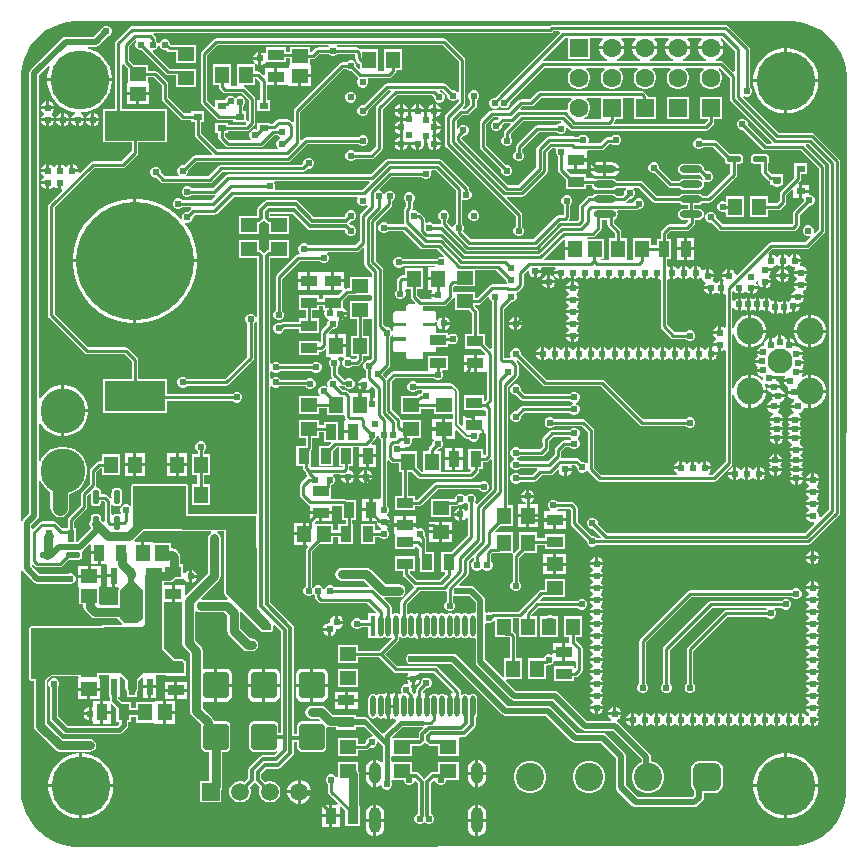
<source format=gbl>
G04*
G04 #@! TF.GenerationSoftware,Altium Limited,Altium Designer,25.4.2 (15)*
G04*
G04 Layer_Physical_Order=2*
G04 Layer_Color=16711680*
%FSLAX25Y25*%
%MOIN*%
G70*
G04*
G04 #@! TF.SameCoordinates,4685016B-83D2-4E7D-AD2A-A819038C0A47*
G04*
G04*
G04 #@! TF.FilePolarity,Positive*
G04*
G01*
G75*
%ADD14C,0.01000*%
%ADD21R,0.05709X0.04724*%
%ADD25R,0.04724X0.05709*%
%ADD31R,0.05512X0.03740*%
%ADD32R,0.03740X0.05512*%
%ADD33R,0.04747X0.05544*%
%ADD34R,0.05544X0.04747*%
%ADD41R,0.03622X0.05433*%
G04:AMPARAMS|DCode=98|XSize=39.37mil|YSize=70.87mil|CornerRadius=19.68mil|HoleSize=0mil|Usage=FLASHONLY|Rotation=0.000|XOffset=0mil|YOffset=0mil|HoleType=Round|Shape=RoundedRectangle|*
%AMROUNDEDRECTD98*
21,1,0.03937,0.03150,0,0,0.0*
21,1,0.00000,0.07087,0,0,0.0*
1,1,0.03937,0.00000,-0.01575*
1,1,0.03937,0.00000,-0.01575*
1,1,0.03937,0.00000,0.01575*
1,1,0.03937,0.00000,0.01575*
%
%ADD98ROUNDEDRECTD98*%
G04:AMPARAMS|DCode=99|XSize=39.37mil|YSize=86.61mil|CornerRadius=19.68mil|HoleSize=0mil|Usage=FLASHONLY|Rotation=0.000|XOffset=0mil|YOffset=0mil|HoleType=Round|Shape=RoundedRectangle|*
%AMROUNDEDRECTD99*
21,1,0.03937,0.04724,0,0,0.0*
21,1,0.00000,0.08661,0,0,0.0*
1,1,0.03937,0.00000,-0.02362*
1,1,0.03937,0.00000,-0.02362*
1,1,0.03937,0.00000,0.02362*
1,1,0.03937,0.00000,0.02362*
%
%ADD99ROUNDEDRECTD99*%
%ADD103C,0.02000*%
%ADD104C,0.01500*%
%ADD105C,0.00800*%
%ADD106C,0.03000*%
%ADD107C,0.01265*%
%ADD110C,0.09449*%
G04:AMPARAMS|DCode=111|XSize=94.49mil|YSize=94.49mil|CornerRadius=23.62mil|HoleSize=0mil|Usage=FLASHONLY|Rotation=180.000|XOffset=0mil|YOffset=0mil|HoleType=Round|Shape=RoundedRectangle|*
%AMROUNDEDRECTD111*
21,1,0.09449,0.04724,0,0,180.0*
21,1,0.04724,0.09449,0,0,180.0*
1,1,0.04724,-0.02362,0.02362*
1,1,0.04724,0.02362,0.02362*
1,1,0.04724,0.02362,-0.02362*
1,1,0.04724,-0.02362,-0.02362*
%
%ADD111ROUNDEDRECTD111*%
%ADD112C,0.08268*%
%ADD113C,0.08858*%
%ADD114R,0.05937X0.05937*%
%ADD115C,0.05937*%
%ADD116C,0.06319*%
%ADD117R,0.06319X0.06319*%
%ADD118C,0.14961*%
%ADD119C,0.19685*%
%ADD120C,0.02400*%
%ADD121C,0.02000*%
%ADD122C,0.03000*%
G04:AMPARAMS|DCode=123|XSize=70.15mil|YSize=17.91mil|CornerRadius=8.96mil|HoleSize=0mil|Usage=FLASHONLY|Rotation=270.000|XOffset=0mil|YOffset=0mil|HoleType=Round|Shape=RoundedRectangle|*
%AMROUNDEDRECTD123*
21,1,0.07015,0.00000,0,0,270.0*
21,1,0.05224,0.01791,0,0,270.0*
1,1,0.01791,0.00000,-0.02612*
1,1,0.01791,0.00000,0.02612*
1,1,0.01791,0.00000,0.02612*
1,1,0.01791,0.00000,-0.02612*
%
%ADD123ROUNDEDRECTD123*%
%ADD124R,0.01791X0.07015*%
%ADD125R,0.03150X0.02362*%
%ADD126R,0.02362X0.03937*%
%ADD127C,0.39370*%
%ADD128R,0.20079X0.09843*%
%ADD129O,0.07480X0.02559*%
G04:AMPARAMS|DCode=130|XSize=47.64mil|YSize=19.68mil|CornerRadius=2.46mil|HoleSize=0mil|Usage=FLASHONLY|Rotation=270.000|XOffset=0mil|YOffset=0mil|HoleType=Round|Shape=RoundedRectangle|*
%AMROUNDEDRECTD130*
21,1,0.04764,0.01476,0,0,270.0*
21,1,0.04272,0.01968,0,0,270.0*
1,1,0.00492,-0.00738,-0.02136*
1,1,0.00492,-0.00738,0.02136*
1,1,0.00492,0.00738,0.02136*
1,1,0.00492,0.00738,-0.02136*
%
%ADD130ROUNDEDRECTD130*%
G04:AMPARAMS|DCode=131|XSize=47.64mil|YSize=19.68mil|CornerRadius=2.46mil|HoleSize=0mil|Usage=FLASHONLY|Rotation=0.000|XOffset=0mil|YOffset=0mil|HoleType=Round|Shape=RoundedRectangle|*
%AMROUNDEDRECTD131*
21,1,0.04764,0.01476,0,0,0.0*
21,1,0.04272,0.01968,0,0,0.0*
1,1,0.00492,0.02136,-0.00738*
1,1,0.00492,-0.02136,-0.00738*
1,1,0.00492,-0.02136,0.00738*
1,1,0.00492,0.02136,0.00738*
%
%ADD131ROUNDEDRECTD131*%
%ADD132R,0.05433X0.03622*%
%ADD133R,0.02362X0.05512*%
%ADD134R,0.02362X0.04724*%
G04:AMPARAMS|DCode=135|XSize=88.58mil|YSize=83.86mil|CornerRadius=6.29mil|HoleSize=0mil|Usage=FLASHONLY|Rotation=270.000|XOffset=0mil|YOffset=0mil|HoleType=Round|Shape=RoundedRectangle|*
%AMROUNDEDRECTD135*
21,1,0.08858,0.07128,0,0,270.0*
21,1,0.07600,0.08386,0,0,270.0*
1,1,0.01258,-0.03564,-0.03800*
1,1,0.01258,-0.03564,0.03800*
1,1,0.01258,0.03564,0.03800*
1,1,0.01258,0.03564,-0.03800*
%
%ADD135ROUNDEDRECTD135*%
%ADD136C,0.05000*%
G36*
X259647Y274683D02*
X262131Y274030D01*
X264508Y273058D01*
X266739Y271784D01*
X268784Y270231D01*
X270608Y268423D01*
X272182Y266393D01*
X273476Y264175D01*
X274470Y261807D01*
X275147Y259329D01*
X275494Y256784D01*
X275500Y255500D01*
X275500Y255500D01*
X275500Y255500D01*
X275000Y18027D01*
X275002Y16846D01*
X274697Y14504D01*
X274088Y12222D01*
X273187Y10039D01*
X272008Y7992D01*
X270572Y6117D01*
X268903Y4446D01*
X267030Y3007D01*
X264985Y1825D01*
X262804Y920D01*
X260522Y308D01*
X258181Y-0D01*
X257500Y-0D01*
X257000Y0D01*
X257000Y0D01*
X19502Y-498D01*
X18181Y-501D01*
X15562Y-150D01*
X13014Y552D01*
X10584Y1591D01*
X8317Y2949D01*
X6254Y4600D01*
X4432Y6514D01*
X2886Y8657D01*
X1643Y10989D01*
X726Y13467D01*
X152Y16047D01*
X-68Y18680D01*
X0Y20000D01*
Y91662D01*
X500Y91814D01*
X744Y91449D01*
X4284Y87910D01*
X4813Y87556D01*
X5437Y87432D01*
X15735D01*
X16142Y87263D01*
X16858D01*
X17520Y87537D01*
X18026Y88043D01*
X18300Y88705D01*
Y89421D01*
X18026Y90083D01*
X17520Y90589D01*
X16858Y90863D01*
X16142D01*
X15735Y90694D01*
X6113D01*
X3591Y93216D01*
X3638Y93622D01*
X4108Y93806D01*
X4707Y93207D01*
X4707Y93207D01*
X5071Y92964D01*
X5500Y92878D01*
X5500Y92878D01*
X12953D01*
X12953Y92878D01*
X13382Y92964D01*
X13746Y93207D01*
X15938Y95399D01*
X19486D01*
X19816Y95465D01*
X20096Y95652D01*
X20283Y95932D01*
X20349Y96262D01*
Y97738D01*
X20283Y98068D01*
X20653Y98415D01*
X20861Y98554D01*
X22807Y100500D01*
X23307Y100293D01*
Y98169D01*
X26177D01*
Y97669D01*
X26677D01*
Y93913D01*
X28311D01*
X28732Y93724D01*
X28732Y93413D01*
Y90469D01*
X30913D01*
Y89969D01*
X31413D01*
Y86213D01*
X32279D01*
X32542Y85713D01*
X32429Y85441D01*
Y80141D01*
X26566D01*
X26191Y80443D01*
X26191Y86307D01*
X26591Y86549D01*
X26591Y86631D01*
X26591Y86631D01*
Y89422D01*
X22819D01*
X19047D01*
Y86631D01*
X19047Y86631D01*
Y86549D01*
X19447Y86307D01*
X19447Y86049D01*
Y80443D01*
X20859D01*
Y79757D01*
X21022Y78938D01*
X21486Y78243D01*
X23243Y76486D01*
X23938Y76022D01*
X24757Y75859D01*
X32013D01*
X32431Y75621D01*
X32533Y75419D01*
X32620Y75210D01*
X32643Y75200D01*
X32655Y75177D01*
X33857Y74141D01*
X33671Y73641D01*
X28000D01*
X27181Y73478D01*
X26689Y73149D01*
X3500D01*
X3041Y72959D01*
X2851Y72500D01*
Y55500D01*
X3041Y55041D01*
X3500Y54851D01*
X4359D01*
Y40000D01*
X4522Y39181D01*
X4986Y38486D01*
X11486Y31986D01*
X12181Y31522D01*
X13000Y31359D01*
X23000D01*
X23819Y31522D01*
X24514Y31986D01*
X24978Y32681D01*
X25141Y33500D01*
X24978Y34319D01*
X24514Y35014D01*
X23819Y35478D01*
X23000Y35641D01*
X13887D01*
X8641Y40887D01*
Y55113D01*
X10108Y56580D01*
X18940D01*
X19232Y56288D01*
X19191Y55769D01*
X18893Y55589D01*
X18893Y55506D01*
X18893Y55506D01*
Y52716D01*
X22665D01*
X26437D01*
Y55506D01*
X26438Y55506D01*
Y55589D01*
X26037Y55831D01*
X26037Y56089D01*
Y56851D01*
X29224D01*
X29313Y56387D01*
X29313Y56350D01*
Y49676D01*
X29718D01*
Y48567D01*
X29437Y48224D01*
X27524D01*
Y44969D01*
X29894D01*
Y47114D01*
X30394Y47321D01*
X31837Y45878D01*
Y41113D01*
X32573D01*
X32780Y40613D01*
X32044Y39876D01*
X15570D01*
X12376Y43070D01*
Y52831D01*
X12526Y52980D01*
X12800Y53642D01*
Y54358D01*
X12526Y55020D01*
X12020Y55526D01*
X11358Y55800D01*
X10642D01*
X9980Y55526D01*
X9474Y55020D01*
X9200Y54358D01*
Y53642D01*
X9474Y52980D01*
X9624Y52831D01*
Y42500D01*
X9728Y41973D01*
X10027Y41527D01*
X14027Y37527D01*
X14027Y37527D01*
X14473Y37228D01*
X15000Y37124D01*
X32614D01*
X33141Y37228D01*
X33588Y37527D01*
X35280Y39220D01*
X35579Y39666D01*
X35684Y40193D01*
Y41113D01*
X36777D01*
Y43092D01*
X38439D01*
Y41096D01*
X44303Y41096D01*
X44545Y40696D01*
X44627Y40696D01*
X44627Y40696D01*
X47418D01*
Y44469D01*
Y48241D01*
X44627D01*
X44627Y48241D01*
X44545D01*
X44303Y47841D01*
X44045Y47841D01*
X38439D01*
Y45845D01*
X36777D01*
Y47824D01*
X33784D01*
X32471Y49137D01*
Y49676D01*
X32876D01*
Y56318D01*
X33278Y56622D01*
X34859Y55042D01*
Y52638D01*
X35022Y51818D01*
X35219Y51524D01*
Y49676D01*
X38781D01*
Y51524D01*
X38978Y51818D01*
X39141Y52638D01*
Y55042D01*
X40262Y56163D01*
X40724Y55972D01*
Y53531D01*
X45087D01*
Y56787D01*
X45560Y56851D01*
X48309D01*
Y56640D01*
X55021D01*
Y61580D01*
X54616D01*
X54459Y61959D01*
X54000Y62149D01*
X51269D01*
X47640Y65778D01*
Y81157D01*
X50319D01*
Y84027D01*
Y86898D01*
X47640D01*
Y87827D01*
X49476D01*
X50296Y87990D01*
X50990Y88455D01*
X51377Y88841D01*
X54075D01*
X54175Y88841D01*
X54645Y88770D01*
X54735Y88554D01*
X55354Y87935D01*
X56100Y87626D01*
Y89800D01*
Y91974D01*
X55354Y91665D01*
X54735Y91046D01*
X54675Y90901D01*
X54175Y91000D01*
Y93781D01*
X53141D01*
Y96414D01*
X52978Y97234D01*
X52514Y97928D01*
X51928Y98514D01*
X51234Y98978D01*
X50414Y99141D01*
X50045D01*
Y101041D01*
X44181Y101041D01*
X43940Y101441D01*
X43857Y101441D01*
X43857Y101441D01*
X41066D01*
Y97669D01*
X40066D01*
Y101441D01*
X38009D01*
X37802Y101941D01*
X40711Y104850D01*
X61500Y104851D01*
X63338D01*
X63490Y104351D01*
X62986Y104014D01*
X62522Y103319D01*
X62359Y102500D01*
Y90887D01*
X55037Y83565D01*
X54575Y83756D01*
Y86898D01*
X51319D01*
Y84027D01*
Y81157D01*
X53859D01*
Y67500D01*
X54022Y66681D01*
X54486Y65986D01*
X56359Y64113D01*
Y45000D01*
X56522Y44181D01*
X56986Y43486D01*
X60166Y40306D01*
Y39130D01*
X60183Y39044D01*
Y32637D01*
X60278Y32157D01*
X60550Y31751D01*
X60957Y31479D01*
X61436Y31384D01*
X62859D01*
Y21635D01*
X59668D01*
Y14498D01*
X66805D01*
Y18752D01*
X66978Y19011D01*
X67141Y19831D01*
Y31384D01*
X68564D01*
X69043Y31479D01*
X69450Y31751D01*
X69722Y32157D01*
X69817Y32637D01*
Y40237D01*
X69722Y40717D01*
X69450Y41123D01*
X69043Y41395D01*
X68564Y41490D01*
X64389D01*
X64285Y42012D01*
X63821Y42707D01*
X60641Y45887D01*
Y47779D01*
X61141Y48161D01*
X61436Y48102D01*
X64500D01*
Y53563D01*
Y59024D01*
X61436D01*
X61141Y58965D01*
X60641Y59347D01*
Y65000D01*
X60478Y65819D01*
X60014Y66514D01*
X58141Y68387D01*
Y78090D01*
X58160Y78108D01*
X58641Y78312D01*
X58661Y78298D01*
X58811Y78149D01*
X59005Y78068D01*
X59181Y77951D01*
X59387Y77910D01*
X59582Y77829D01*
X59793D01*
X60000Y77788D01*
X67684D01*
X68859Y76613D01*
Y71607D01*
X69022Y70787D01*
X69486Y70093D01*
X74093Y65486D01*
X74787Y65022D01*
X75607Y64859D01*
X77000D01*
X77207Y64900D01*
X77418D01*
X77613Y64981D01*
X77819Y65022D01*
X77995Y65139D01*
X78189Y65220D01*
X78339Y65369D01*
X78514Y65486D01*
X78631Y65661D01*
X78780Y65811D01*
X78861Y66005D01*
X78978Y66181D01*
X79019Y66387D01*
X79100Y66582D01*
Y66793D01*
X79141Y67000D01*
X79100Y67207D01*
Y67418D01*
X79019Y67612D01*
X78978Y67819D01*
X78861Y67995D01*
X78780Y68190D01*
X78631Y68339D01*
X78514Y68514D01*
X78339Y68631D01*
X78189Y68780D01*
X77995Y68861D01*
X77819Y68978D01*
X77613Y69019D01*
X77418Y69100D01*
X77207D01*
X77000Y69141D01*
X76494D01*
X73141Y72493D01*
Y77500D01*
X73083Y77791D01*
X73544Y78038D01*
X74541Y77041D01*
X79949Y71632D01*
X80069Y71583D01*
X80160Y71491D01*
X80381Y71400D01*
X80510D01*
X80629Y71351D01*
X83371D01*
X83490Y71400D01*
X83619Y71400D01*
X83711Y71438D01*
X83802Y71529D01*
X83830Y71541D01*
X83842Y71569D01*
X83931Y71658D01*
X83959Y71670D01*
X83971Y71698D01*
X84062Y71789D01*
X84100Y71881D01*
X84100Y72010D01*
X84149Y72129D01*
Y73367D01*
X84649Y73574D01*
X86744Y71480D01*
Y37694D01*
X85817D01*
Y40237D01*
X85722Y40717D01*
X85450Y41123D01*
X85044Y41395D01*
X84564Y41490D01*
X77436D01*
X76956Y41395D01*
X76550Y41123D01*
X76278Y40717D01*
X76183Y40237D01*
Y32637D01*
X76278Y32157D01*
X76550Y31751D01*
X76956Y31479D01*
X77436Y31384D01*
X84564D01*
X85044Y31479D01*
X85306Y31655D01*
X85625Y31266D01*
X84480Y30121D01*
X80571D01*
X80090Y30025D01*
X79682Y29753D01*
X76179Y26250D01*
X75907Y25842D01*
X75811Y25362D01*
Y22576D01*
X74565Y21330D01*
X74456Y21392D01*
X73549Y21635D01*
X72609D01*
X71701Y21392D01*
X70888Y20922D01*
X70223Y20258D01*
X69753Y19444D01*
X69510Y18537D01*
Y17597D01*
X69753Y16690D01*
X70223Y15876D01*
X70888Y15211D01*
X71701Y14742D01*
X72609Y14498D01*
X73549D01*
X74456Y14742D01*
X75270Y15211D01*
X75934Y15876D01*
X76404Y16690D01*
X76647Y17597D01*
Y18537D01*
X76404Y19444D01*
X76341Y19553D01*
X77658Y20869D01*
X78000Y21134D01*
X78342Y20869D01*
X79659Y19553D01*
X79596Y19444D01*
X79353Y18537D01*
Y17597D01*
X79596Y16690D01*
X80066Y15876D01*
X80730Y15211D01*
X81544Y14742D01*
X82451Y14498D01*
X83391D01*
X84299Y14742D01*
X85112Y15211D01*
X85777Y15876D01*
X86247Y16690D01*
X86490Y17597D01*
Y18537D01*
X86247Y19444D01*
X85777Y20258D01*
X85112Y20922D01*
X84299Y21392D01*
X83391Y21635D01*
X82451D01*
X81544Y21392D01*
X81435Y21330D01*
X80189Y22576D01*
Y24069D01*
X81863Y25744D01*
X85772D01*
X86253Y25839D01*
X86661Y26112D01*
X90753Y30204D01*
X91025Y30611D01*
X91121Y31092D01*
Y34744D01*
X92183D01*
Y32637D01*
X92278Y32157D01*
X92550Y31751D01*
X92957Y31479D01*
X93436Y31384D01*
X100564D01*
X101043Y31479D01*
X101450Y31751D01*
X101722Y32157D01*
X101817Y32637D01*
Y39375D01*
X102111Y39532D01*
X102317Y39596D01*
X103074Y39445D01*
X105144D01*
Y38747D01*
X111856D01*
Y39585D01*
X114468D01*
X117253Y36800D01*
X117046Y36300D01*
X116642D01*
X115980Y36026D01*
X115474Y35520D01*
X115200Y34858D01*
Y34665D01*
X114594Y34059D01*
X112454D01*
Y35899D01*
X105546D01*
Y29975D01*
X112454D01*
Y31815D01*
X115058D01*
X115058Y31815D01*
X115487Y31901D01*
X115851Y32144D01*
X116476Y32769D01*
X116642Y32700D01*
X117358D01*
X118020Y32974D01*
X118526Y33480D01*
X118800Y34142D01*
Y34546D01*
X119300Y34753D01*
X120624Y33430D01*
Y28064D01*
X120124Y27894D01*
X120109Y27912D01*
X119489Y28388D01*
X118767Y28687D01*
X118492Y28724D01*
Y24220D01*
Y19717D01*
X118767Y19754D01*
X119489Y20053D01*
X119700Y20214D01*
X119851Y20193D01*
X120255Y20010D01*
X120474Y19480D01*
X120980Y18974D01*
X121642Y18700D01*
X122358D01*
X123020Y18974D01*
X123526Y19480D01*
X123800Y20142D01*
Y20858D01*
X123526Y21520D01*
X123376Y21669D01*
Y21671D01*
X123546Y22101D01*
X123877Y22101D01*
X127700D01*
Y21642D01*
X127974Y20980D01*
X128480Y20474D01*
X129142Y20200D01*
X129858D01*
X130520Y20474D01*
X131026Y20980D01*
X131175Y21341D01*
X131762Y21461D01*
X132311Y20912D01*
Y10663D01*
X131980Y10526D01*
X131474Y10020D01*
X131200Y9358D01*
Y8642D01*
X131474Y7980D01*
X131980Y7474D01*
X132642Y7200D01*
X133358D01*
X134020Y7474D01*
X134500Y7954D01*
X134980Y7474D01*
X135642Y7200D01*
X136358D01*
X137020Y7474D01*
X137526Y7980D01*
X137800Y8642D01*
Y9358D01*
X137526Y10020D01*
X137020Y10526D01*
X136689Y10663D01*
Y20912D01*
X137700Y21923D01*
X138200Y21716D01*
Y21642D01*
X138474Y20980D01*
X138980Y20474D01*
X139642Y20200D01*
X140358D01*
X141020Y20474D01*
X141526Y20980D01*
X141800Y21642D01*
Y22101D01*
X145954D01*
Y28025D01*
X139046D01*
Y24589D01*
X137333D01*
X136852Y24494D01*
X136445Y24221D01*
X134842Y22619D01*
X134500Y22355D01*
X134158Y22619D01*
X132555Y24221D01*
X132148Y24494D01*
X131667Y24589D01*
X130454D01*
Y28025D01*
X123877D01*
X123546Y28025D01*
X123376Y28455D01*
Y29545D01*
X123546Y29975D01*
X130454D01*
Y33411D01*
X133077D01*
X133558Y33506D01*
X133965Y33779D01*
X134408Y34221D01*
X134750Y34485D01*
X135092Y34221D01*
X135535Y33779D01*
X135535Y33779D01*
X135942Y33506D01*
X136423Y33411D01*
X136423Y33411D01*
X139046D01*
Y29975D01*
X145954D01*
Y35899D01*
X146312Y36244D01*
X147559D01*
X148040Y36339D01*
X148447Y36612D01*
X151175Y39339D01*
X151175Y39339D01*
X151447Y39747D01*
X151543Y40228D01*
Y42756D01*
X151712Y42869D01*
X152043Y43364D01*
X152159Y43947D01*
Y49172D01*
X152043Y49755D01*
X151712Y50250D01*
X151217Y50580D01*
X150634Y50696D01*
X150050Y50580D01*
X149556Y50250D01*
X149153D01*
X148658Y50580D01*
X148075Y50696D01*
X147491Y50580D01*
X147137Y50344D01*
X146683Y50525D01*
X146637Y50565D01*
Y51414D01*
X146552Y51843D01*
X146309Y52207D01*
X146309Y52207D01*
X138923Y59593D01*
X138559Y59836D01*
X138130Y59922D01*
X138130Y59922D01*
X125539D01*
X121523Y63937D01*
X125793Y68207D01*
X125793Y68207D01*
X126036Y68571D01*
X126122Y69000D01*
X126122Y69000D01*
Y69464D01*
X126272Y69570D01*
X126582Y69672D01*
X126662Y69658D01*
X127019Y69420D01*
X127602Y69304D01*
X128186Y69420D01*
X128681Y69750D01*
X129083D01*
X129578Y69420D01*
X130161Y69304D01*
X130745Y69420D01*
X131185Y69714D01*
X131354Y69462D01*
X131981Y69043D01*
X132220Y68995D01*
Y73441D01*
Y77886D01*
X131981Y77838D01*
X131354Y77420D01*
X131185Y77167D01*
X130745Y77462D01*
X130161Y77578D01*
X129578Y77462D01*
X129224Y77225D01*
X128769Y77407D01*
X128724Y77447D01*
Y80638D01*
X132965Y84878D01*
X141000D01*
X141000Y84878D01*
X141378Y84954D01*
X141472Y84935D01*
X141878Y84663D01*
Y81424D01*
X141474Y81020D01*
X141200Y80358D01*
Y79642D01*
X141474Y78980D01*
X141980Y78474D01*
X142642Y78200D01*
X143358D01*
X144020Y78474D01*
X144526Y78980D01*
X144800Y79642D01*
Y80358D01*
X144526Y81020D01*
X144122Y81424D01*
Y83180D01*
X144622Y83411D01*
X145150Y83192D01*
X145866D01*
X146273Y83361D01*
X149332D01*
X151569Y81124D01*
Y77782D01*
X151069Y77491D01*
X150634Y77578D01*
X150050Y77462D01*
X149556Y77131D01*
X149153D01*
X148658Y77462D01*
X148075Y77578D01*
X147491Y77462D01*
X146997Y77131D01*
X146594D01*
X146099Y77462D01*
X145516Y77578D01*
X144932Y77462D01*
X144438Y77131D01*
X144035D01*
X143540Y77462D01*
X142957Y77578D01*
X142373Y77462D01*
X141878Y77131D01*
X141476D01*
X140981Y77462D01*
X140398Y77578D01*
X139814Y77462D01*
X139319Y77131D01*
X138917D01*
X138422Y77462D01*
X137839Y77578D01*
X137255Y77462D01*
X136760Y77131D01*
X136358D01*
X135863Y77462D01*
X135280Y77578D01*
X134696Y77462D01*
X134256Y77167D01*
X134087Y77420D01*
X133460Y77838D01*
X133221Y77886D01*
Y73441D01*
Y68995D01*
X133460Y69043D01*
X134087Y69462D01*
X134256Y69714D01*
X134696Y69420D01*
X135280Y69304D01*
X135863Y69420D01*
X136358Y69750D01*
X136760D01*
X137255Y69420D01*
X137839Y69304D01*
X138422Y69420D01*
X138917Y69750D01*
X139319D01*
X139814Y69420D01*
X140398Y69304D01*
X140981Y69420D01*
X141476Y69750D01*
X141878D01*
X142373Y69420D01*
X142957Y69304D01*
X143540Y69420D01*
X144035Y69750D01*
X144438D01*
X144932Y69420D01*
X145516Y69304D01*
X146099Y69420D01*
X146594Y69750D01*
X146997D01*
X147491Y69420D01*
X148075Y69304D01*
X148658Y69420D01*
X149153Y69750D01*
X149556D01*
X150050Y69420D01*
X150634Y69304D01*
X151069Y69390D01*
X151569Y69099D01*
Y61300D01*
X151693Y60676D01*
X152047Y60146D01*
X163347Y48847D01*
X163876Y48493D01*
X164500Y48369D01*
X177324D01*
X186846Y38846D01*
X187376Y38493D01*
X188000Y38369D01*
X188000Y38369D01*
X197324D01*
X206901Y28792D01*
Y27950D01*
X205735Y27276D01*
X204743Y26285D01*
X204042Y25071D01*
X203679Y23717D01*
Y22315D01*
X204042Y20961D01*
X204743Y19747D01*
X205735Y18755D01*
X206949Y18054D01*
X208303Y17691D01*
X209705D01*
X211059Y18054D01*
X212273Y18755D01*
X213264Y19747D01*
X213966Y20961D01*
X214328Y22315D01*
Y23717D01*
X213966Y25071D01*
X213264Y26285D01*
X212273Y27276D01*
X211059Y27977D01*
X210163Y28217D01*
Y29468D01*
X210039Y30092D01*
X209686Y30621D01*
X199153Y41153D01*
X198782Y41402D01*
X198789Y41930D01*
X198796Y41948D01*
X199246Y42135D01*
X199865Y42754D01*
X200174Y43500D01*
X195826D01*
X196135Y42754D01*
X196754Y42135D01*
X196762Y42131D01*
X196663Y41631D01*
X188676D01*
X179154Y51153D01*
X178624Y51507D01*
X178000Y51631D01*
X165176D01*
X161723Y55084D01*
X161915Y55546D01*
X167025D01*
Y62454D01*
X165184D01*
Y70060D01*
X165099Y70489D01*
X164856Y70853D01*
X164856Y70853D01*
X164270Y71439D01*
X164025Y71602D01*
Y75833D01*
X165975D01*
Y69546D01*
X171899D01*
Y76454D01*
X170059D01*
Y76972D01*
X172465Y79378D01*
X185576D01*
X185980Y78974D01*
X186642Y78700D01*
X187358D01*
X188020Y78974D01*
X188526Y79480D01*
X188800Y80142D01*
Y80858D01*
X188526Y81520D01*
X188020Y82026D01*
X187358Y82300D01*
X186642D01*
X185980Y82026D01*
X185576Y81622D01*
X173098D01*
X172907Y82083D01*
X173903Y83079D01*
X176138D01*
X176138Y83079D01*
X176246Y83101D01*
X181454D01*
Y89025D01*
X174546D01*
Y85322D01*
X173438D01*
X173438Y85322D01*
X173009Y85237D01*
X172645Y84994D01*
X166544Y78893D01*
X166343Y78592D01*
X165827Y78076D01*
X157333D01*
X157333Y78076D01*
X156904Y77991D01*
X156540Y77747D01*
X156540Y77747D01*
X156524Y77731D01*
X156358Y77800D01*
X155642D01*
X155331Y77671D01*
X154831Y78005D01*
Y81800D01*
X154707Y82424D01*
X154353Y82954D01*
X151161Y86146D01*
X150632Y86500D01*
X150008Y86624D01*
X146273D01*
X146207Y86651D01*
X146090Y87241D01*
X148893Y90044D01*
X149136Y90408D01*
X149222Y90837D01*
X149222Y90837D01*
Y94873D01*
X150378Y96030D01*
X150878Y95823D01*
Y94924D01*
X150474Y94520D01*
X150200Y93858D01*
Y93142D01*
X150474Y92480D01*
X150980Y91974D01*
X151642Y91700D01*
X152358D01*
X153020Y91974D01*
X153460Y92414D01*
X153750Y92452D01*
X154040Y92414D01*
X154480Y91974D01*
X155142Y91700D01*
X155858D01*
X156520Y91974D01*
X157026Y92480D01*
X157300Y93142D01*
Y93858D01*
X157026Y94520D01*
X156844Y94702D01*
Y97258D01*
X157110Y97524D01*
X159201D01*
X159201Y97524D01*
X159309Y97546D01*
X163716Y97546D01*
X163727Y97546D01*
X163750Y97503D01*
X163994Y97046D01*
X163964Y97000D01*
X163878Y96571D01*
X163878Y96571D01*
Y88124D01*
X163474Y87720D01*
X163200Y87058D01*
Y86342D01*
X163474Y85680D01*
X163980Y85174D01*
X164642Y84900D01*
X165358D01*
X166020Y85174D01*
X166526Y85680D01*
X166800Y86342D01*
Y87058D01*
X166526Y87720D01*
X166122Y88124D01*
Y96106D01*
X167561Y97546D01*
X171899D01*
Y100237D01*
X174644D01*
Y98888D01*
X181356D01*
Y103828D01*
X174644D01*
Y102480D01*
X171899D01*
Y104454D01*
X165975D01*
Y99132D01*
X164525Y97682D01*
X164025Y97889D01*
X164025Y97899D01*
X164025Y97899D01*
X164025Y97922D01*
Y104454D01*
X158303D01*
X158092Y104951D01*
X159687Y106546D01*
X164025D01*
Y113454D01*
X162422D01*
Y153083D01*
X165593Y156254D01*
X165593Y156254D01*
X165836Y156618D01*
X165922Y157047D01*
X165922Y157047D01*
Y160200D01*
X165922Y160200D01*
X165836Y160629D01*
X165593Y160993D01*
X165593Y160993D01*
X165280Y161306D01*
X165445Y161848D01*
X165493Y161858D01*
X173894Y153457D01*
X173894Y153457D01*
X174258Y153214D01*
X174687Y153128D01*
X193285D01*
X206207Y140207D01*
X206571Y139964D01*
X207000Y139878D01*
X207000Y139878D01*
X221576D01*
X221980Y139474D01*
X222642Y139200D01*
X223358D01*
X224020Y139474D01*
X224526Y139980D01*
X224800Y140642D01*
Y141358D01*
X224526Y142020D01*
X224020Y142526D01*
X223358Y142800D01*
X222642D01*
X221980Y142526D01*
X221576Y142122D01*
X207465D01*
X194543Y155043D01*
X194179Y155286D01*
X193750Y155372D01*
X193750Y155372D01*
X175152D01*
X166737Y163786D01*
Y164358D01*
X166463Y165020D01*
X165957Y165526D01*
X165295Y165800D01*
X164579D01*
X163917Y165526D01*
X163411Y165020D01*
X163137Y164358D01*
Y163642D01*
X163353Y163122D01*
X163168Y162730D01*
X163063Y162622D01*
X161122D01*
Y179035D01*
X163286Y181200D01*
X163858D01*
X164520Y181474D01*
X165026Y181980D01*
X165300Y182642D01*
Y183358D01*
X165079Y183892D01*
X165226Y184314D01*
X165312Y184441D01*
X165429Y184464D01*
X165793Y184707D01*
X167293Y186207D01*
X167536Y186571D01*
X167622Y187000D01*
X167622Y187000D01*
Y190535D01*
X168800Y191714D01*
X169300Y191507D01*
Y191062D01*
X169635Y190254D01*
X170254Y189635D01*
X171000Y189326D01*
Y191500D01*
X171500D01*
Y192000D01*
X173674D01*
X173517Y192378D01*
X173852Y192878D01*
X178060D01*
X178267Y192378D01*
X178135Y192246D01*
X177826Y191500D01*
X180000D01*
Y191000D01*
X180500D01*
Y188826D01*
X181246Y189135D01*
X181673Y189562D01*
X182000Y189698D01*
X182327Y189562D01*
X182754Y189135D01*
X183500Y188826D01*
Y191000D01*
X184500D01*
Y188826D01*
X185246Y189135D01*
X185673Y189562D01*
X186000Y189698D01*
X186327Y189562D01*
X186754Y189135D01*
X187500Y188826D01*
Y191000D01*
X188500D01*
Y188826D01*
X189246Y189135D01*
X189673Y189562D01*
X190000Y189698D01*
X190327Y189562D01*
X190754Y189135D01*
X191500Y188826D01*
Y191000D01*
X192500D01*
Y188826D01*
X193246Y189135D01*
X193673Y189562D01*
X194000Y189698D01*
X194327Y189562D01*
X194754Y189135D01*
X195500Y188826D01*
Y191000D01*
X196500D01*
Y188826D01*
X197246Y189135D01*
X197673Y189562D01*
X198000Y189698D01*
X198327Y189562D01*
X198754Y189135D01*
X199500Y188826D01*
Y191000D01*
X200500D01*
Y188826D01*
X201246Y189135D01*
X201673Y189562D01*
X202000Y189698D01*
X202327Y189562D01*
X202754Y189135D01*
X203500Y188826D01*
Y191000D01*
X204500D01*
Y188826D01*
X205246Y189135D01*
X205673Y189562D01*
X206000Y189698D01*
X206327Y189562D01*
X206754Y189135D01*
X207500Y188826D01*
Y191000D01*
X208500D01*
Y188826D01*
X209246Y189135D01*
X209673Y189562D01*
X210000Y189698D01*
X210327Y189562D01*
X210754Y189135D01*
X211500Y188826D01*
Y191000D01*
X212500D01*
Y188826D01*
X212821Y188959D01*
X213237Y188681D01*
Y173142D01*
X213237Y173142D01*
X213322Y172713D01*
X213565Y172349D01*
X216707Y169207D01*
X216707Y169207D01*
X217071Y168964D01*
X217500Y168878D01*
X217500Y168878D01*
X221576D01*
X221980Y168474D01*
X222642Y168200D01*
X223358D01*
X224020Y168474D01*
X224526Y168980D01*
X224800Y169642D01*
Y170358D01*
X224526Y171020D01*
X224020Y171526D01*
X223358Y171800D01*
X222642D01*
X221980Y171526D01*
X221576Y171122D01*
X217965D01*
X215480Y173606D01*
Y188756D01*
X215980Y189041D01*
X216500Y188826D01*
Y191000D01*
Y193174D01*
X215980Y192959D01*
X215480Y193244D01*
Y195644D01*
X216828D01*
Y202356D01*
X215480D01*
Y203894D01*
X216465Y204878D01*
X222000D01*
X222000Y204878D01*
X222429Y204964D01*
X222793Y205207D01*
X224379Y206793D01*
X224379Y206793D01*
X224622Y207157D01*
X224707Y207586D01*
X224707Y207586D01*
Y208584D01*
X225831D01*
X226564Y208730D01*
X227186Y209145D01*
X227601Y209767D01*
X227747Y210500D01*
X227601Y211233D01*
X227186Y211855D01*
X226564Y212270D01*
X225831Y212416D01*
X224492D01*
Y213584D01*
X225831D01*
X226564Y213730D01*
X227186Y214145D01*
X227342Y214378D01*
X229500D01*
X229500Y214378D01*
X229929Y214464D01*
X230293Y214707D01*
X238443Y222856D01*
X238443Y222857D01*
X238686Y223220D01*
X238771Y223650D01*
X238771Y223650D01*
Y227399D01*
X239785D01*
X240116Y227465D01*
X240395Y227652D01*
X240582Y227932D01*
X240648Y228262D01*
Y229738D01*
X240582Y230068D01*
X240395Y230348D01*
X240116Y230535D01*
X239785Y230601D01*
X236237D01*
X232045Y234793D01*
X231681Y235036D01*
X231252Y235122D01*
X231252Y235121D01*
X227424D01*
X227020Y235526D01*
X226358Y235800D01*
X225642D01*
X224980Y235526D01*
X224474Y235020D01*
X224200Y234358D01*
Y233642D01*
X224474Y232980D01*
X224980Y232474D01*
X225642Y232200D01*
X226358D01*
X227020Y232474D01*
X227424Y232878D01*
X230787D01*
X234651Y229015D01*
Y228262D01*
X234717Y227932D01*
X234904Y227652D01*
X235184Y227465D01*
X235514Y227399D01*
X236528D01*
Y224114D01*
X229035Y216621D01*
X227342D01*
X227186Y216855D01*
X226564Y217270D01*
X225831Y217416D01*
X220910D01*
X220176Y217270D01*
X219554Y216855D01*
X219398Y216621D01*
X211965D01*
X207293Y221293D01*
X206929Y221536D01*
X206500Y221622D01*
X206500Y221621D01*
X198602D01*
X198446Y221855D01*
X197824Y222270D01*
X197090Y222416D01*
X192169D01*
X191488Y222281D01*
X191318Y222394D01*
X190889Y222480D01*
X190889Y222480D01*
X188356D01*
Y223828D01*
X183230D01*
X181787Y225272D01*
X181994Y225772D01*
X184500D01*
Y228642D01*
X185000D01*
Y229142D01*
X188756D01*
Y231512D01*
X189078Y231878D01*
X193500D01*
X193500Y231878D01*
X193929Y231964D01*
X194293Y232207D01*
X196013Y233927D01*
X197028D01*
X197228Y233726D01*
X197890Y233452D01*
X198606D01*
X199268Y233726D01*
X199774Y234232D01*
X200048Y234894D01*
Y235610D01*
X199774Y236272D01*
X199268Y236778D01*
X198606Y237052D01*
X197890D01*
X197228Y236778D01*
X196722Y236272D01*
X196680Y236170D01*
X195548D01*
X195119Y236084D01*
X194755Y235841D01*
X194755Y235841D01*
X193035Y234121D01*
X189501D01*
X189167Y234622D01*
X189300Y234942D01*
Y235658D01*
X189026Y236320D01*
X188520Y236826D01*
X187858Y237100D01*
X187142D01*
X186480Y236826D01*
X186076Y236421D01*
X184791D01*
X184381Y236503D01*
X184381Y236503D01*
X176119D01*
X176119Y236503D01*
X175689Y236418D01*
X175326Y236174D01*
X172107Y232956D01*
X171864Y232592D01*
X171778Y232163D01*
X171778Y232163D01*
Y226127D01*
X165873Y220221D01*
X162365D01*
X146822Y235765D01*
Y236035D01*
X147486Y236700D01*
X147858D01*
X148520Y236974D01*
X149026Y237480D01*
X149300Y238142D01*
Y238858D01*
X149026Y239520D01*
X148520Y240026D01*
X147858Y240300D01*
X147142D01*
X146480Y240026D01*
X145974Y239520D01*
X145700Y238858D01*
X145222Y238910D01*
Y241535D01*
X147165Y243478D01*
X148600D01*
X148600Y243478D01*
X149029Y243564D01*
X149393Y243807D01*
X151634Y246048D01*
X151634Y246048D01*
X151877Y246412D01*
X151962Y246841D01*
X151962Y246841D01*
Y248450D01*
X152020Y248474D01*
X152526Y248980D01*
X152800Y249642D01*
Y250358D01*
X152526Y251020D01*
X152020Y251526D01*
X151358Y251800D01*
X150642D01*
X149980Y251526D01*
X149474Y251020D01*
X149200Y250358D01*
Y249642D01*
X149474Y248980D01*
X149719Y248735D01*
Y247305D01*
X148135Y245722D01*
X147461D01*
X147270Y246183D01*
X147793Y246707D01*
X147793Y246707D01*
X148036Y247071D01*
X148122Y247500D01*
X148122Y247500D01*
Y262000D01*
X148122Y262000D01*
X148036Y262429D01*
X147793Y262793D01*
X147793Y262793D01*
X141793Y268793D01*
X141429Y269036D01*
X141000Y269122D01*
X141000Y269122D01*
X65000D01*
X64571Y269036D01*
X64207Y268793D01*
X64207Y268793D01*
X60207Y264793D01*
X59964Y264429D01*
X59878Y264000D01*
X59878Y264000D01*
Y248000D01*
X59878Y248000D01*
X59964Y247571D01*
X60207Y247207D01*
X65207Y242207D01*
X65207Y242207D01*
X65571Y241964D01*
X66000Y241878D01*
X66000Y241879D01*
X70849D01*
Y241219D01*
X74926D01*
X75133Y240719D01*
X74795Y240381D01*
X69151D01*
Y241041D01*
X64802D01*
Y237479D01*
X65855D01*
Y236024D01*
X65855Y236024D01*
X65940Y235594D01*
X66183Y235231D01*
X68207Y233207D01*
X68571Y232964D01*
X69000Y232878D01*
X69000Y232878D01*
X80028D01*
X80028Y232878D01*
X80457Y232964D01*
X80821Y233207D01*
X84493Y236878D01*
X85576D01*
X85980Y236474D01*
X86492Y236262D01*
Y235738D01*
X85980Y235526D01*
X85474Y235020D01*
X85200Y234358D01*
Y233642D01*
X85474Y232980D01*
X85833Y232622D01*
X85626Y232121D01*
X65465D01*
X60122Y237465D01*
Y241219D01*
X61198D01*
Y244781D01*
X56849D01*
Y244122D01*
X54465D01*
X49122Y249465D01*
Y254000D01*
X49122Y254000D01*
X49036Y254429D01*
X48793Y254793D01*
X48793Y254793D01*
X45540Y258046D01*
X45176Y258289D01*
X44747Y258375D01*
X44747Y258375D01*
X42372D01*
Y260226D01*
X37613D01*
X36122Y261718D01*
Y266535D01*
X38196Y268610D01*
X38330Y268583D01*
X38495Y268040D01*
X38474Y268020D01*
X38200Y267358D01*
Y266642D01*
X38474Y265980D01*
X38980Y265474D01*
X39642Y265200D01*
X40214D01*
X48282Y257132D01*
X48282Y257132D01*
X48646Y256889D01*
X49075Y256804D01*
X49075Y256804D01*
X51546D01*
Y253101D01*
X58454D01*
Y259025D01*
X53246D01*
X53138Y259047D01*
X53138Y259047D01*
X49539D01*
X43886Y264700D01*
X44093Y265200D01*
X44358D01*
X45020Y265474D01*
X45526Y265980D01*
X45738Y266492D01*
X46262D01*
X46474Y265980D01*
X46980Y265474D01*
X47642Y265200D01*
X48358D01*
X48524Y265269D01*
X48787Y265006D01*
X49150Y264763D01*
X49580Y264678D01*
X49580Y264678D01*
X51546D01*
Y260975D01*
X58454D01*
Y266899D01*
X53246D01*
X53138Y266921D01*
X53138Y266921D01*
X50044D01*
X49800Y267165D01*
Y267358D01*
X49526Y268020D01*
X49020Y268526D01*
X48358Y268800D01*
X47642D01*
X46980Y268526D01*
X46474Y268020D01*
X46262Y267508D01*
X45738D01*
X45526Y268020D01*
X45122Y268424D01*
Y269000D01*
X45036Y269429D01*
X44793Y269793D01*
X44793Y269793D01*
X44108Y270479D01*
X44315Y270978D01*
X64049D01*
X64071Y270964D01*
X64500Y270878D01*
X64500Y270879D01*
X176450D01*
X176450Y270878D01*
X176879Y270964D01*
X177243Y271207D01*
X177515Y271479D01*
X179432D01*
X179640Y270978D01*
X159381Y250719D01*
X159381Y250719D01*
X159381Y250719D01*
X157961Y249300D01*
X157642D01*
X156980Y249026D01*
X156474Y248520D01*
X156200Y247858D01*
Y247142D01*
X156474Y246480D01*
X156980Y245974D01*
X157642Y245700D01*
X158358D01*
X159020Y245974D01*
X159300Y246254D01*
X159526Y246480D01*
X159953Y246254D01*
X160107Y246100D01*
X160768Y245826D01*
X161484D01*
X162146Y246100D01*
X162652Y246607D01*
X162926Y247268D01*
Y247840D01*
X174465Y259379D01*
X183378D01*
X183562Y258878D01*
X182992Y258308D01*
X182497Y257451D01*
X182241Y256495D01*
Y255505D01*
X182497Y254549D01*
X182992Y253692D01*
X183692Y252992D01*
X184549Y252497D01*
X185505Y252240D01*
X186495D01*
X187451Y252497D01*
X188308Y252992D01*
X189008Y253692D01*
X189503Y254549D01*
X189759Y255505D01*
Y256495D01*
X189503Y257451D01*
X189008Y258308D01*
X188438Y258878D01*
X188622Y259379D01*
X194378D01*
X194562Y258878D01*
X193992Y258308D01*
X193497Y257451D01*
X193241Y256495D01*
Y255505D01*
X193497Y254549D01*
X193992Y253692D01*
X194692Y252992D01*
X195549Y252497D01*
X196505Y252240D01*
X197495D01*
X198451Y252497D01*
X199308Y252992D01*
X200008Y253692D01*
X200503Y254549D01*
X200759Y255505D01*
Y256495D01*
X200503Y257451D01*
X200008Y258308D01*
X199438Y258878D01*
X199622Y259379D01*
X205378D01*
X205562Y258878D01*
X204992Y258308D01*
X204497Y257451D01*
X204241Y256495D01*
Y255505D01*
X204497Y254549D01*
X204992Y253692D01*
X205692Y252992D01*
X206549Y252497D01*
X207505Y252240D01*
X208495D01*
X209451Y252497D01*
X210308Y252992D01*
X211008Y253692D01*
X211503Y254549D01*
X211759Y255505D01*
Y256495D01*
X211503Y257451D01*
X211008Y258308D01*
X210438Y258878D01*
X210622Y259379D01*
X216378D01*
X216562Y258878D01*
X215992Y258308D01*
X215497Y257451D01*
X215241Y256495D01*
Y255505D01*
X215497Y254549D01*
X215992Y253692D01*
X216692Y252992D01*
X217549Y252497D01*
X218505Y252240D01*
X219495D01*
X220451Y252497D01*
X221308Y252992D01*
X222008Y253692D01*
X222503Y254549D01*
X222760Y255505D01*
Y256495D01*
X222503Y257451D01*
X222008Y258308D01*
X221438Y258878D01*
X221622Y259379D01*
X227378D01*
X227562Y258878D01*
X226992Y258308D01*
X226497Y257451D01*
X226240Y256495D01*
Y255505D01*
X226497Y254549D01*
X226992Y253692D01*
X227692Y252992D01*
X228549Y252497D01*
X229505Y252240D01*
X230495D01*
X231451Y252497D01*
X232308Y252992D01*
X233008Y253692D01*
X233503Y254549D01*
X233759Y255505D01*
Y256495D01*
X233503Y257451D01*
X233008Y258308D01*
X232663Y258654D01*
X232838Y259186D01*
X233090Y259223D01*
X236279Y256035D01*
Y249100D01*
X236278Y249100D01*
X236364Y248671D01*
X236607Y248307D01*
X250392Y234522D01*
X250185Y234021D01*
X248565D01*
X242300Y240286D01*
Y240858D01*
X242026Y241520D01*
X241520Y242026D01*
X240858Y242300D01*
X240142D01*
X239480Y242026D01*
X238974Y241520D01*
X238700Y240858D01*
Y240142D01*
X238974Y239480D01*
X239480Y238974D01*
X240142Y238700D01*
X240714D01*
X247307Y232107D01*
X247307Y232107D01*
X247671Y231864D01*
X248100Y231779D01*
X260035D01*
X265879Y225935D01*
Y205465D01*
X264689Y204275D01*
X264265Y204559D01*
X264300Y204642D01*
Y205358D01*
X264026Y206020D01*
X263520Y206526D01*
X262858Y206800D01*
X262142D01*
X261480Y206526D01*
X260974Y206020D01*
X260700Y205358D01*
Y204642D01*
X260974Y203980D01*
X261480Y203474D01*
X262142Y203200D01*
X262858D01*
X262941Y203235D01*
X263225Y202811D01*
X261535Y201122D01*
X250000D01*
X250000Y201122D01*
X249571Y201036D01*
X249207Y200793D01*
X238662Y190248D01*
X238184Y190477D01*
X237865Y191246D01*
X237246Y191865D01*
X236500Y192174D01*
Y190000D01*
X236000D01*
Y189500D01*
X233826D01*
X234135Y188754D01*
X234296Y188593D01*
X234013Y188169D01*
X234000Y188174D01*
Y186000D01*
Y183826D01*
X234378Y183983D01*
X234878Y183649D01*
Y172940D01*
X234379Y172733D01*
X234246Y172865D01*
X233500Y173174D01*
Y171000D01*
X233000D01*
Y170500D01*
X230826D01*
X231135Y169754D01*
X231562Y169327D01*
X231698Y169000D01*
X231562Y168673D01*
X231135Y168246D01*
X230826Y167500D01*
X233000D01*
Y167000D01*
X233500D01*
Y164826D01*
X234246Y165135D01*
X234379Y165267D01*
X234878Y165060D01*
Y127965D01*
X230535Y123622D01*
X229313D01*
X229214Y124122D01*
X229246Y124135D01*
X229865Y124754D01*
X230174Y125500D01*
X228000D01*
Y126000D01*
X227500D01*
Y128174D01*
X226754Y127865D01*
X226327Y127438D01*
X226000Y127302D01*
X225673Y127438D01*
X225246Y127865D01*
X224500Y128174D01*
Y126000D01*
X223500D01*
Y128174D01*
X222754Y127865D01*
X222327Y127438D01*
X222000Y127302D01*
X221673Y127438D01*
X221246Y127865D01*
X220500Y128174D01*
Y126000D01*
X220000D01*
Y125500D01*
X217826D01*
X218135Y124754D01*
X218754Y124135D01*
X218786Y124122D01*
X218687Y123622D01*
X193465D01*
X191122Y125965D01*
Y138500D01*
X191036Y138929D01*
X190793Y139293D01*
X190793Y139293D01*
X188191Y141895D01*
X187827Y142139D01*
X187398Y142224D01*
X187398Y142224D01*
X177802D01*
X177398Y142628D01*
X176736Y142902D01*
X176020D01*
X175358Y142628D01*
X174852Y142122D01*
X174578Y141460D01*
Y140744D01*
X174852Y140083D01*
X175358Y139576D01*
X176020Y139302D01*
X176736D01*
X177398Y139576D01*
X177802Y139981D01*
X186933D01*
X188878Y138035D01*
Y127674D01*
X188378Y127467D01*
X188120Y127726D01*
X187458Y128000D01*
X186886D01*
X185993Y128893D01*
X185629Y129136D01*
X185200Y129222D01*
X185200Y129222D01*
X180425D01*
X180086Y129722D01*
X180122Y129900D01*
X180122Y129900D01*
Y131535D01*
X181465Y132878D01*
X183076D01*
X183480Y132474D01*
X184142Y132200D01*
X184858D01*
X185520Y132474D01*
X186026Y132980D01*
X186300Y133642D01*
Y134358D01*
X186026Y135020D01*
X185585Y135460D01*
X185548Y135750D01*
X185585Y136040D01*
X186026Y136480D01*
X186300Y137142D01*
Y137858D01*
X186026Y138520D01*
X185520Y139026D01*
X184858Y139300D01*
X184142D01*
X183480Y139026D01*
X183076Y138622D01*
X177000D01*
X176571Y138536D01*
X176207Y138293D01*
X176207Y138293D01*
X174121Y136207D01*
X173878Y135843D01*
X173793Y135414D01*
X173793Y135414D01*
Y134586D01*
X173793Y134586D01*
X173878Y134157D01*
X173878Y134156D01*
Y132965D01*
X173035Y132122D01*
X166424D01*
X166020Y132526D01*
X165358Y132800D01*
X164642D01*
X163980Y132526D01*
X163474Y132020D01*
X163200Y131358D01*
Y130642D01*
X163474Y129980D01*
X163980Y129474D01*
X164492Y129262D01*
Y128738D01*
X163980Y128526D01*
X163474Y128020D01*
X163200Y127358D01*
Y126642D01*
X163474Y125980D01*
X163980Y125474D01*
X164642Y125200D01*
X165358D01*
X166020Y125474D01*
X166424Y125878D01*
X172009D01*
X172046Y125831D01*
X172192Y125378D01*
X170435Y123622D01*
X166424D01*
X166020Y124026D01*
X165358Y124300D01*
X164642D01*
X163980Y124026D01*
X163474Y123520D01*
X163200Y122858D01*
Y122142D01*
X163474Y121480D01*
X163980Y120974D01*
X164642Y120700D01*
X165358D01*
X166020Y120974D01*
X166424Y121378D01*
X170900D01*
X170900Y121378D01*
X171329Y121464D01*
X171693Y121707D01*
X173565Y123578D01*
X176500D01*
X176500Y123578D01*
X176929Y123664D01*
X177293Y123907D01*
X178738Y125352D01*
X179216Y125123D01*
X179535Y124354D01*
X180154Y123735D01*
X180900Y123426D01*
Y125600D01*
X181400D01*
Y126100D01*
X183574D01*
X183417Y126478D01*
X183751Y126978D01*
X184735D01*
X185300Y126414D01*
Y125842D01*
X185574Y125180D01*
X186080Y124674D01*
X186742Y124400D01*
X187458D01*
X188120Y124674D01*
X188464Y125019D01*
X188605Y125033D01*
X189011Y124967D01*
X189046Y124947D01*
X189207Y124707D01*
X192207Y121707D01*
X192571Y121464D01*
X193000Y121378D01*
X193000Y121378D01*
X231000D01*
X231000Y121378D01*
X231429Y121464D01*
X231793Y121707D01*
X236793Y126707D01*
X236793Y126707D01*
X237036Y127071D01*
X237122Y127500D01*
X237122Y127500D01*
Y150344D01*
X237621Y150410D01*
X237901Y149365D01*
X238616Y148127D01*
X239627Y147116D01*
X240865Y146402D01*
X242246Y146031D01*
X242461D01*
Y151461D01*
Y156890D01*
X242246D01*
X240865Y156520D01*
X239627Y155805D01*
X238616Y154794D01*
X237901Y153556D01*
X237621Y152512D01*
X237122Y152577D01*
Y170423D01*
X237621Y170489D01*
X237901Y169444D01*
X238616Y168206D01*
X239627Y167195D01*
X240865Y166480D01*
X242246Y166110D01*
X242461D01*
Y171539D01*
Y176969D01*
X242246D01*
X240865Y176599D01*
X239627Y175884D01*
X238616Y174873D01*
X237901Y173635D01*
X237621Y172590D01*
X237122Y172656D01*
Y179187D01*
X237621Y179286D01*
X237635Y179254D01*
X238254Y178635D01*
X239000Y178326D01*
Y180500D01*
Y182674D01*
X238254Y182365D01*
X237635Y181746D01*
X237621Y181714D01*
X237122Y181813D01*
Y184687D01*
X237621Y184786D01*
X237635Y184754D01*
X238254Y184135D01*
X239000Y183826D01*
Y186000D01*
X240000D01*
Y183826D01*
X240746Y184135D01*
X241173Y184562D01*
X241500Y184698D01*
X241827Y184562D01*
X242254Y184135D01*
X243000Y183826D01*
Y186000D01*
X243500D01*
Y186500D01*
X245674D01*
X245365Y187246D01*
X244861Y187750D01*
X245300Y188189D01*
X245607Y188132D01*
X245800Y188035D01*
Y187562D01*
X246135Y186754D01*
X246754Y186135D01*
X247500Y185826D01*
Y188000D01*
X248000D01*
Y188500D01*
X250174D01*
X249865Y189246D01*
X249438Y189673D01*
X249302Y190000D01*
X249438Y190327D01*
X249865Y190754D01*
X250174Y191500D01*
X248000D01*
Y192500D01*
X250255D01*
X250569Y192854D01*
X251246Y193135D01*
X251673Y193562D01*
X252000Y193698D01*
X252327Y193562D01*
X252754Y193135D01*
X253500Y192826D01*
Y195000D01*
Y197174D01*
X252754Y196865D01*
X252327Y196438D01*
X252000Y196302D01*
X251673Y196438D01*
X251246Y196865D01*
X250500Y197174D01*
Y195000D01*
X249500D01*
Y197174D01*
X249444Y197151D01*
X249161Y197575D01*
X250465Y198878D01*
X262000D01*
X262000Y198878D01*
X262429Y198964D01*
X262793Y199207D01*
X267793Y204207D01*
X267793Y204207D01*
X268036Y204571D01*
X268122Y205000D01*
X268122Y205000D01*
Y226400D01*
X268122Y226400D01*
X268036Y226829D01*
X267793Y227193D01*
X267793Y227193D01*
X261608Y233379D01*
X261815Y233878D01*
X262535D01*
X269279Y227135D01*
Y112127D01*
X266690Y109539D01*
X266200Y109756D01*
Y110438D01*
X265865Y111246D01*
X265438Y111673D01*
X265302Y112000D01*
X265438Y112327D01*
X265865Y112754D01*
X266174Y113500D01*
X261826D01*
X262135Y112754D01*
X262562Y112327D01*
X262698Y112000D01*
X262562Y111673D01*
X262135Y111246D01*
X261826Y110500D01*
X264000D01*
Y109500D01*
X261826D01*
X262135Y108754D01*
X262754Y108135D01*
X263562Y107800D01*
X264244D01*
X264461Y107310D01*
X261373Y104222D01*
X195365D01*
X192300Y107286D01*
Y107858D01*
X192026Y108520D01*
X191520Y109026D01*
X190858Y109300D01*
X190142D01*
X189480Y109026D01*
X188974Y108520D01*
X188700Y107858D01*
Y107142D01*
X188974Y106480D01*
X189480Y105974D01*
X190142Y105700D01*
X190714D01*
X193330Y103084D01*
X193139Y102622D01*
X191924D01*
X191520Y103026D01*
X190858Y103300D01*
X190286D01*
X185622Y107965D01*
Y112500D01*
X185536Y112929D01*
X185293Y113293D01*
X185293Y113293D01*
X184293Y114293D01*
X183929Y114536D01*
X183500Y114622D01*
X183500Y114622D01*
X178924D01*
X178520Y115026D01*
X177858Y115300D01*
X177142D01*
X176480Y115026D01*
X175974Y114520D01*
X175700Y113858D01*
Y113142D01*
X175974Y112480D01*
X176443Y112012D01*
X176424Y111837D01*
X176290Y111512D01*
X174244D01*
Y109142D01*
X178000D01*
X181756D01*
Y111512D01*
X178710D01*
X178576Y111837D01*
X178557Y112012D01*
X178924Y112378D01*
X183035D01*
X183378Y112035D01*
Y107500D01*
X183378Y107500D01*
X183464Y107071D01*
X183707Y106707D01*
X188700Y101714D01*
Y101142D01*
X188974Y100480D01*
X189480Y99974D01*
X190142Y99700D01*
X190858D01*
X191520Y99974D01*
X191924Y100378D01*
X262500D01*
X262500Y100378D01*
X262929Y100464D01*
X263293Y100707D01*
X272793Y110207D01*
X272793Y110207D01*
X273036Y110571D01*
X273122Y111000D01*
X273122Y111000D01*
Y228263D01*
X273122Y228263D01*
X273036Y228692D01*
X272793Y229056D01*
X272793Y229056D01*
X264456Y237393D01*
X264092Y237636D01*
X263663Y237722D01*
X263663Y237721D01*
X252627D01*
X240870Y249478D01*
X241154Y249902D01*
X241642Y249700D01*
X242358D01*
X243020Y249974D01*
X243526Y250480D01*
X243800Y251142D01*
Y251858D01*
X243526Y252520D01*
X243122Y252924D01*
Y265470D01*
X243036Y265899D01*
X242793Y266263D01*
X242793Y266263D01*
X236438Y272618D01*
X236438Y272618D01*
X235663Y273393D01*
X235663Y273393D01*
X235299Y273636D01*
X234870Y273722D01*
X234870Y273722D01*
X177050D01*
X177050Y273722D01*
X176621Y273636D01*
X176257Y273393D01*
X176257Y273393D01*
X175985Y273122D01*
X64851D01*
X64829Y273136D01*
X64400Y273222D01*
X64400Y273221D01*
X37130D01*
X37130Y273222D01*
X36701Y273136D01*
X36337Y272893D01*
X36337Y272893D01*
X31707Y268263D01*
X31464Y267899D01*
X31378Y267470D01*
X31378Y267470D01*
Y245600D01*
X27361D01*
Y234558D01*
X36878D01*
Y231465D01*
X33535Y228121D01*
X24000D01*
X24000Y228122D01*
X23571Y228036D01*
X23207Y227793D01*
X23207Y227793D01*
X19575Y224161D01*
X19151Y224444D01*
X19174Y224500D01*
X17000D01*
Y225000D01*
X16500D01*
Y227174D01*
X15754Y226865D01*
X15327Y226438D01*
X15000Y226302D01*
X14673Y226438D01*
X14246Y226865D01*
X13500Y227174D01*
Y225000D01*
X12500D01*
Y227174D01*
X11754Y226865D01*
X11327Y226438D01*
X11000Y226302D01*
X10673Y226438D01*
X10246Y226865D01*
X9500Y227174D01*
Y225000D01*
X9000D01*
Y224500D01*
X6826D01*
X7135Y223754D01*
X7562Y223327D01*
X7698Y223000D01*
X7562Y222673D01*
X7135Y222246D01*
X6826Y221500D01*
X9000D01*
Y221000D01*
X9500D01*
Y218826D01*
X10246Y219135D01*
X10673Y219562D01*
X11000Y219698D01*
X11327Y219562D01*
X11754Y219135D01*
X12500Y218826D01*
Y221000D01*
X13500D01*
Y218826D01*
X13556Y218849D01*
X13839Y218425D01*
X9379Y213965D01*
X9135Y213601D01*
X9050Y213172D01*
X9050Y213172D01*
Y176829D01*
X9050Y176828D01*
X9135Y176399D01*
X9379Y176035D01*
X21207Y164207D01*
X21207Y164207D01*
X21571Y163964D01*
X22000Y163878D01*
X34535D01*
X36878Y161535D01*
Y155443D01*
X27361D01*
Y144400D01*
X48639D01*
Y148378D01*
X70576D01*
X70980Y147974D01*
X71642Y147700D01*
X72358D01*
X73020Y147974D01*
X73526Y148480D01*
X73800Y149142D01*
Y149858D01*
X73526Y150520D01*
X73020Y151026D01*
X72358Y151300D01*
X71642D01*
X70980Y151026D01*
X70576Y150622D01*
X48639D01*
Y155443D01*
X39122D01*
Y162000D01*
X39122Y162000D01*
X39036Y162429D01*
X38793Y162793D01*
X35793Y165793D01*
X35429Y166036D01*
X35000Y166122D01*
X35000Y166122D01*
X22465D01*
X11293Y177293D01*
Y212707D01*
X24465Y225879D01*
X34000D01*
X34000Y225878D01*
X34429Y225964D01*
X34793Y226207D01*
X38793Y230207D01*
X38793Y230207D01*
X39036Y230571D01*
X39122Y231000D01*
Y234558D01*
X48639D01*
Y245600D01*
X33622D01*
Y260436D01*
X34122Y260588D01*
X34207Y260460D01*
X35628Y259039D01*
X35628Y254362D01*
X35228Y254121D01*
X35228Y254038D01*
X35228Y254038D01*
Y251247D01*
X39000D01*
X42772D01*
Y254038D01*
X42772Y254038D01*
Y254121D01*
X42372Y254362D01*
X42372Y254621D01*
Y256131D01*
X44282D01*
X46878Y253535D01*
Y249000D01*
X46878Y249000D01*
X46964Y248571D01*
X47207Y248207D01*
X53207Y242207D01*
X53207Y242207D01*
X53571Y241964D01*
X54000Y241878D01*
X54000Y241879D01*
X56849D01*
Y241219D01*
X57878D01*
Y237000D01*
X57878Y237000D01*
X57964Y236571D01*
X58207Y236207D01*
X63792Y230622D01*
X63585Y230121D01*
X58000D01*
X57571Y230036D01*
X57207Y229793D01*
X57207Y229793D01*
X54214Y226800D01*
X53642D01*
X52980Y226526D01*
X52474Y226020D01*
X52200Y225358D01*
Y224642D01*
X52474Y223980D01*
X52833Y223622D01*
X52626Y223122D01*
X47965D01*
X46800Y224286D01*
Y224858D01*
X46526Y225520D01*
X46020Y226026D01*
X45358Y226300D01*
X44642D01*
X43980Y226026D01*
X43474Y225520D01*
X43200Y224858D01*
Y224142D01*
X43474Y223480D01*
X43980Y222974D01*
X44642Y222700D01*
X45214D01*
X46707Y221207D01*
X46707Y221207D01*
X47071Y220964D01*
X47500Y220879D01*
X63000D01*
X63000Y220878D01*
X63429Y220964D01*
X63793Y221207D01*
X67282Y224696D01*
X93939D01*
X93939Y224696D01*
X94368Y224782D01*
X94732Y225025D01*
X95476Y225769D01*
X95642Y225700D01*
X96358D01*
X97020Y225974D01*
X97526Y226480D01*
X97800Y227142D01*
Y227858D01*
X97526Y228520D01*
X97020Y229026D01*
X96358Y229300D01*
X95642D01*
X94980Y229026D01*
X94474Y228520D01*
X94200Y227858D01*
Y227665D01*
X93475Y226940D01*
X66818D01*
X66818Y226940D01*
X66389Y226854D01*
X66025Y226611D01*
X62535Y223122D01*
X55374D01*
X55167Y223622D01*
X55526Y223980D01*
X55800Y224642D01*
Y225214D01*
X58465Y227878D01*
X89000D01*
X89000Y227878D01*
X89429Y227964D01*
X89793Y228207D01*
X95465Y233878D01*
X112576D01*
X112980Y233474D01*
X113642Y233200D01*
X114358D01*
X115020Y233474D01*
X115526Y233980D01*
X115800Y234642D01*
Y235358D01*
X115526Y236020D01*
X115020Y236526D01*
X114358Y236800D01*
X113642D01*
X112980Y236526D01*
X112576Y236122D01*
X95000D01*
X95000Y236122D01*
X94571Y236036D01*
X94207Y235793D01*
X94207Y235793D01*
X93584Y235170D01*
X93122Y235361D01*
Y244535D01*
X107465Y258878D01*
X108576D01*
X108980Y258474D01*
X109642Y258200D01*
X110214D01*
X112207Y256207D01*
X112355Y256108D01*
X112471Y255535D01*
X112459Y255483D01*
X112200Y254858D01*
Y254142D01*
X112474Y253480D01*
X112980Y252974D01*
X113642Y252700D01*
X114358D01*
X115020Y252974D01*
X115526Y253480D01*
X115800Y254142D01*
Y254858D01*
X115584Y255378D01*
X115820Y255878D01*
X122700D01*
X122700Y255878D01*
X123129Y255964D01*
X123493Y256207D01*
X124730Y257444D01*
X124730Y257444D01*
X124973Y257808D01*
X125059Y258237D01*
X125408Y258546D01*
X126899D01*
Y265454D01*
X120975D01*
Y258546D01*
X120975D01*
X120792Y258121D01*
X119208D01*
X119025Y258546D01*
X119025Y258622D01*
Y265454D01*
X113146D01*
X112807Y265793D01*
X112443Y266036D01*
X112014Y266122D01*
X112014Y266122D01*
X105464D01*
X105259Y266385D01*
X105481Y266879D01*
X140535D01*
X145878Y261535D01*
Y251374D01*
X145378Y251167D01*
X145020Y251526D01*
X144358Y251800D01*
X143786D01*
X141793Y253793D01*
X141429Y254036D01*
X141000Y254122D01*
X141000Y254121D01*
X122000D01*
X122000Y254122D01*
X121571Y254036D01*
X121207Y253793D01*
X121207Y253793D01*
X114214Y246800D01*
X113642D01*
X112980Y246526D01*
X112474Y246020D01*
X112200Y245358D01*
Y244642D01*
X112474Y243980D01*
X112980Y243474D01*
X113642Y243200D01*
X114358D01*
X115020Y243474D01*
X115526Y243980D01*
X115800Y244642D01*
Y245214D01*
X122465Y251878D01*
X123139D01*
X123330Y251416D01*
X118707Y246793D01*
X118464Y246429D01*
X118378Y246000D01*
X118378Y246000D01*
Y232965D01*
X116535Y231121D01*
X111424D01*
X111020Y231526D01*
X110358Y231800D01*
X109642D01*
X108980Y231526D01*
X108474Y231020D01*
X108200Y230358D01*
Y229642D01*
X108474Y228980D01*
X108980Y228474D01*
X109642Y228200D01*
X110358D01*
X111020Y228474D01*
X111424Y228878D01*
X117000D01*
X117000Y228878D01*
X117429Y228964D01*
X117793Y229207D01*
X120293Y231707D01*
X120293Y231707D01*
X120536Y232071D01*
X120622Y232500D01*
Y245535D01*
X125365Y250278D01*
X137117D01*
X137700Y249695D01*
Y249142D01*
X137974Y248480D01*
X138480Y247974D01*
X139142Y247700D01*
X139858D01*
X140520Y247974D01*
X141026Y248480D01*
X141300Y249142D01*
Y249858D01*
X141026Y250520D01*
X140520Y251026D01*
X139858Y251300D01*
X139644D01*
X139592Y251378D01*
X139859Y251878D01*
X140535D01*
X142200Y250214D01*
Y249642D01*
X142474Y248980D01*
X142980Y248474D01*
X143642Y248200D01*
X144358D01*
X145020Y248474D01*
X145378Y248833D01*
X145878Y248626D01*
Y247965D01*
X141707Y243793D01*
X141464Y243429D01*
X141378Y243000D01*
X141378Y243000D01*
Y233828D01*
X141378Y233828D01*
X141464Y233399D01*
X141707Y233035D01*
X164878Y209864D01*
Y206424D01*
X164474Y206020D01*
X164200Y205358D01*
Y204642D01*
X164474Y203980D01*
X164980Y203474D01*
X165642Y203200D01*
X166358D01*
X167020Y203474D01*
X167526Y203980D01*
X167800Y204642D01*
Y205358D01*
X167526Y206020D01*
X167122Y206424D01*
Y210328D01*
X167122Y210328D01*
X167036Y210758D01*
X166793Y211122D01*
X166793Y211122D01*
X161998Y215916D01*
X162189Y216378D01*
X167000D01*
X167000Y216378D01*
X167429Y216464D01*
X167793Y216707D01*
X175293Y224207D01*
X175293Y224207D01*
X175536Y224571D01*
X175622Y225000D01*
Y231035D01*
X177115Y232528D01*
X178199D01*
X178533Y232028D01*
X178400Y231708D01*
Y230992D01*
X178674Y230330D01*
X179078Y229926D01*
Y225272D01*
X179078Y225272D01*
X179164Y224843D01*
X179407Y224479D01*
X181644Y222242D01*
Y218888D01*
X188356D01*
Y220237D01*
X190305D01*
X190399Y219767D01*
X190814Y219145D01*
X191436Y218729D01*
X192169Y218584D01*
X197090D01*
X197824Y218729D01*
X198446Y219145D01*
X198602Y219378D01*
X201626D01*
X201833Y218879D01*
X201474Y218520D01*
X201200Y217858D01*
Y217286D01*
X200535Y216621D01*
X198602D01*
X198446Y216855D01*
X197824Y217270D01*
X197090Y217416D01*
X192169D01*
X191436Y217270D01*
X190814Y216855D01*
X190658Y216621D01*
X189500D01*
X189071Y216536D01*
X188707Y216293D01*
X188707Y216293D01*
X186207Y213793D01*
X185964Y213429D01*
X185878Y213000D01*
X185878Y213000D01*
Y208727D01*
X185473Y208321D01*
X182975D01*
X182860Y208600D01*
X182812Y208822D01*
X183036Y209157D01*
X183122Y209586D01*
Y213576D01*
X183526Y213980D01*
X183800Y214642D01*
Y215358D01*
X183526Y216020D01*
X183020Y216526D01*
X182358Y216800D01*
X181642D01*
X180980Y216526D01*
X180474Y216020D01*
X180200Y215358D01*
Y214642D01*
X180474Y213980D01*
X180878Y213576D01*
Y210121D01*
X179212D01*
X179212Y210122D01*
X178783Y210036D01*
X178419Y209793D01*
X178419Y209793D01*
X170747Y202122D01*
X149965D01*
X147316Y204770D01*
X147526Y204980D01*
X147800Y205642D01*
Y206358D01*
X147526Y207020D01*
X147122Y207424D01*
Y215180D01*
X147622Y215416D01*
X148142Y215200D01*
X148858D01*
X149520Y215474D01*
X150026Y215980D01*
X150300Y216642D01*
Y217358D01*
X150026Y218020D01*
X149520Y218526D01*
X149354Y218595D01*
Y219031D01*
X149354Y219031D01*
X149268Y219460D01*
X149025Y219824D01*
X149025Y219824D01*
X140156Y228693D01*
X139792Y228936D01*
X139363Y229022D01*
X139363Y229022D01*
X122374D01*
X121945Y228936D01*
X121581Y228693D01*
X121581Y228693D01*
X116710Y223821D01*
X69200D01*
X68771Y223736D01*
X68407Y223493D01*
X68407Y223493D01*
X64035Y219122D01*
X56924D01*
X56520Y219526D01*
X55858Y219800D01*
X55142D01*
X54480Y219526D01*
X53974Y219020D01*
X53700Y218358D01*
Y217642D01*
X53974Y216980D01*
X54480Y216474D01*
X55142Y216200D01*
X55858D01*
X56520Y216474D01*
X56924Y216879D01*
X64500D01*
X64500Y216878D01*
X64606Y216900D01*
X64853Y216439D01*
X63535Y215122D01*
X53924D01*
X53520Y215526D01*
X52858Y215800D01*
X52142D01*
X51480Y215526D01*
X50974Y215020D01*
X50700Y214358D01*
Y213642D01*
X50974Y212980D01*
X51480Y212474D01*
X52142Y212200D01*
X52858D01*
X53520Y212474D01*
X53924Y212878D01*
X56683D01*
X56835Y212379D01*
X56707Y212293D01*
X56707Y212293D01*
X55714Y211300D01*
X55142D01*
X54480Y211026D01*
X53974Y210520D01*
X53700Y209858D01*
Y209260D01*
X53355Y209047D01*
X53238Y209015D01*
X51668Y210585D01*
X49517Y212236D01*
X47168Y213592D01*
X44663Y214629D01*
X42044Y215331D01*
X39356Y215685D01*
X38500D01*
Y195500D01*
X58685D01*
Y196356D01*
X58331Y199044D01*
X57629Y201663D01*
X56592Y204168D01*
X55236Y206517D01*
X54557Y207401D01*
X54872Y207812D01*
X55142Y207700D01*
X55858D01*
X56520Y207974D01*
X57026Y208480D01*
X57300Y209142D01*
Y209714D01*
X57965Y210379D01*
X64500D01*
X64500Y210378D01*
X64929Y210464D01*
X65293Y210707D01*
X70965Y216378D01*
X112180D01*
X112416Y215878D01*
X112200Y215358D01*
Y214642D01*
X112474Y213980D01*
X112980Y213474D01*
X113642Y213200D01*
X114358D01*
X115020Y213474D01*
X115041Y213495D01*
X115583Y213330D01*
X115610Y213196D01*
X113207Y210793D01*
X112964Y210429D01*
X112878Y210000D01*
X112878Y210000D01*
Y201465D01*
X111535Y200122D01*
X95724D01*
X95320Y200526D01*
X94658Y200800D01*
X93942D01*
X93280Y200526D01*
X92774Y200020D01*
X92500Y199358D01*
Y198642D01*
X92774Y197980D01*
X93133Y197622D01*
X92926Y197122D01*
X92500D01*
X92500Y197122D01*
X92071Y197036D01*
X91707Y196793D01*
X91707Y196793D01*
X85207Y190293D01*
X84964Y189929D01*
X84878Y189500D01*
X84878Y189500D01*
Y178424D01*
X84474Y178020D01*
X84200Y177358D01*
Y176642D01*
X84474Y175980D01*
X84980Y175474D01*
X85642Y175200D01*
X86358D01*
X87020Y175474D01*
X87526Y175980D01*
X87800Y176642D01*
Y177358D01*
X87526Y178020D01*
X87122Y178424D01*
Y189035D01*
X92965Y194878D01*
X99576D01*
X99980Y194474D01*
X100642Y194200D01*
X101358D01*
X102020Y194474D01*
X102526Y194980D01*
X102800Y195642D01*
Y196358D01*
X102526Y197020D01*
X102167Y197378D01*
X102374Y197878D01*
X112000D01*
X112000Y197878D01*
X112429Y197964D01*
X112793Y198207D01*
X114016Y199430D01*
X114478Y199239D01*
Y193900D01*
X114478Y193900D01*
X114564Y193471D01*
X114807Y193107D01*
X116878Y191035D01*
Y189724D01*
X116454Y189541D01*
X116378Y189541D01*
X109546D01*
Y185838D01*
X108602D01*
X108602Y185838D01*
X108256Y185769D01*
X107953Y185923D01*
X107756Y186075D01*
Y187783D01*
X104500D01*
Y185413D01*
X107060D01*
X107251Y184951D01*
X105770Y183470D01*
X100644D01*
Y182122D01*
X99356D01*
Y183470D01*
X92644D01*
Y178530D01*
X94878D01*
Y175813D01*
X92684D01*
Y174622D01*
X87379D01*
X86950Y174536D01*
X86586Y174293D01*
X86586Y174293D01*
X86524Y174231D01*
X86358Y174300D01*
X85642D01*
X84980Y174026D01*
X84474Y173520D01*
X84200Y172858D01*
Y172142D01*
X84474Y171480D01*
X84980Y170974D01*
X85642Y170700D01*
X86358D01*
X87020Y170974D01*
X87526Y171480D01*
X87800Y172142D01*
Y172335D01*
X87843Y172378D01*
X92684D01*
Y170991D01*
X99317D01*
Y175813D01*
X97122D01*
Y178530D01*
X99356D01*
Y179878D01*
X100644D01*
Y178530D01*
X100937D01*
X101271Y178030D01*
X101200Y177858D01*
Y177142D01*
X101474Y176480D01*
X101980Y175974D01*
X102504Y175757D01*
X102651Y175354D01*
X102654Y175200D01*
X102474Y175020D01*
X102200Y174358D01*
Y173786D01*
X100207Y171793D01*
X99964Y171429D01*
X99878Y171000D01*
X99878Y171000D01*
Y167918D01*
X99817Y167877D01*
X99317Y168144D01*
Y168293D01*
X92684D01*
Y163471D01*
X99317D01*
Y164760D01*
X99882D01*
X99882Y164760D01*
X100311Y164846D01*
X100675Y165089D01*
X101239Y165653D01*
X101701Y165461D01*
Y162787D01*
X103035D01*
X103242Y162287D01*
X102974Y162020D01*
X102700Y161358D01*
Y160642D01*
X102974Y159980D01*
X103378Y159576D01*
Y157000D01*
X103378Y157000D01*
X103464Y156571D01*
X103645Y156300D01*
X103644Y156157D01*
X103603Y155993D01*
X103476Y155731D01*
X102980Y155526D01*
X102474Y155020D01*
X102200Y154358D01*
Y153642D01*
X102295Y153412D01*
X102265Y153370D01*
X101892Y153079D01*
X101358Y153300D01*
X100642D01*
X99980Y153026D01*
X99474Y152520D01*
X99200Y151858D01*
Y151142D01*
X99474Y150480D01*
X99626Y150328D01*
X99348Y149899D01*
X92546D01*
Y143975D01*
X99454D01*
Y145816D01*
X102101D01*
Y143546D01*
X107822D01*
X107878Y143086D01*
X107964Y142657D01*
X108207Y142293D01*
X108282Y142218D01*
X108090Y141756D01*
X107772D01*
Y138500D01*
X110642D01*
Y137500D01*
X107772D01*
Y135122D01*
X105828D01*
Y141356D01*
X100888D01*
Y140184D01*
X99454D01*
Y142025D01*
X92546D01*
Y136101D01*
X94878D01*
Y133317D01*
X91829D01*
Y126683D01*
X93878D01*
Y126000D01*
X93878Y126000D01*
X93964Y125571D01*
X94207Y125207D01*
X94878Y124535D01*
Y124263D01*
X94878Y124263D01*
X94964Y123834D01*
X95207Y123470D01*
X95252Y123425D01*
X95207Y122797D01*
X95192Y122778D01*
X93207Y120793D01*
X92964Y120429D01*
X92878Y120000D01*
X92878Y120000D01*
Y117000D01*
X92878Y117000D01*
X92964Y116571D01*
X93207Y116207D01*
X95707Y113707D01*
X95707Y113707D01*
X96071Y113464D01*
X96244Y113429D01*
Y111500D01*
X100000D01*
X103756D01*
Y113378D01*
X106888D01*
Y108644D01*
X108237D01*
Y107317D01*
X105829D01*
Y105122D01*
X103973D01*
Y107372D01*
X98106D01*
X97960Y107734D01*
X98274Y108130D01*
X99500D01*
Y110500D01*
X96244D01*
Y108130D01*
X95901Y107772D01*
X94994D01*
Y104000D01*
Y100228D01*
X95387D01*
X95578Y99766D01*
X95207Y99395D01*
X94964Y99031D01*
X94878Y98601D01*
X94878Y98601D01*
Y86424D01*
X94474Y86020D01*
X94200Y85358D01*
Y84642D01*
X94474Y83980D01*
X94980Y83474D01*
X95642Y83200D01*
X96358D01*
X97020Y83474D01*
X97500Y83954D01*
X97878Y83576D01*
Y83000D01*
X97878Y83000D01*
X97964Y82571D01*
X98207Y82207D01*
X99207Y81207D01*
X99207Y81207D01*
X99571Y80964D01*
X100000Y80878D01*
X115535D01*
X118366Y78048D01*
X118158Y77548D01*
X115871D01*
Y75122D01*
X113424D01*
X113020Y75526D01*
X112358Y75800D01*
X111642D01*
X110980Y75526D01*
X110474Y75020D01*
X110200Y74358D01*
Y73642D01*
X110474Y72980D01*
X110980Y72474D01*
X111642Y72200D01*
X112358D01*
X113020Y72474D01*
X113424Y72878D01*
X115871D01*
Y69333D01*
X118862D01*
Y69333D01*
X119070Y69445D01*
X119362Y69416D01*
X119925Y69304D01*
X120509Y69420D01*
X121003Y69750D01*
X121406D01*
X121901Y69420D01*
X122484Y69304D01*
X123068Y69420D01*
X123245Y69538D01*
X123564Y69150D01*
X119472Y65059D01*
X112454D01*
Y66899D01*
X105546D01*
Y60975D01*
X112454D01*
Y62815D01*
X119472D01*
X124281Y58007D01*
X124645Y57764D01*
X125074Y57678D01*
X125074Y57678D01*
X128960D01*
X129167Y57178D01*
X128935Y56946D01*
X128626Y56200D01*
X132974D01*
X132665Y56946D01*
X132433Y57178D01*
X132640Y57678D01*
X137665D01*
X143968Y51375D01*
X143708Y50982D01*
X143676Y50961D01*
X143457Y51005D01*
Y46559D01*
X142457D01*
Y51005D01*
X142217Y50957D01*
X141590Y50538D01*
X141422Y50286D01*
X140981Y50580D01*
X140398Y50696D01*
X139814Y50580D01*
X139319Y50250D01*
X138917D01*
X138422Y50580D01*
X137839Y50696D01*
X137255Y50580D01*
X136815Y50286D01*
X136646Y50538D01*
X136019Y50957D01*
X135780Y51005D01*
Y46559D01*
X134780D01*
Y51005D01*
X134540Y50957D01*
X134440Y50890D01*
X133994Y51115D01*
X133951Y51565D01*
X134986Y52600D01*
X135558D01*
X136220Y52874D01*
X136726Y53380D01*
X137000Y54042D01*
Y54758D01*
X136726Y55420D01*
X136220Y55926D01*
X135558Y56200D01*
X134842D01*
X134180Y55926D01*
X133674Y55420D01*
X133400Y54758D01*
Y54186D01*
X131953Y52739D01*
X131710Y52375D01*
X131624Y51946D01*
X131624Y51946D01*
Y50988D01*
X131206Y50557D01*
X131128Y50538D01*
X131038Y50552D01*
X130803Y50904D01*
X130803Y50904D01*
X130231Y51476D01*
X130300Y51642D01*
Y52358D01*
X130026Y53020D01*
X129892Y53154D01*
X130175Y53578D01*
X130300Y53526D01*
Y55200D01*
X128626D01*
X128935Y54454D01*
X129182Y54207D01*
X128898Y53783D01*
X128858Y53800D01*
X128142D01*
X127480Y53526D01*
X126974Y53020D01*
X126700Y52358D01*
Y51642D01*
X126892Y51178D01*
X126779Y50853D01*
X126604Y50629D01*
X126331Y50591D01*
X125783Y50957D01*
X125543Y51005D01*
Y46559D01*
X124543D01*
Y51005D01*
X124304Y50957D01*
X123764Y50596D01*
X123224Y50957D01*
X122984Y51005D01*
Y46559D01*
Y42114D01*
X123224Y42162D01*
X123764Y42522D01*
X124304Y42162D01*
X124891Y42045D01*
X125080Y41625D01*
X125088Y41535D01*
X121027Y37473D01*
X121024Y37469D01*
X120526Y37420D01*
X116337Y41610D01*
X116291Y41841D01*
X115937Y42370D01*
X115408Y42724D01*
X114784Y42848D01*
X111856D01*
Y43687D01*
X108337D01*
X108130Y43728D01*
X103961D01*
X101674Y46014D01*
X100980Y46478D01*
X100161Y46641D01*
X97000D01*
X96181Y46478D01*
X95486Y46014D01*
X95022Y45319D01*
X94859Y44500D01*
X95022Y43681D01*
X95486Y42986D01*
X96181Y42522D01*
X97000Y42359D01*
X99274D01*
X99680Y41952D01*
X99489Y41490D01*
X93436D01*
X92957Y41395D01*
X92550Y41123D01*
X92278Y40717D01*
X92183Y40237D01*
Y37256D01*
X91121D01*
Y72772D01*
X91121Y72772D01*
X91025Y73253D01*
X90753Y73661D01*
X90753Y73661D01*
X83189Y81225D01*
Y153059D01*
X83689Y153266D01*
X83980Y152974D01*
X84642Y152700D01*
X85358D01*
X86020Y152974D01*
X86174Y153128D01*
X94913D01*
X94974Y152980D01*
X95480Y152474D01*
X96142Y152200D01*
X96858D01*
X97520Y152474D01*
X98026Y152980D01*
X98300Y153642D01*
Y154358D01*
X98026Y155020D01*
X97520Y155526D01*
X96858Y155800D01*
X96142D01*
X95480Y155526D01*
X95326Y155372D01*
X86587D01*
X86526Y155520D01*
X86020Y156026D01*
X85358Y156300D01*
X84642D01*
X83980Y156026D01*
X83689Y155734D01*
X83189Y155941D01*
Y158059D01*
X83689Y158266D01*
X83980Y157974D01*
X84642Y157700D01*
X85358D01*
X86020Y157974D01*
X86424Y158378D01*
X97076D01*
X97480Y157974D01*
X98142Y157700D01*
X98858D01*
X99520Y157974D01*
X100026Y158480D01*
X100300Y159142D01*
Y159858D01*
X100026Y160520D01*
X99520Y161026D01*
X98858Y161300D01*
X98142D01*
X97480Y161026D01*
X97076Y160622D01*
X86424D01*
X86020Y161026D01*
X85358Y161300D01*
X84642D01*
X83980Y161026D01*
X83689Y160734D01*
X83189Y160941D01*
Y196101D01*
X89454D01*
Y202025D01*
X82546D01*
Y198613D01*
X82192Y198542D01*
X81785Y198270D01*
X81785Y198270D01*
X81342Y197827D01*
X81000Y197563D01*
X80658Y197827D01*
X80215Y198270D01*
X79808Y198542D01*
X79454Y198613D01*
Y202025D01*
X72546D01*
Y196101D01*
X78811D01*
Y176272D01*
X78311Y176173D01*
X78168Y176520D01*
X77661Y177026D01*
X77000Y177300D01*
X76284D01*
X75622Y177026D01*
X75116Y176520D01*
X74842Y175858D01*
Y175142D01*
X75116Y174480D01*
X75520Y174076D01*
Y163106D01*
X68035Y155622D01*
X55424D01*
X55020Y156026D01*
X54358Y156300D01*
X53642D01*
X52980Y156026D01*
X52474Y155520D01*
X52200Y154858D01*
Y154142D01*
X52474Y153480D01*
X52980Y152974D01*
X53642Y152700D01*
X54358D01*
X55020Y152974D01*
X55424Y153378D01*
X68500D01*
X68500Y153378D01*
X68929Y153464D01*
X69293Y153707D01*
X77435Y161849D01*
X77435Y161849D01*
X77678Y162213D01*
X77763Y162642D01*
Y174076D01*
X78168Y174480D01*
X78311Y174827D01*
X78811Y174727D01*
Y110857D01*
X78500Y110649D01*
X55649D01*
Y119871D01*
X55600Y119990D01*
X55600Y120119D01*
X55562Y120211D01*
X55471Y120302D01*
X55459Y120330D01*
X55431Y120342D01*
X55342Y120431D01*
X55330Y120459D01*
X55302Y120471D01*
X55211Y120562D01*
X55119Y120600D01*
X54990Y120600D01*
X54871Y120649D01*
X37629D01*
X37510Y120600D01*
X37381Y120600D01*
X37289Y120562D01*
X37198Y120471D01*
X37170Y120459D01*
X37158Y120431D01*
X37069Y120342D01*
X37041Y120330D01*
X37029Y120302D01*
X36938Y120211D01*
X36900Y120119D01*
X36900Y119990D01*
X36851Y119871D01*
Y113402D01*
X36351Y113195D01*
X36020Y113526D01*
X35358Y113800D01*
X34642D01*
X33980Y113526D01*
X33474Y113020D01*
X33200Y112358D01*
Y111642D01*
X33474Y110980D01*
X33535Y110920D01*
X33524Y110879D01*
X33068Y110582D01*
X32738Y110648D01*
X31262D01*
X30932Y110582D01*
X30652Y110395D01*
X30622Y110350D01*
X30122Y110502D01*
Y113498D01*
X30622Y113650D01*
X30652Y113605D01*
X30932Y113418D01*
X31262Y113352D01*
X32738D01*
X33068Y113418D01*
X33348Y113605D01*
X33535Y113884D01*
X33601Y114215D01*
Y116161D01*
X33800Y116642D01*
Y117358D01*
X33601Y117839D01*
Y118486D01*
X33535Y118816D01*
X33348Y119096D01*
X33068Y119283D01*
X32738Y119349D01*
X31262D01*
X30932Y119283D01*
X30652Y119096D01*
X30465Y118816D01*
X30399Y118486D01*
Y117839D01*
X30200Y117358D01*
Y116642D01*
X30361Y116254D01*
X30270Y115979D01*
X30055Y115895D01*
X29711Y115875D01*
X28793Y116793D01*
X28429Y117036D01*
X28000Y117122D01*
X28000Y117122D01*
X26601D01*
Y118486D01*
X26535Y118816D01*
X26348Y119096D01*
X26068Y119283D01*
X25738Y119349D01*
X25358D01*
X25066Y119849D01*
X25122Y120128D01*
X25122Y120128D01*
Y124535D01*
X26465Y125878D01*
X27101D01*
Y123546D01*
X33025D01*
Y130454D01*
X27101D01*
Y128122D01*
X26000D01*
X26000Y128122D01*
X25571Y128036D01*
X25207Y127793D01*
X25207Y127793D01*
X23207Y125793D01*
X22964Y125429D01*
X22878Y125000D01*
X22878Y125000D01*
Y120593D01*
X20207Y117921D01*
X19964Y117557D01*
X19878Y117128D01*
X19879Y117128D01*
Y113465D01*
X15947Y109533D01*
X15704Y109169D01*
X15619Y108740D01*
X15619Y108740D01*
Y105866D01*
X13721D01*
X11793Y107793D01*
X11429Y108036D01*
X11000Y108122D01*
X11000Y108122D01*
X7000D01*
X6571Y108036D01*
X6207Y107793D01*
X6207Y107793D01*
X4029Y105615D01*
X3529Y105822D01*
Y106824D01*
X5654Y108949D01*
X6007Y109478D01*
X6131Y110102D01*
Y121575D01*
X6631Y121675D01*
X6839Y121172D01*
X7724Y119849D01*
X8849Y118724D01*
X9873Y118039D01*
Y112724D01*
X9980Y111915D01*
X10292Y111161D01*
X10789Y110513D01*
X11219Y110184D01*
Y110156D01*
X11255D01*
X11437Y110017D01*
X12191Y109704D01*
X13000Y109598D01*
X13809Y109704D01*
X14563Y110017D01*
X14745Y110156D01*
X14781D01*
Y110184D01*
X15211Y110513D01*
X15708Y111161D01*
X16020Y111915D01*
X16127Y112724D01*
Y117184D01*
X16357Y117230D01*
X17828Y117839D01*
X19151Y118724D01*
X20276Y119849D01*
X21161Y121172D01*
X21770Y122643D01*
X22080Y124204D01*
Y125796D01*
X21770Y127357D01*
X21161Y128828D01*
X20276Y130151D01*
X19151Y131276D01*
X17828Y132161D01*
X16357Y132770D01*
X14796Y133080D01*
X13204D01*
X11643Y132770D01*
X10172Y132161D01*
X8849Y131276D01*
X7724Y130151D01*
X6839Y128828D01*
X6631Y128325D01*
X6131Y128425D01*
Y140612D01*
X6631Y140764D01*
X7413Y139594D01*
X8594Y138413D01*
X9983Y137485D01*
X11526Y136846D01*
X13165Y136520D01*
X13500D01*
Y145000D01*
Y153480D01*
X13165D01*
X11526Y153154D01*
X9983Y152515D01*
X8594Y151587D01*
X7413Y150406D01*
X6631Y149236D01*
X6131Y149388D01*
Y256824D01*
X9194Y259887D01*
X9604Y259589D01*
X9546Y259477D01*
X9019Y257854D01*
X8752Y256168D01*
Y255815D01*
X30437D01*
Y256168D01*
X30170Y257854D01*
X29643Y259477D01*
X28868Y260998D01*
X27865Y262378D01*
X26658Y263585D01*
X25277Y264588D01*
X23757Y265363D01*
X22133Y265891D01*
X22237Y266369D01*
X25000D01*
X25624Y266493D01*
X26153Y266846D01*
X29112Y269805D01*
X29520Y269974D01*
X30026Y270480D01*
X30300Y271142D01*
Y271858D01*
X30026Y272520D01*
X29520Y273026D01*
X28858Y273300D01*
X28142D01*
X27480Y273026D01*
X26974Y272520D01*
X26805Y272112D01*
X24324Y269631D01*
X15000D01*
X14376Y269507D01*
X13847Y269153D01*
X3347Y258653D01*
X2993Y258124D01*
X2869Y257500D01*
Y110778D01*
X744Y108653D01*
X500Y108289D01*
X0Y108440D01*
Y256000D01*
Y257245D01*
X325Y259715D01*
X970Y262120D01*
X1923Y264422D01*
X3168Y266579D01*
X4684Y268554D01*
X6446Y270316D01*
X8422Y271832D01*
X10578Y273077D01*
X12879Y274030D01*
X15285Y274675D01*
X17755Y275000D01*
X19000D01*
X255815Y275000D01*
X257099Y275006D01*
X259647Y274683D01*
D02*
G37*
G36*
X226996Y268879D02*
X226672Y268554D01*
X226124Y267605D01*
X225840Y266548D01*
Y266500D01*
X230000D01*
X234159D01*
Y266548D01*
X233876Y267605D01*
X233328Y268554D01*
X233209Y268673D01*
X233387Y269202D01*
X233673Y269241D01*
X237878Y265035D01*
Y258261D01*
X237417Y258070D01*
X234193Y261293D01*
X233829Y261536D01*
X233400Y261622D01*
X233400Y261621D01*
X231662D01*
X231596Y262122D01*
X231606Y262124D01*
X232554Y262672D01*
X233328Y263446D01*
X233876Y264394D01*
X234159Y265452D01*
Y265500D01*
X230000D01*
X225840D01*
Y265452D01*
X226124Y264394D01*
X226672Y263446D01*
X227446Y262672D01*
X228395Y262124D01*
X228404Y262122D01*
X228338Y261621D01*
X220662D01*
X220596Y262122D01*
X220605Y262124D01*
X221554Y262672D01*
X222328Y263446D01*
X222876Y264394D01*
X223160Y265452D01*
Y265500D01*
X219000D01*
X214841D01*
Y265452D01*
X215124Y264394D01*
X215672Y263446D01*
X216446Y262672D01*
X217394Y262124D01*
X217404Y262122D01*
X217338Y261621D01*
X209662D01*
X209596Y262122D01*
X209606Y262124D01*
X210554Y262672D01*
X211328Y263446D01*
X211876Y264394D01*
X212159Y265452D01*
Y265500D01*
X208000D01*
X203841D01*
Y265452D01*
X204124Y264394D01*
X204672Y263446D01*
X205446Y262672D01*
X206395Y262124D01*
X206404Y262122D01*
X206338Y261621D01*
X198662D01*
X198596Y262122D01*
X198606Y262124D01*
X199554Y262672D01*
X200328Y263446D01*
X200876Y264394D01*
X201159Y265452D01*
Y265500D01*
X197000D01*
X192841D01*
Y265452D01*
X193124Y264394D01*
X193672Y263446D01*
X194446Y262672D01*
X195395Y262124D01*
X195404Y262122D01*
X195338Y261621D01*
X174162D01*
X173946Y262045D01*
X173938Y262105D01*
X181212Y269378D01*
X182241D01*
Y262241D01*
X189759D01*
Y269378D01*
X193789D01*
X193996Y268879D01*
X193672Y268554D01*
X193124Y267605D01*
X192841Y266548D01*
Y266500D01*
X197000D01*
X201159D01*
Y266548D01*
X200876Y267605D01*
X200328Y268554D01*
X200004Y268879D01*
X200211Y269378D01*
X204789D01*
X204996Y268879D01*
X204672Y268554D01*
X204124Y267605D01*
X203841Y266548D01*
Y266500D01*
X208000D01*
X212159D01*
Y266548D01*
X211876Y267605D01*
X211328Y268554D01*
X211004Y268879D01*
X211211Y269378D01*
X215789D01*
X215996Y268879D01*
X215672Y268554D01*
X215124Y267605D01*
X214841Y266548D01*
Y266500D01*
X219000D01*
X223160D01*
Y266548D01*
X222876Y267605D01*
X222328Y268554D01*
X222004Y268879D01*
X222211Y269378D01*
X226789D01*
X226996Y268879D01*
D02*
G37*
G36*
X102541Y266385D02*
X102337Y266122D01*
X99000D01*
X99000Y266122D01*
X98571Y266036D01*
X98207Y265793D01*
X96872Y264458D01*
X96372Y264577D01*
Y266226D01*
X89628D01*
Y264763D01*
X88356D01*
Y266112D01*
X81644D01*
Y264374D01*
X81144Y264167D01*
X80946Y264365D01*
X80200Y264674D01*
Y262500D01*
Y260326D01*
X80946Y260635D01*
X81243Y260932D01*
X81644Y261172D01*
X88356D01*
Y262520D01*
X89628D01*
X89628Y260362D01*
X89228Y260121D01*
X89228Y260038D01*
X89228Y260038D01*
Y259296D01*
X88756Y259228D01*
X88728Y259228D01*
X85500D01*
Y256358D01*
Y253488D01*
X88728D01*
X88756Y253488D01*
X89228Y253421D01*
Y253374D01*
X92500D01*
Y256747D01*
X93000D01*
Y257247D01*
X96772D01*
Y260038D01*
X96772Y260038D01*
Y260121D01*
X96372Y260362D01*
X96372Y260621D01*
Y262131D01*
X97253D01*
X97253Y262131D01*
X97682Y262217D01*
X98046Y262460D01*
X99465Y263878D01*
X102476D01*
X102880Y263474D01*
X103542Y263200D01*
X104258D01*
X104920Y263474D01*
X105324Y263878D01*
X111478D01*
Y262500D01*
X111478Y262500D01*
X111564Y262071D01*
X111807Y261707D01*
X112507Y261007D01*
X112871Y260764D01*
X112872Y260764D01*
X113101Y260611D01*
Y259192D01*
X112601Y258985D01*
X111800Y259786D01*
Y260358D01*
X111526Y261020D01*
X111020Y261526D01*
X110358Y261800D01*
X109642D01*
X108980Y261526D01*
X108576Y261122D01*
X107000D01*
X106571Y261036D01*
X106207Y260793D01*
X106207Y260793D01*
X91207Y245793D01*
X90964Y245429D01*
X90878Y245000D01*
X90878Y245000D01*
Y241415D01*
X90378Y241208D01*
X89793Y241793D01*
X89429Y242036D01*
X89000Y242122D01*
X89000Y242122D01*
X85882D01*
X85882Y242122D01*
X85452Y242036D01*
X85088Y241793D01*
X85088Y241793D01*
X84017Y240722D01*
X83151D01*
Y241041D01*
X78802D01*
Y239084D01*
X78422Y238773D01*
X78358Y238800D01*
X77642D01*
X76980Y238526D01*
X76474Y238020D01*
X76200Y237358D01*
Y236642D01*
X76474Y235980D01*
X76833Y235622D01*
X76626Y235121D01*
X69465D01*
X68098Y236488D01*
Y237479D01*
X69151D01*
Y238138D01*
X75260D01*
X75260Y238138D01*
X75689Y238224D01*
X76053Y238467D01*
X77793Y240207D01*
X77793Y240207D01*
X78036Y240571D01*
X78122Y241000D01*
X78122Y241000D01*
Y249000D01*
X78122Y249000D01*
X78036Y249429D01*
X77793Y249793D01*
X74793Y252793D01*
X74429Y253036D01*
X74382Y253046D01*
X74431Y253546D01*
X77899D01*
Y255878D01*
X78535D01*
X79855Y254559D01*
Y248521D01*
X78802D01*
Y244959D01*
X83151D01*
Y248521D01*
X82098D01*
Y253488D01*
X84500D01*
Y256358D01*
Y259228D01*
X81244D01*
Y256995D01*
X80782Y256804D01*
X79793Y257793D01*
X79429Y258036D01*
X79000Y258122D01*
X79000Y258121D01*
X77899D01*
Y260454D01*
X71975D01*
Y253622D01*
X71975Y253546D01*
X71792Y253121D01*
X70208D01*
X70025Y253546D01*
X70025D01*
Y260454D01*
X64101D01*
Y253546D01*
X65941D01*
Y252937D01*
X65941Y252937D01*
X66027Y252508D01*
X66270Y252144D01*
X67207Y251207D01*
X67207Y251207D01*
X67571Y250964D01*
X68000Y250879D01*
X73535D01*
X75878Y248535D01*
Y241751D01*
X75698Y241621D01*
X75198Y241877D01*
Y244781D01*
X74122D01*
Y246576D01*
X74526Y246980D01*
X74800Y247642D01*
Y248358D01*
X74526Y249020D01*
X74020Y249526D01*
X73358Y249800D01*
X72642D01*
X71980Y249526D01*
X71827Y249372D01*
X71400Y249146D01*
X71173Y249372D01*
X70893Y249652D01*
X70232Y249926D01*
X69516D01*
X68854Y249652D01*
X68348Y249146D01*
X68098Y248543D01*
X67658D01*
X67658Y248543D01*
X67549Y248521D01*
X64802D01*
Y246438D01*
X64340Y246247D01*
X62122Y248465D01*
Y263535D01*
X65465Y266879D01*
X102319D01*
X102541Y266385D01*
D02*
G37*
G36*
X144878Y218535D02*
Y207424D01*
X144474Y207020D01*
X144200Y206358D01*
Y206330D01*
X143700Y206123D01*
X142122Y207702D01*
Y208576D01*
X142526Y208980D01*
X142800Y209642D01*
Y210358D01*
X142526Y211020D01*
X142020Y211526D01*
X141358Y211800D01*
X140642D01*
X139980Y211526D01*
X139474Y211020D01*
X139200Y210358D01*
Y209642D01*
X139474Y208980D01*
X139878Y208576D01*
Y207237D01*
X139878Y207237D01*
X139784Y207121D01*
X137424D01*
X137020Y207526D01*
X136358Y207800D01*
X135642D01*
X135322Y207667D01*
X134822Y208001D01*
Y208800D01*
X134822Y208800D01*
X134736Y209229D01*
X134493Y209593D01*
X134493Y209593D01*
X133452Y210634D01*
X133088Y210877D01*
X132659Y210962D01*
X132659Y210962D01*
X132550D01*
X132526Y211020D01*
X132020Y211526D01*
X131358Y211800D01*
X130800D01*
X130531Y212181D01*
X130507Y212262D01*
X130536Y212305D01*
X130622Y212734D01*
X130622Y212734D01*
Y214576D01*
X131026Y214980D01*
X131300Y215642D01*
Y216358D01*
X131026Y217020D01*
X130520Y217526D01*
X129858Y217800D01*
X129142D01*
X128480Y217526D01*
X127974Y217020D01*
X127700Y216358D01*
Y215642D01*
X127974Y214980D01*
X128378Y214576D01*
Y213199D01*
X127907Y212727D01*
X127664Y212363D01*
X127578Y211934D01*
X127578Y211934D01*
Y207785D01*
X127578Y207785D01*
X127611Y207622D01*
X127264Y207121D01*
X122424D01*
X122020Y207526D01*
X121358Y207800D01*
X120642D01*
X119980Y207526D01*
X119474Y207020D01*
X119200Y206358D01*
Y205642D01*
X119474Y204980D01*
X119980Y204474D01*
X120642Y204200D01*
X121358D01*
X122020Y204474D01*
X122424Y204878D01*
X127535D01*
X133307Y199107D01*
X133307Y199107D01*
X133671Y198864D01*
X134100Y198778D01*
X138822D01*
X141042Y196558D01*
X140759Y196134D01*
X140358Y196300D01*
X139642D01*
X138980Y196026D01*
X138576Y195622D01*
X127424D01*
X127020Y196026D01*
X126358Y196300D01*
X125642D01*
X124980Y196026D01*
X124474Y195520D01*
X124200Y194858D01*
Y194142D01*
X124474Y193480D01*
X124980Y192974D01*
X125642Y192700D01*
X126358D01*
X127020Y192974D01*
X127424Y193378D01*
X138069D01*
X138085Y193354D01*
X137818Y192854D01*
X135575D01*
Y189500D01*
X138937D01*
Y188500D01*
X135575D01*
Y185146D01*
X136881D01*
X137093Y184646D01*
X136826Y184000D01*
X139000D01*
Y183000D01*
X136826D01*
X136983Y182622D01*
X136648Y182122D01*
X134177D01*
X133952Y182166D01*
X133952Y182166D01*
X133420D01*
X132185Y183402D01*
Y185546D01*
X134025D01*
Y192454D01*
X128101D01*
Y190122D01*
X127086D01*
X126657Y190036D01*
X126293Y189793D01*
X126293Y189793D01*
X125707Y189207D01*
X125464Y188843D01*
X125378Y188414D01*
X125378Y188414D01*
Y185424D01*
X124974Y185020D01*
X124700Y184358D01*
Y183642D01*
X124974Y182980D01*
X125480Y182474D01*
X126142Y182200D01*
X126858D01*
X127520Y182474D01*
X128026Y182980D01*
X128300Y183642D01*
Y184358D01*
X128026Y185020D01*
X127929Y185117D01*
X128207Y185546D01*
X129941D01*
Y182937D01*
X129941Y182937D01*
X130027Y182508D01*
X130270Y182144D01*
X131358Y181056D01*
X131166Y180594D01*
X129165D01*
X128706Y180404D01*
X128516Y179945D01*
Y178232D01*
X124835D01*
X124375Y178042D01*
X124185Y177583D01*
Y175024D01*
X124375Y174564D01*
X124835Y174374D01*
X128516D01*
Y173311D01*
X124835D01*
X124375Y173121D01*
X124185Y172661D01*
Y171735D01*
X123685Y171635D01*
X123526Y172020D01*
X123020Y172526D01*
X122358Y172800D01*
X121786D01*
X120722Y173865D01*
Y192163D01*
X120636Y192592D01*
X120393Y192956D01*
X120393Y192956D01*
X118322Y195027D01*
Y207873D01*
X123525Y213076D01*
X123525Y213076D01*
X123768Y213440D01*
X123854Y213869D01*
Y214905D01*
X124020Y214974D01*
X124526Y215480D01*
X124800Y216142D01*
Y216858D01*
X124526Y217520D01*
X124020Y218026D01*
X123358Y218300D01*
X122642D01*
X121980Y218026D01*
X121474Y217520D01*
X121421Y217391D01*
X120879D01*
X120826Y217520D01*
X120320Y218026D01*
X119658Y218300D01*
X119593D01*
X119386Y218800D01*
X123465Y222879D01*
X133576D01*
X133980Y222474D01*
X134642Y222200D01*
X135358D01*
X136020Y222474D01*
X136526Y222980D01*
X136800Y223642D01*
Y224358D01*
X136667Y224678D01*
X137001Y225178D01*
X138235D01*
X144878Y218535D01*
D02*
G37*
G36*
X116268Y221116D02*
X113773Y218621D01*
X84820D01*
X84584Y219122D01*
X84800Y219642D01*
Y220358D01*
X84526Y221020D01*
X84467Y221078D01*
X84674Y221579D01*
X116076D01*
X116268Y221116D01*
D02*
G37*
G36*
X210707Y214707D02*
X210707Y214707D01*
X211071Y214464D01*
X211500Y214378D01*
X211500Y214378D01*
X219398D01*
X219554Y214145D01*
X220176Y213730D01*
X220910Y213584D01*
X222249D01*
Y212416D01*
X220910D01*
X220176Y212270D01*
X219554Y211855D01*
X219139Y211233D01*
X218993Y210500D01*
X219139Y209767D01*
X219554Y209145D01*
X220176Y208730D01*
X220910Y208584D01*
X222464D01*
Y208050D01*
X221535Y207121D01*
X216000D01*
X216000Y207122D01*
X215571Y207036D01*
X215207Y206793D01*
X215207Y206793D01*
X213565Y205151D01*
X213322Y204787D01*
X213237Y204358D01*
X213237Y204358D01*
Y202356D01*
X211888D01*
Y200122D01*
X209899D01*
Y202454D01*
X203975D01*
Y195546D01*
X203975D01*
X203792Y195122D01*
X202208D01*
X202025Y195546D01*
X202025D01*
Y202454D01*
X200184D01*
Y204730D01*
X200184Y204730D01*
X200099Y205159D01*
X199856Y205523D01*
X199856Y205523D01*
X197712Y207667D01*
Y208707D01*
X197824Y208730D01*
X198446Y209145D01*
X198861Y209767D01*
X199007Y210500D01*
X198861Y211233D01*
X198764Y211379D01*
X199031Y211878D01*
X205000D01*
X205000Y211878D01*
X205429Y211964D01*
X205783Y212200D01*
X206358D01*
X207020Y212474D01*
X207526Y212980D01*
X207800Y213642D01*
Y214358D01*
X207526Y215020D01*
X207020Y215526D01*
X206358Y215800D01*
X205642D01*
X204980Y215526D01*
X204474Y215020D01*
X204200Y214358D01*
Y214122D01*
X201817D01*
X201665Y214621D01*
X201793Y214707D01*
X202786Y215700D01*
X203358D01*
X204020Y215974D01*
X204526Y216480D01*
X204800Y217142D01*
Y217858D01*
X204526Y218520D01*
X204167Y218879D01*
X204374Y219378D01*
X206035D01*
X210707Y214707D01*
D02*
G37*
G36*
X195469Y207203D02*
X195469Y207202D01*
X195554Y206773D01*
X195798Y206409D01*
X197941Y204265D01*
Y202454D01*
X196101D01*
Y195546D01*
X196101D01*
X195918Y195122D01*
X192997D01*
X192992Y195128D01*
X193260Y195628D01*
X194226D01*
Y202372D01*
X188753Y202372D01*
X188718Y202520D01*
X189039Y202878D01*
X190714D01*
X190714Y202878D01*
X191143Y202964D01*
X191507Y203207D01*
X193293Y204993D01*
X193293Y204993D01*
X193536Y205357D01*
X193622Y205786D01*
X193622Y205786D01*
Y208584D01*
X195469D01*
Y207203D01*
D02*
G37*
G36*
X181374Y202080D02*
Y199500D01*
X184747D01*
Y198500D01*
X181374D01*
X181374Y195228D01*
X180918Y195122D01*
X174415D01*
X174208Y195622D01*
X180874Y202288D01*
X181374Y202080D01*
D02*
G37*
G36*
X161700Y188714D02*
Y188142D01*
X161916Y187622D01*
X161731Y187230D01*
X161626Y187122D01*
X157000D01*
X157000Y187122D01*
X156571Y187036D01*
X156207Y186793D01*
X152098Y182685D01*
X151454D01*
Y184525D01*
X144546D01*
Y184525D01*
X144122Y184708D01*
Y186292D01*
X144546Y186475D01*
X144546Y186475D01*
Y186475D01*
X144546Y186475D01*
X151454D01*
Y191878D01*
X158535D01*
X161700Y188714D01*
D02*
G37*
G36*
X116378Y183616D02*
X116454Y183616D01*
X116878Y183433D01*
Y181850D01*
X116454Y181667D01*
X116378Y181667D01*
X109546D01*
Y175742D01*
X111878D01*
Y170096D01*
X109975D01*
Y163187D01*
X111878D01*
Y162465D01*
X111535Y162122D01*
X110424D01*
X110020Y162526D01*
X109358Y162800D01*
X108925D01*
X108642Y162800D01*
X108425Y163251D01*
Y166142D01*
X105063D01*
Y166642D01*
X104563D01*
Y170496D01*
X102789D01*
X102582Y170996D01*
X103786Y172200D01*
X104358D01*
X105020Y172474D01*
X105526Y172980D01*
X105800Y173642D01*
Y174358D01*
X105630Y174768D01*
X106000Y175137D01*
Y177330D01*
X106500D01*
Y177830D01*
X108674D01*
X108365Y178576D01*
X107746Y179195D01*
X107356Y179357D01*
Y181884D01*
X109067Y183595D01*
X111138D01*
X111138Y183595D01*
X111246Y183616D01*
X116378D01*
D02*
G37*
G36*
X156200Y182907D02*
Y182642D01*
X156474Y181980D01*
X156878Y181576D01*
Y165889D01*
X156416Y165697D01*
X154856Y167258D01*
Y170612D01*
X152622D01*
Y178063D01*
X152536Y178492D01*
X152293Y178856D01*
X152293Y178856D01*
X151476Y179673D01*
Y179701D01*
X151454Y179809D01*
Y180441D01*
X152563D01*
X152563Y180441D01*
X152992Y180527D01*
X153356Y180770D01*
X155700Y183114D01*
X156200Y182907D01*
D02*
G37*
G36*
X144546Y182569D02*
Y178601D01*
X149437D01*
X149561Y178416D01*
X150378Y177598D01*
Y170612D01*
X148144D01*
Y165672D01*
X153270D01*
X154751Y164190D01*
X154560Y163728D01*
X152000D01*
Y160858D01*
Y157988D01*
X155256D01*
X155378Y157539D01*
Y148965D01*
X154856Y148442D01*
X154356Y148649D01*
Y150112D01*
X147644D01*
Y145172D01*
X154356D01*
Y145172D01*
X154814Y145070D01*
X154878Y145026D01*
Y143678D01*
X154756Y143228D01*
X151500D01*
Y140358D01*
X150500D01*
Y143228D01*
X147244D01*
Y140169D01*
X146782Y139978D01*
X145920Y140840D01*
Y151500D01*
X145842Y151890D01*
X145621Y152221D01*
X144442Y153400D01*
X144436Y153429D01*
X144193Y153793D01*
X143829Y154036D01*
X143400Y154122D01*
X132050D01*
X131646Y154526D01*
X130984Y154800D01*
X130268D01*
X129607Y154526D01*
X129100Y154020D01*
X128826Y153358D01*
Y152642D01*
X129100Y151980D01*
X129607Y151474D01*
X130268Y151200D01*
X130984D01*
X131646Y151474D01*
X132050Y151878D01*
X133626D01*
X133833Y151378D01*
X133474Y151020D01*
X133405Y150854D01*
X133350D01*
X133350Y150854D01*
X132921Y150768D01*
X132557Y150525D01*
X132557Y150525D01*
X131868Y149836D01*
X126546D01*
Y143912D01*
X133454D01*
Y145753D01*
X137546D01*
Y143975D01*
X143880D01*
Y142425D01*
X141500D01*
Y139063D01*
Y135701D01*
X144854D01*
Y138368D01*
X145316Y138560D01*
X147879Y135997D01*
X148210Y135776D01*
X148600Y135698D01*
X149384D01*
X149474Y135480D01*
X149980Y134974D01*
X150642Y134700D01*
X151358D01*
X152020Y134974D01*
X152526Y135480D01*
X152800Y136142D01*
Y136858D01*
X152711Y137073D01*
X152989Y137488D01*
X154756D01*
X154878Y137039D01*
Y130575D01*
X154612Y130344D01*
X154112Y130530D01*
Y132356D01*
X149172D01*
Y125644D01*
X149851D01*
X150058Y125144D01*
X149535Y124622D01*
X139899D01*
Y131454D01*
X138994D01*
X138759Y131954D01*
X138948Y132200D01*
X139358D01*
X140020Y132474D01*
X140526Y132980D01*
X140800Y133642D01*
Y134358D01*
X140526Y135020D01*
X140345Y135201D01*
X140500Y135575D01*
Y138563D01*
X137146D01*
Y135701D01*
X137448D01*
X137655Y135201D01*
X137474Y135020D01*
X137200Y134358D01*
Y133786D01*
X136144Y132730D01*
X135901Y132366D01*
X135816Y131937D01*
X135816Y131937D01*
Y131454D01*
X133975D01*
Y124768D01*
X133475Y124682D01*
X132025Y126132D01*
Y131454D01*
X127903D01*
X127742Y131695D01*
X125500D01*
Y132695D01*
X127674D01*
X127672Y132700D01*
X128055Y133082D01*
X128228Y133011D01*
X128944D01*
X129605Y133285D01*
X130112Y133791D01*
X130386Y134453D01*
Y135169D01*
X130233Y135538D01*
X130558Y136038D01*
X133454D01*
Y141962D01*
X126794D01*
X126736Y142255D01*
X126493Y142619D01*
X126493Y142619D01*
X123622Y145490D01*
Y154735D01*
X124765Y155878D01*
X137576D01*
X137980Y155474D01*
X138642Y155200D01*
X139358D01*
X140020Y155474D01*
X140526Y155980D01*
X140800Y156642D01*
Y157358D01*
X140526Y158020D01*
X140457Y158089D01*
X140664Y158589D01*
X142316D01*
Y163411D01*
X135684D01*
Y158589D01*
X135684D01*
X135605Y158122D01*
X124300D01*
X123871Y158036D01*
X123507Y157793D01*
X123507Y157793D01*
X122034Y156321D01*
X121700Y156000D01*
X121366Y156321D01*
X120700Y156986D01*
Y157414D01*
X122793Y159507D01*
X122793Y159507D01*
X123036Y159871D01*
X123122Y160300D01*
Y169576D01*
X123526Y169980D01*
X123685Y170365D01*
X124185Y170265D01*
Y170102D01*
X124375Y169643D01*
X124835Y169453D01*
X128516D01*
Y168390D01*
X124835D01*
X124375Y168199D01*
X124185Y167740D01*
Y165181D01*
X124375Y164722D01*
X124835Y164532D01*
X128516D01*
Y162819D01*
X128706Y162360D01*
X129165Y162170D01*
X133496D01*
X133955Y162360D01*
X134145Y162819D01*
Y164532D01*
X137827D01*
X138286Y164722D01*
X138476Y165181D01*
Y166109D01*
X142316D01*
Y167273D01*
X142816Y167480D01*
X142902Y167395D01*
X143563Y167121D01*
X144279D01*
X144941Y167395D01*
X145447Y167902D01*
X145721Y168563D01*
Y169279D01*
X145447Y169941D01*
X144941Y170447D01*
X144279Y170721D01*
X143563D01*
X142902Y170447D01*
X142816Y170362D01*
X142316Y170569D01*
Y170931D01*
X138476D01*
Y172661D01*
X138286Y173121D01*
X137827Y173311D01*
X134145D01*
Y174374D01*
X137827D01*
X138286Y174564D01*
X138300Y174598D01*
X138800Y174499D01*
Y173762D01*
X139135Y172954D01*
X139754Y172335D01*
X140500Y172026D01*
Y174200D01*
Y176374D01*
X139754Y176065D01*
X139135Y175446D01*
X138976Y175063D01*
X138476Y175162D01*
Y177583D01*
X138286Y178042D01*
X137827Y178232D01*
X134145D01*
Y179878D01*
X141000D01*
X141000Y179878D01*
X141429Y179964D01*
X141793Y180207D01*
X143793Y182207D01*
X143793Y182207D01*
X144036Y182571D01*
X144046Y182618D01*
X144546Y182569D01*
D02*
G37*
G36*
X116378Y175742D02*
X116454Y175742D01*
X116878Y175559D01*
Y162465D01*
X116214Y161800D01*
X115642D01*
X114980Y161526D01*
X114474Y161020D01*
X114200Y160358D01*
Y159642D01*
X114474Y158980D01*
X114878Y158576D01*
Y156000D01*
X114878Y156000D01*
X114796Y155900D01*
X114062D01*
X113254Y155565D01*
X112635Y154946D01*
X112326Y154200D01*
X114500D01*
Y153700D01*
X115000D01*
Y151526D01*
X115746Y151835D01*
X116365Y152454D01*
X116625Y153082D01*
X117162Y153252D01*
X118178Y152235D01*
Y149630D01*
X117678Y149296D01*
X117400Y149411D01*
Y147237D01*
X116400D01*
Y149479D01*
X116299Y149546D01*
Y150854D01*
X113437D01*
Y147000D01*
X112437D01*
Y150854D01*
X109575D01*
X109575Y150854D01*
Y150854D01*
X109236Y151185D01*
X108674Y151747D01*
X108310Y151990D01*
X107881Y152076D01*
X107881Y152076D01*
X107131D01*
X106086Y153121D01*
X106439Y153475D01*
X106439Y153475D01*
X106803Y153232D01*
X107232Y153146D01*
X107232Y153146D01*
X107905D01*
X107974Y152980D01*
X108480Y152474D01*
X109142Y152200D01*
X109858D01*
X110520Y152474D01*
X111026Y152980D01*
X111300Y153642D01*
Y154358D01*
X111026Y155020D01*
X110520Y155526D01*
X109858Y155800D01*
X109142D01*
X108480Y155526D01*
X108344Y155389D01*
X107697D01*
X105622Y157465D01*
Y159576D01*
X106026Y159980D01*
X106300Y160642D01*
Y161358D01*
X106026Y162020D01*
X105758Y162287D01*
X105965Y162787D01*
X107535D01*
X107742Y162287D01*
X107474Y162020D01*
X107200Y161358D01*
Y160642D01*
X107474Y159980D01*
X107980Y159474D01*
X108642Y159200D01*
X109358D01*
X110020Y159474D01*
X110424Y159878D01*
X112000D01*
X112000Y159878D01*
X112429Y159964D01*
X112793Y160207D01*
X113793Y161207D01*
X113793Y161207D01*
X114036Y161571D01*
X114122Y162000D01*
Y163187D01*
X115899D01*
Y170096D01*
X114122D01*
Y175742D01*
X116378D01*
D02*
G37*
G36*
X183414Y136040D02*
X183452Y135750D01*
X183414Y135460D01*
X183076Y135122D01*
X181000D01*
X181000Y135122D01*
X180571Y135036D01*
X180207Y134793D01*
X180207Y134793D01*
X178207Y132793D01*
X177964Y132429D01*
X177878Y132000D01*
X177878Y132000D01*
Y130365D01*
X175635Y128122D01*
X166424D01*
X166020Y128526D01*
X165508Y128738D01*
Y129262D01*
X166020Y129474D01*
X166424Y129878D01*
X173500D01*
X173500Y129878D01*
X173929Y129964D01*
X174293Y130207D01*
X175793Y131707D01*
X176036Y132071D01*
X176122Y132500D01*
X176122Y132500D01*
Y134500D01*
X176122Y134500D01*
X176036Y134929D01*
X176036Y134930D01*
Y134950D01*
X177465Y136378D01*
X183076D01*
X183414Y136040D01*
D02*
G37*
G36*
X119474Y135980D02*
X119878Y135576D01*
Y116078D01*
X119512Y115756D01*
X117142D01*
Y112000D01*
Y108244D01*
X118800D01*
Y107562D01*
X119135Y106754D01*
X119754Y106135D01*
X119949Y106054D01*
X119980Y105526D01*
X119576Y105122D01*
X118171D01*
Y107317D01*
X113349D01*
Y100683D01*
X118171D01*
Y102878D01*
X119576D01*
X119980Y102474D01*
X120642Y102200D01*
X121358D01*
X122020Y102474D01*
X122526Y102980D01*
X122800Y103642D01*
Y104358D01*
X122526Y105020D01*
X122020Y105526D01*
X122051Y106054D01*
X122246Y106135D01*
X122865Y106754D01*
X123174Y107500D01*
X121000D01*
Y108500D01*
X123174D01*
X122865Y109246D01*
X122246Y109865D01*
X122051Y109946D01*
X122020Y110474D01*
X122526Y110980D01*
X122800Y111642D01*
Y112358D01*
X122526Y113020D01*
X122122Y113424D01*
Y128385D01*
X122622Y128592D01*
X123307Y127907D01*
X123307Y127907D01*
X123671Y127664D01*
X124100Y127578D01*
X124100Y127578D01*
X126101D01*
Y124546D01*
X126878D01*
Y116753D01*
X124644D01*
Y111813D01*
X131356D01*
Y113162D01*
X132770D01*
X132770Y113162D01*
X133199Y113247D01*
X133563Y113490D01*
X138951Y118878D01*
X152663D01*
X152724Y118730D01*
X153230Y118224D01*
X153892Y117950D01*
X154608D01*
X155270Y118224D01*
X155776Y118730D01*
X156050Y119392D01*
Y120108D01*
X155776Y120770D01*
X155270Y121276D01*
X154608Y121550D01*
X153892D01*
X153230Y121276D01*
X153076Y121122D01*
X138486D01*
X138486Y121122D01*
X138057Y121036D01*
X137693Y120793D01*
X137693Y120793D01*
X132305Y115405D01*
X131356D01*
Y116753D01*
X129122D01*
Y124546D01*
X130439D01*
X132278Y122707D01*
X132278Y122707D01*
X132642Y122464D01*
X133071Y122378D01*
X133071Y122378D01*
X150000D01*
X150000Y122378D01*
X150429Y122464D01*
X150793Y122707D01*
X152435Y124349D01*
X152435Y124349D01*
X152678Y124713D01*
X152763Y125142D01*
X152763Y125142D01*
Y125644D01*
X154112D01*
Y127878D01*
X155000D01*
X155000Y127878D01*
X155429Y127964D01*
X155793Y128207D01*
X156378Y128792D01*
X156878Y128585D01*
Y118965D01*
X151906Y113992D01*
X151355Y114148D01*
X151324Y114278D01*
X151526Y114480D01*
X151800Y115142D01*
Y115858D01*
X151526Y116520D01*
X151020Y117026D01*
X150358Y117300D01*
X149642D01*
X148980Y117026D01*
X148540Y116586D01*
X148250Y116548D01*
X147960Y116586D01*
X147520Y117026D01*
X146858Y117300D01*
X146142D01*
X145480Y117026D01*
X144974Y116520D01*
X144700Y115858D01*
Y115665D01*
X144597Y115562D01*
X141862D01*
X141754Y115541D01*
X136546D01*
Y109616D01*
X143454D01*
Y113319D01*
X145062D01*
X145062Y113319D01*
X145491Y113405D01*
X145855Y113648D01*
X145976Y113769D01*
X146142Y113700D01*
X146858D01*
X147520Y113974D01*
X147960Y114415D01*
X148250Y114452D01*
X148540Y114415D01*
X148878Y114076D01*
Y111813D01*
X148378Y111714D01*
X148365Y111746D01*
X147746Y112365D01*
X147000Y112674D01*
Y110500D01*
Y108326D01*
X147746Y108635D01*
X148365Y109254D01*
X148378Y109286D01*
X148878Y109187D01*
Y103350D01*
X143526Y97998D01*
X140172D01*
Y91286D01*
X141520D01*
Y90606D01*
X139635Y88722D01*
X131865D01*
X129622Y90965D01*
Y91530D01*
X131356D01*
Y96470D01*
X124644D01*
Y91530D01*
X127378D01*
Y90500D01*
X127378Y90500D01*
X127464Y90071D01*
X127707Y89707D01*
X130607Y86807D01*
X130851Y86644D01*
X131001Y86087D01*
X126809Y81895D01*
X126566Y81532D01*
X126481Y81102D01*
X126481Y81102D01*
Y77447D01*
X126435Y77407D01*
X125981Y77225D01*
X125627Y77462D01*
X125043Y77578D01*
X124460Y77462D01*
X124106Y77225D01*
X123651Y77407D01*
X123606Y77447D01*
Y79516D01*
X123606Y79516D01*
X123520Y79945D01*
X123277Y80309D01*
X121189Y82397D01*
X121380Y82859D01*
X126063D01*
X126882Y83022D01*
X127577Y83486D01*
X128041Y84181D01*
X128204Y85000D01*
X128041Y85819D01*
X127577Y86514D01*
X126882Y86978D01*
X126063Y87141D01*
X121564D01*
X116691Y92014D01*
X115996Y92478D01*
X115177Y92641D01*
X107000D01*
X106181Y92478D01*
X105486Y92014D01*
X105022Y91319D01*
X104859Y90500D01*
X105022Y89681D01*
X105486Y88986D01*
X106181Y88522D01*
X107000Y88359D01*
X114290D01*
X116065Y86584D01*
X115874Y86122D01*
X104424D01*
X104020Y86526D01*
X103358Y86800D01*
X102642D01*
X101980Y86526D01*
X101474Y86020D01*
X101262Y85508D01*
X100738D01*
X100526Y86020D01*
X100020Y86526D01*
X99358Y86800D01*
X98642D01*
X97980Y86526D01*
X97500Y86046D01*
X97122Y86424D01*
Y98137D01*
X99613Y100628D01*
X103973D01*
Y102878D01*
X105829D01*
Y100683D01*
X110651D01*
Y107317D01*
X110480D01*
Y108644D01*
X111828D01*
Y115356D01*
X108443D01*
X108173Y115536D01*
X107744Y115622D01*
X107744Y115622D01*
X103776D01*
X103356Y115813D01*
Y119545D01*
X103377Y119653D01*
X103377Y119654D01*
Y120208D01*
X104020Y120474D01*
X104526Y120980D01*
X104800Y121642D01*
Y122358D01*
X104526Y123020D01*
X104167Y123378D01*
X104374Y123878D01*
X106533D01*
X106786Y123500D01*
X111174D01*
X110865Y124246D01*
X110246Y124865D01*
X109438Y125200D01*
X109410Y125234D01*
X109480Y125586D01*
Y126644D01*
X110828D01*
Y132878D01*
X112772D01*
Y130500D01*
X115642D01*
X118512D01*
Y133756D01*
X116995D01*
X116804Y134218D01*
X117793Y135207D01*
X117793Y135207D01*
X117953Y135447D01*
X118020Y135474D01*
X118526Y135980D01*
X118738Y136492D01*
X119262D01*
X119474Y135980D01*
D02*
G37*
G36*
X100888Y134644D02*
X103259D01*
X103450Y134182D01*
X102585Y133317D01*
X99349D01*
Y126683D01*
X104171D01*
Y131730D01*
X105319Y132878D01*
X105888D01*
Y126644D01*
X107237D01*
Y126122D01*
X96918D01*
X96828Y126257D01*
X96651Y126683D01*
X96651D01*
Y131730D01*
X96793Y131872D01*
X97036Y132236D01*
X97122Y132665D01*
X97122Y132665D01*
Y136101D01*
X99454D01*
Y137941D01*
X100888D01*
Y134644D01*
D02*
G37*
G36*
X23399Y117288D02*
Y114215D01*
X23465Y113884D01*
X23652Y113605D01*
X23932Y113418D01*
X24262Y113352D01*
X25738D01*
X26068Y113418D01*
X26348Y113605D01*
X26535Y113884D01*
X26601Y114215D01*
Y114878D01*
X27535D01*
X27878Y114535D01*
Y108140D01*
X27526Y107942D01*
X27391Y107920D01*
X26601Y108711D01*
Y109785D01*
X26535Y110116D01*
X26348Y110395D01*
X26068Y110582D01*
X25738Y110648D01*
X24262D01*
X23932Y110582D01*
X23652Y110395D01*
X23465Y110116D01*
X23399Y109785D01*
Y108668D01*
X23022Y108103D01*
X22859Y107283D01*
X23022Y106464D01*
X23369Y105945D01*
Y105676D01*
X20846Y103154D01*
X20846Y103154D01*
X19031Y101338D01*
X18521D01*
Y105844D01*
X17862D01*
Y108276D01*
X21793Y112207D01*
X21793Y112207D01*
X22036Y112571D01*
X22121Y113000D01*
Y116663D01*
X22937Y117479D01*
X23399Y117288D01*
D02*
G37*
G36*
X67851Y84129D02*
X67900Y84010D01*
Y83881D01*
X67991Y83660D01*
X68083Y83569D01*
X68132Y83449D01*
X69108Y82473D01*
X68862Y82012D01*
X68571Y82070D01*
X60305D01*
X60098Y82570D01*
X66014Y88486D01*
X66478Y89181D01*
X66641Y90000D01*
Y102500D01*
X66478Y103319D01*
X66014Y104014D01*
X65510Y104351D01*
X65662Y104851D01*
X67851D01*
Y84129D01*
D02*
G37*
G36*
X158101Y75062D02*
Y69546D01*
X161446D01*
X161554Y69524D01*
X161554Y69524D01*
X162941D01*
Y62454D01*
X161101D01*
Y56360D01*
X160639Y56168D01*
X154831Y61976D01*
Y73995D01*
X155331Y74329D01*
X155642Y74200D01*
X156358D01*
X157020Y74474D01*
X157526Y74980D01*
X157601Y75161D01*
X158101Y75062D01*
D02*
G37*
G36*
X40559Y85441D02*
Y75669D01*
X38819Y74169D01*
X34819D01*
X33079Y75669D01*
Y85441D01*
X35638Y88000D01*
X38000D01*
X40559Y85441D01*
D02*
G37*
G36*
X54962Y119962D02*
X55000Y119871D01*
Y110649D01*
Y110000D01*
X78500D01*
Y79000D01*
X83500Y74000D01*
Y73367D01*
Y72129D01*
X83462Y72038D01*
X83371Y72000D01*
X80629D01*
X80409Y72091D01*
X75000Y77500D01*
X75000Y77500D01*
X74003Y78497D01*
X72000Y80500D01*
X68591Y83909D01*
X68500Y84129D01*
Y104851D01*
Y105500D01*
X61500D01*
X37500Y105500D01*
Y119871D01*
X37538Y119962D01*
X37629Y120000D01*
X54871D01*
X54962Y119962D01*
D02*
G37*
G36*
X46991Y65509D02*
X51000Y61500D01*
X54000D01*
Y57500D01*
X40681D01*
X38181Y55000D01*
X35819D01*
X33319Y57500D01*
X10000D01*
X8000Y55500D01*
X3500D01*
Y72500D01*
X41846D01*
Y92500D01*
X46991D01*
Y65509D01*
D02*
G37*
G36*
X134130Y39317D02*
X132929Y38116D01*
X132657Y37709D01*
X132561Y37228D01*
Y35928D01*
X132556Y35923D01*
X128730D01*
X128609Y35899D01*
X124053D01*
X123846Y36399D01*
X127167Y39720D01*
X133597D01*
X133884Y39777D01*
X134130Y39317D01*
D02*
G37*
%LPC*%
G36*
X255853Y265843D02*
X255500D01*
Y255500D01*
X265843D01*
Y255853D01*
X265576Y257539D01*
X265048Y259162D01*
X264273Y260683D01*
X263270Y262063D01*
X262063Y263270D01*
X260683Y264273D01*
X259162Y265048D01*
X257539Y265576D01*
X255853Y265843D01*
D02*
G37*
G36*
X254500D02*
X254147D01*
X252461Y265576D01*
X250838Y265048D01*
X249317Y264273D01*
X247937Y263270D01*
X246730Y262063D01*
X245727Y260683D01*
X244952Y259162D01*
X244425Y257539D01*
X244158Y255853D01*
Y255500D01*
X254500D01*
Y265843D01*
D02*
G37*
G36*
X207000Y251622D02*
X207000Y251622D01*
X173000D01*
X173000Y251622D01*
X172571Y251536D01*
X172207Y251293D01*
X172207Y251293D01*
X169735Y248821D01*
X166700D01*
X166700Y248822D01*
X166271Y248736D01*
X165907Y248493D01*
X162535Y245122D01*
X156985D01*
X156985Y245122D01*
X156555Y245036D01*
X156192Y244793D01*
X153207Y241809D01*
X152964Y241445D01*
X152878Y241015D01*
X152878Y241015D01*
Y233000D01*
X152878Y233000D01*
X152964Y232571D01*
X153207Y232207D01*
X160200Y225214D01*
Y224642D01*
X160474Y223980D01*
X160980Y223474D01*
X161642Y223200D01*
X162358D01*
X163020Y223474D01*
X163526Y223980D01*
X163800Y224642D01*
Y225358D01*
X163526Y226020D01*
X163020Y226526D01*
X162358Y226800D01*
X161786D01*
X155122Y233465D01*
Y240551D01*
X157449Y242879D01*
X159139D01*
X159330Y242417D01*
X158714Y241800D01*
X158142D01*
X157480Y241526D01*
X156974Y241020D01*
X156700Y240358D01*
Y239642D01*
X156974Y238980D01*
X157480Y238474D01*
X158142Y238200D01*
X158858D01*
X159520Y238474D01*
X160026Y238980D01*
X160300Y239642D01*
Y240214D01*
X161065Y240979D01*
X163139D01*
X163330Y240516D01*
X161307Y238493D01*
X161064Y238129D01*
X160978Y237700D01*
X160978Y237700D01*
Y236524D01*
X160474Y236020D01*
X160200Y235358D01*
Y234642D01*
X160474Y233980D01*
X160980Y233474D01*
X161642Y233200D01*
X162358D01*
X163020Y233474D01*
X163526Y233980D01*
X163800Y234642D01*
Y235358D01*
X163526Y236020D01*
X163222Y236324D01*
Y237235D01*
X167465Y241478D01*
X179972D01*
X180113Y241350D01*
X180139Y241300D01*
X179839Y240800D01*
X179542D01*
X178880Y240526D01*
X178476Y240122D01*
X172200D01*
X171771Y240036D01*
X171407Y239793D01*
X171407Y239793D01*
X165207Y233593D01*
X164964Y233229D01*
X164878Y232800D01*
X164878Y232800D01*
Y231424D01*
X164474Y231020D01*
X164200Y230358D01*
Y229642D01*
X164474Y228980D01*
X164980Y228474D01*
X165642Y228200D01*
X166358D01*
X167020Y228474D01*
X167526Y228980D01*
X167800Y229642D01*
Y230358D01*
X167526Y231020D01*
X167122Y231424D01*
Y232335D01*
X172665Y237878D01*
X178476D01*
X178880Y237474D01*
X179542Y237200D01*
X180258D01*
X180920Y237474D01*
X181426Y237980D01*
X181700Y238642D01*
Y239244D01*
X182031Y239452D01*
X182162Y239489D01*
X182944Y238707D01*
X182944Y238707D01*
X183308Y238464D01*
X183737Y238379D01*
X228316D01*
X228316Y238378D01*
X228745Y238464D01*
X229109Y238707D01*
X230793Y240391D01*
X230793Y240391D01*
X231036Y240755D01*
X231122Y241184D01*
X231121Y241184D01*
Y242241D01*
X233759D01*
Y249760D01*
X226240D01*
Y242241D01*
X228878D01*
Y241649D01*
X227851Y240621D01*
X197961D01*
X197845Y240903D01*
X197803Y241122D01*
X198036Y241471D01*
X198122Y241900D01*
X198450Y242241D01*
X200759D01*
Y249378D01*
X204241D01*
Y242241D01*
X211759D01*
Y249760D01*
X209301D01*
X208822Y249800D01*
X208736Y250229D01*
X208493Y250593D01*
X207793Y251293D01*
X207429Y251536D01*
X207000Y251622D01*
D02*
G37*
G36*
X110358Y251300D02*
X109642D01*
X108980Y251026D01*
X108474Y250520D01*
X108200Y249858D01*
Y249142D01*
X108474Y248480D01*
X108980Y247974D01*
X109642Y247700D01*
X110358D01*
X111020Y247974D01*
X111526Y248480D01*
X111800Y249142D01*
Y249858D01*
X111526Y250520D01*
X111020Y251026D01*
X110358Y251300D01*
D02*
G37*
G36*
X42772Y250247D02*
X39500D01*
Y247374D01*
X42772D01*
Y250247D01*
D02*
G37*
G36*
X38500D02*
X35228D01*
Y247374D01*
X38500D01*
Y250247D01*
D02*
G37*
G36*
X9500Y248174D02*
Y246500D01*
X11174D01*
X10865Y247246D01*
X10246Y247865D01*
X9500Y248174D01*
D02*
G37*
G36*
X8500D02*
X7754Y247865D01*
X7135Y247246D01*
X6826Y246500D01*
X8500D01*
Y248174D01*
D02*
G37*
G36*
X138256Y247174D02*
Y245500D01*
X139930D01*
X139621Y246246D01*
X139002Y246865D01*
X138256Y247174D01*
D02*
G37*
G36*
X137256D02*
X136510Y246865D01*
X135891Y246246D01*
X135582Y245500D01*
X137256D01*
Y247174D01*
D02*
G37*
G36*
X132744D02*
Y245500D01*
X134418D01*
X134109Y246246D01*
X133490Y246865D01*
X132744Y247174D01*
D02*
G37*
G36*
X131744D02*
X130998Y246865D01*
X130379Y246246D01*
X130070Y245500D01*
X131744D01*
Y247174D01*
D02*
G37*
G36*
X127232D02*
Y245500D01*
X128906D01*
X128597Y246246D01*
X127979Y246865D01*
X127232Y247174D01*
D02*
G37*
G36*
X126232D02*
X125486Y246865D01*
X124867Y246246D01*
X124558Y245500D01*
X126232D01*
Y247174D01*
D02*
G37*
G36*
X265843Y254500D02*
X255500D01*
Y244158D01*
X255853D01*
X257539Y244425D01*
X259162Y244952D01*
X260683Y245727D01*
X262063Y246730D01*
X263270Y247937D01*
X264273Y249317D01*
X265048Y250838D01*
X265576Y252461D01*
X265843Y254147D01*
Y254500D01*
D02*
G37*
G36*
X254500D02*
X244158D01*
Y254147D01*
X244425Y252461D01*
X244952Y250838D01*
X245727Y249317D01*
X246730Y247937D01*
X247937Y246730D01*
X249317Y245727D01*
X250838Y244952D01*
X252461Y244425D01*
X254147Y244158D01*
X254500D01*
Y254500D01*
D02*
G37*
G36*
X139930Y244500D02*
X138256D01*
Y242826D01*
X139002Y243135D01*
X139621Y243754D01*
X139930Y244500D01*
D02*
G37*
G36*
X126232D02*
X124558D01*
X124867Y243754D01*
X125486Y243135D01*
X126232Y242826D01*
Y244500D01*
D02*
G37*
G36*
X129000D02*
X127232D01*
Y242732D01*
X129000D01*
Y244500D01*
D02*
G37*
G36*
X24500Y244174D02*
Y242500D01*
X26174D01*
X25865Y243246D01*
X25246Y243865D01*
X24500Y244174D01*
D02*
G37*
G36*
X23500D02*
X22754Y243865D01*
X22135Y243246D01*
X21826Y242500D01*
X23500D01*
Y244174D01*
D02*
G37*
G36*
X30437Y254815D02*
X8752D01*
Y254462D01*
X9019Y252776D01*
X9546Y251153D01*
X10321Y249632D01*
X11324Y248252D01*
X12531Y247045D01*
X13912Y246042D01*
X15432Y245267D01*
X17055Y244739D01*
X18143Y244567D01*
X18203Y244051D01*
X17754Y243865D01*
X17135Y243246D01*
X16826Y242500D01*
X21174D01*
X20865Y243246D01*
X20246Y243865D01*
X19987Y243972D01*
X20086Y244472D01*
X20448D01*
X22133Y244739D01*
X23757Y245267D01*
X25277Y246042D01*
X26658Y247045D01*
X27865Y248252D01*
X28868Y249632D01*
X29643Y251153D01*
X30170Y252776D01*
X30437Y254462D01*
Y254815D01*
D02*
G37*
G36*
X14500Y244174D02*
Y242500D01*
X16174D01*
X15865Y243246D01*
X15246Y243865D01*
X14500Y244174D01*
D02*
G37*
G36*
X13500D02*
X12754Y243865D01*
X12135Y243246D01*
X11826Y242500D01*
X13500D01*
Y244174D01*
D02*
G37*
G36*
X11174Y245500D02*
X6826D01*
X7135Y244754D01*
X7562Y244327D01*
X7698Y244000D01*
X7562Y243673D01*
X7135Y243246D01*
X6826Y242500D01*
X11174D01*
X10865Y243246D01*
X10438Y243673D01*
X10302Y244000D01*
X10438Y244327D01*
X10865Y244754D01*
X11174Y245500D01*
D02*
G37*
G36*
X222760Y249760D02*
X215241D01*
Y242241D01*
X222760D01*
Y249760D01*
D02*
G37*
G36*
X137256Y244500D02*
X135500D01*
Y242000D01*
X134500D01*
Y244500D01*
X130000D01*
Y242232D01*
X129500D01*
Y241732D01*
X127232D01*
Y239488D01*
Y237246D01*
X127300Y237201D01*
Y236638D01*
X127270Y236532D01*
X127232Y236494D01*
Y234476D01*
X128994D01*
X129208Y234693D01*
X129693D01*
X129890Y234476D01*
X132244D01*
Y233976D01*
X132744D01*
Y231802D01*
X133490Y232111D01*
X134109Y232730D01*
X134444Y233539D01*
Y234221D01*
X134500Y234258D01*
Y236500D01*
X135500D01*
Y234258D01*
X135556Y234221D01*
Y233539D01*
X135891Y232730D01*
X136510Y232111D01*
X137256Y231802D01*
Y233976D01*
Y236218D01*
X137200Y236255D01*
Y236826D01*
X137237Y236970D01*
X137256Y236987D01*
Y239488D01*
Y241730D01*
X137200Y241767D01*
Y242338D01*
X137233Y242469D01*
X137256Y242489D01*
Y244500D01*
D02*
G37*
G36*
X138256Y241662D02*
Y239988D01*
X139930D01*
X139621Y240734D01*
X139002Y241353D01*
X138256Y241662D01*
D02*
G37*
G36*
X126232D02*
X125486Y241353D01*
X124867Y240734D01*
X124558Y239988D01*
X126232D01*
Y241662D01*
D02*
G37*
G36*
X26174Y241500D02*
X24500D01*
Y239826D01*
X25246Y240135D01*
X25865Y240754D01*
X26174Y241500D01*
D02*
G37*
G36*
X23500D02*
X21826D01*
X22135Y240754D01*
X22754Y240135D01*
X23500Y239826D01*
Y241500D01*
D02*
G37*
G36*
X21174D02*
X19500D01*
Y239826D01*
X20246Y240135D01*
X20865Y240754D01*
X21174Y241500D01*
D02*
G37*
G36*
X18500D02*
X16826D01*
X17135Y240754D01*
X17754Y240135D01*
X18500Y239826D01*
Y241500D01*
D02*
G37*
G36*
X16174D02*
X14500D01*
Y239826D01*
X15246Y240135D01*
X15865Y240754D01*
X16174Y241500D01*
D02*
G37*
G36*
X13500D02*
X11826D01*
X12135Y240754D01*
X12754Y240135D01*
X13500Y239826D01*
Y241500D01*
D02*
G37*
G36*
X11174D02*
X9500D01*
Y239826D01*
X10246Y240135D01*
X10865Y240754D01*
X11174Y241500D01*
D02*
G37*
G36*
X8500D02*
X6826D01*
X7135Y240754D01*
X7754Y240135D01*
X8500Y239826D01*
Y241500D01*
D02*
G37*
G36*
X139930Y238988D02*
X138256D01*
Y237314D01*
X139002Y237623D01*
X139621Y238242D01*
X139930Y238988D01*
D02*
G37*
G36*
X126232D02*
X124558D01*
X124867Y238242D01*
X125486Y237623D01*
X126232Y237314D01*
Y238988D01*
D02*
G37*
G36*
X138256Y236151D02*
Y234476D01*
X139930D01*
X139621Y235223D01*
X139002Y235841D01*
X138256Y236151D01*
D02*
G37*
G36*
X126232D02*
X125486Y235841D01*
X124867Y235223D01*
X124558Y234476D01*
X126232D01*
Y236151D01*
D02*
G37*
G36*
X139930Y233476D02*
X138256D01*
Y231802D01*
X139002Y232111D01*
X139621Y232730D01*
X139930Y233476D01*
D02*
G37*
G36*
X131744D02*
X130070D01*
X130379Y232730D01*
X130998Y232111D01*
X131744Y231802D01*
Y233476D01*
D02*
G37*
G36*
X128906D02*
X127232D01*
Y231802D01*
X127979Y232111D01*
X128597Y232730D01*
X128906Y233476D01*
D02*
G37*
G36*
X126232D02*
X124558D01*
X124867Y232730D01*
X125486Y232111D01*
X126232Y231802D01*
Y233476D01*
D02*
G37*
G36*
X197090Y227824D02*
X195130D01*
Y226000D01*
X199315D01*
X199238Y226389D01*
X198734Y227143D01*
X197980Y227647D01*
X197090Y227824D01*
D02*
G37*
G36*
X194130D02*
X192169D01*
X191280Y227647D01*
X190526Y227143D01*
X190022Y226389D01*
X189945Y226000D01*
X194130D01*
Y227824D01*
D02*
G37*
G36*
X188756Y228142D02*
X185500D01*
Y225772D01*
X188756D01*
Y228142D01*
D02*
G37*
G36*
X17500Y227174D02*
Y225500D01*
X19174D01*
X18865Y226246D01*
X18246Y226865D01*
X17500Y227174D01*
D02*
G37*
G36*
X8500D02*
X7754Y226865D01*
X7135Y226246D01*
X6826Y225500D01*
X8500D01*
Y227174D01*
D02*
G37*
G36*
X199315Y225000D02*
X195130D01*
Y223176D01*
X197090D01*
X197980Y223353D01*
X198734Y223857D01*
X199238Y224611D01*
X199315Y225000D01*
D02*
G37*
G36*
X194130D02*
X189945D01*
X190022Y224611D01*
X190526Y223857D01*
X191280Y223353D01*
X192169Y223176D01*
X194130D01*
Y225000D01*
D02*
G37*
G36*
X211358Y227800D02*
X210642D01*
X209980Y227526D01*
X209474Y227020D01*
X209200Y226358D01*
Y225642D01*
X209474Y224980D01*
X209980Y224474D01*
X210642Y224200D01*
X211214D01*
X215707Y219707D01*
X215707Y219707D01*
X216071Y219464D01*
X216500Y219378D01*
X219398D01*
X219554Y219145D01*
X220176Y218729D01*
X220910Y218584D01*
X225831D01*
X226564Y218729D01*
X227186Y219145D01*
X227601Y219767D01*
X227747Y220500D01*
X227623Y221125D01*
X227884Y221379D01*
X228028Y221454D01*
X228642Y221200D01*
X229358D01*
X230020Y221474D01*
X230526Y221980D01*
X230800Y222642D01*
Y223358D01*
X230526Y224020D01*
X230020Y224526D01*
X229358Y224800D01*
X228642D01*
X228507Y224744D01*
X227746Y225505D01*
X227601Y226233D01*
X227186Y226855D01*
X226564Y227271D01*
X225831Y227416D01*
X220910D01*
X220176Y227271D01*
X219554Y226855D01*
X219139Y226233D01*
X218993Y225500D01*
X219139Y224767D01*
X219554Y224145D01*
X220176Y223729D01*
X220910Y223584D01*
X225831D01*
X226385Y223694D01*
X227200Y222879D01*
Y222642D01*
X227312Y222372D01*
X226908Y222041D01*
X226564Y222270D01*
X225831Y222416D01*
X220910D01*
X220176Y222270D01*
X219554Y221855D01*
X219398Y221621D01*
X216965D01*
X212800Y225786D01*
Y226358D01*
X212526Y227020D01*
X212020Y227526D01*
X211358Y227800D01*
D02*
G37*
G36*
X248486Y230601D02*
X244215D01*
X243884Y230535D01*
X243605Y230348D01*
X243418Y230068D01*
X243352Y229738D01*
Y228262D01*
X243418Y227932D01*
X243605Y227652D01*
X243884Y227465D01*
X244215Y227399D01*
X246865D01*
Y224514D01*
X246865Y224514D01*
X246950Y224085D01*
X247193Y223721D01*
X249026Y221888D01*
X249026Y221888D01*
X249390Y221645D01*
X249819Y221560D01*
X249849Y221083D01*
Y220219D01*
X250735D01*
X250980Y219974D01*
X251642Y219700D01*
X252358D01*
X253020Y219974D01*
X253264Y220219D01*
X254198D01*
Y223781D01*
X251451D01*
X251343Y223803D01*
X251343Y223803D01*
X250284D01*
X249108Y224978D01*
Y227669D01*
X249283Y227932D01*
X249349Y228262D01*
Y229738D01*
X249283Y230068D01*
X249096Y230348D01*
X248816Y230535D01*
X248486Y230601D01*
D02*
G37*
G36*
X8500Y220500D02*
X6826D01*
X7135Y219754D01*
X7754Y219135D01*
X8500Y218826D01*
Y220500D01*
D02*
G37*
G36*
X262551Y220441D02*
X260476D01*
Y218760D01*
X262551D01*
Y220441D01*
D02*
G37*
G36*
X262151Y227521D02*
X257802D01*
Y225167D01*
X257780Y225059D01*
X257780Y225059D01*
Y222695D01*
X253207Y218122D01*
X252964Y217758D01*
X252878Y217329D01*
X252878Y217329D01*
Y214965D01*
X252035Y214122D01*
X248962D01*
Y216454D01*
X243038D01*
Y209546D01*
X248962D01*
Y211878D01*
X252500D01*
X252500Y211878D01*
X252929Y211964D01*
X253293Y212207D01*
X254793Y213707D01*
X255036Y214071D01*
X255122Y214500D01*
X255121Y214500D01*
Y216864D01*
X256940Y218682D01*
X257402Y218491D01*
Y216079D01*
X259476D01*
Y218260D01*
Y220441D01*
X259352D01*
X259160Y220903D01*
X259695Y221437D01*
X259695Y221437D01*
X259938Y221801D01*
X260023Y222230D01*
X260023Y222230D01*
Y223959D01*
X262151D01*
Y227521D01*
D02*
G37*
G36*
X241088Y216454D02*
X235164D01*
Y215007D01*
X234664Y214673D01*
X234358Y214800D01*
X233642D01*
X232980Y214526D01*
X232474Y214020D01*
X232200Y213358D01*
Y212642D01*
X232474Y211980D01*
X232980Y211474D01*
X233642Y211200D01*
X234358D01*
X234664Y211327D01*
X235164Y210993D01*
Y209546D01*
X241088D01*
Y216454D01*
D02*
G37*
G36*
X151358Y211800D02*
X150642D01*
X149980Y211526D01*
X149474Y211020D01*
X149200Y210358D01*
Y209642D01*
X149474Y208980D01*
X149980Y208474D01*
X150642Y208200D01*
X151358D01*
X152020Y208474D01*
X152526Y208980D01*
X152800Y209642D01*
Y210358D01*
X152526Y211020D01*
X152020Y211526D01*
X151358Y211800D01*
D02*
G37*
G36*
X262551Y217760D02*
X260476D01*
Y216079D01*
X260764D01*
X261041Y215663D01*
X260999Y215560D01*
Y214988D01*
X257707Y211696D01*
X257464Y211332D01*
X257378Y210903D01*
X257379Y210903D01*
Y207465D01*
X257035Y207121D01*
X233965D01*
X231800Y209286D01*
Y209858D01*
X231526Y210520D01*
X231020Y211026D01*
X230358Y211300D01*
X229642D01*
X228980Y211026D01*
X228474Y210520D01*
X228200Y209858D01*
Y209142D01*
X228474Y208480D01*
X228980Y207974D01*
X229642Y207700D01*
X230214D01*
X232707Y205207D01*
X232707Y205207D01*
X233071Y204964D01*
X233500Y204878D01*
X233500Y204878D01*
X257500D01*
X257500Y204878D01*
X257929Y204964D01*
X258293Y205207D01*
X259293Y206207D01*
X259293Y206207D01*
X259536Y206571D01*
X259622Y207000D01*
Y210438D01*
X262585Y213402D01*
X263157D01*
X263818Y213676D01*
X264324Y214182D01*
X264598Y214844D01*
Y215560D01*
X264324Y216221D01*
X263818Y216727D01*
X263157Y217002D01*
X262551D01*
Y217760D01*
D02*
G37*
G36*
X91772Y215121D02*
X81901D01*
X81420Y215025D01*
X81012Y214753D01*
X81012Y214753D01*
X79179Y212920D01*
X78907Y212512D01*
X78811Y212032D01*
Y209928D01*
X78807Y209923D01*
X77730D01*
X77609Y209899D01*
X72546D01*
Y203975D01*
X79454D01*
Y207436D01*
X79808Y207506D01*
X80215Y207779D01*
X80658Y208221D01*
X81000Y208485D01*
X81342Y208221D01*
X81785Y207779D01*
X81785Y207779D01*
X82192Y207506D01*
X82546Y207436D01*
Y203975D01*
X89454D01*
Y209899D01*
X84391D01*
X84270Y209923D01*
X83193D01*
X83189Y209928D01*
Y210739D01*
X83193Y210744D01*
X90480D01*
X95544Y205679D01*
X95951Y205407D01*
X96432Y205311D01*
X107912D01*
X108200Y205023D01*
Y204642D01*
X108474Y203980D01*
X108980Y203474D01*
X109642Y203200D01*
X110358D01*
X111020Y203474D01*
X111526Y203980D01*
X111800Y204642D01*
Y205358D01*
X111526Y206020D01*
X111020Y206526D01*
X110358Y206800D01*
X109977D01*
X109619Y207158D01*
X109355Y207500D01*
X109619Y207842D01*
X109977Y208200D01*
X110358D01*
X111020Y208474D01*
X111526Y208980D01*
X111800Y209642D01*
Y210358D01*
X111526Y211020D01*
X111020Y211526D01*
X110358Y211800D01*
X109642D01*
X108980Y211526D01*
X108474Y211020D01*
X108200Y210358D01*
Y209977D01*
X107912Y209689D01*
X97725D01*
X92661Y214753D01*
X92253Y215025D01*
X91772Y215121D01*
D02*
G37*
G36*
X224512Y202756D02*
X222142D01*
Y199500D01*
X224512D01*
Y202756D01*
D02*
G37*
G36*
X221142D02*
X218772D01*
Y199500D01*
X221142D01*
Y202756D01*
D02*
G37*
G36*
X257500Y197174D02*
X256754Y196865D01*
X256327Y196438D01*
X256000Y196302D01*
X255673Y196438D01*
X255246Y196865D01*
X254500Y197174D01*
Y195000D01*
Y192826D01*
X255246Y193135D01*
X255673Y193562D01*
X256000Y193698D01*
X256327Y193562D01*
X256754Y193135D01*
X257562Y192800D01*
X257982D01*
X258189Y192300D01*
X258135Y192246D01*
X257826Y191500D01*
X262174D01*
X261865Y192246D01*
X261246Y192865D01*
X260438Y193200D01*
X260018D01*
X259811Y193700D01*
X259865Y193754D01*
X260174Y194500D01*
X258000D01*
Y195000D01*
X257500D01*
Y197174D01*
D02*
G37*
G36*
X258500D02*
Y195500D01*
X260174D01*
X259865Y196246D01*
X259246Y196865D01*
X258500Y197174D01*
D02*
G37*
G36*
X37500Y215685D02*
X36644D01*
X33956Y215331D01*
X31337Y214629D01*
X28832Y213592D01*
X26483Y212236D01*
X24332Y210585D01*
X22415Y208668D01*
X20764Y206517D01*
X19408Y204168D01*
X18371Y201663D01*
X17669Y199044D01*
X17315Y196356D01*
Y195500D01*
X37500D01*
Y215685D01*
D02*
G37*
G36*
X224512Y198500D02*
X222142D01*
Y195244D01*
X224512D01*
Y198500D01*
D02*
G37*
G36*
X221142D02*
X218772D01*
Y195244D01*
X221142D01*
Y198500D01*
D02*
G37*
G36*
X224500Y193174D02*
X223754Y192865D01*
X223327Y192438D01*
X223000Y192302D01*
X222673Y192438D01*
X222246Y192865D01*
X221500Y193174D01*
Y191000D01*
Y188826D01*
X222246Y189135D01*
X222673Y189562D01*
X223000Y189698D01*
X223327Y189562D01*
X223754Y189135D01*
X224500Y188826D01*
Y191000D01*
Y193174D01*
D02*
G37*
G36*
X220500D02*
X219754Y192865D01*
X219327Y192438D01*
X219000Y192302D01*
X218673Y192438D01*
X218246Y192865D01*
X217500Y193174D01*
Y191000D01*
Y188826D01*
X218246Y189135D01*
X218673Y189562D01*
X219000Y189698D01*
X219327Y189562D01*
X219754Y189135D01*
X220500Y188826D01*
Y191000D01*
Y193174D01*
D02*
G37*
G36*
X254500Y192174D02*
Y190500D01*
X256174D01*
X255865Y191246D01*
X255246Y191865D01*
X254500Y192174D01*
D02*
G37*
G36*
X253500D02*
X252754Y191865D01*
X252135Y191246D01*
X251826Y190500D01*
X253500D01*
Y192174D01*
D02*
G37*
G36*
X235500D02*
X234754Y191865D01*
X234135Y191246D01*
X233826Y190500D01*
X235500D01*
Y192174D01*
D02*
G37*
G36*
X229500D02*
Y190500D01*
X231174D01*
X230865Y191246D01*
X230246Y191865D01*
X229500Y192174D01*
D02*
G37*
G36*
X173674Y191000D02*
X172000D01*
Y189326D01*
X172746Y189635D01*
X173365Y190254D01*
X173674Y191000D01*
D02*
G37*
G36*
X179500Y190500D02*
X177826D01*
X178135Y189754D01*
X178754Y189135D01*
X179500Y188826D01*
Y190500D01*
D02*
G37*
G36*
X104500Y191154D02*
Y188783D01*
X107756D01*
Y191154D01*
X104500D01*
D02*
G37*
G36*
X95500D02*
X92244D01*
Y188783D01*
X95500D01*
Y191154D01*
D02*
G37*
G36*
X176500Y190174D02*
Y188500D01*
X178174D01*
X177865Y189246D01*
X177246Y189865D01*
X176500Y190174D01*
D02*
G37*
G36*
X175500D02*
X174754Y189865D01*
X174135Y189246D01*
X173826Y188500D01*
X175500D01*
Y190174D01*
D02*
G37*
G36*
X256174Y189500D02*
X254500D01*
Y187826D01*
X255246Y188135D01*
X255865Y188754D01*
X256174Y189500D01*
D02*
G37*
G36*
X253500D02*
X251826D01*
X252135Y188754D01*
X252754Y188135D01*
X253500Y187826D01*
Y189500D01*
D02*
G37*
G36*
X262174Y190500D02*
X257826D01*
X258135Y189754D01*
X258562Y189327D01*
X258698Y189000D01*
X258562Y188673D01*
X258135Y188246D01*
X257826Y187500D01*
X262174D01*
X261865Y188246D01*
X261438Y188673D01*
X261302Y189000D01*
X261438Y189327D01*
X261865Y189754D01*
X262174Y190500D01*
D02*
G37*
G36*
X184500Y188174D02*
Y186500D01*
X186174D01*
X185865Y187246D01*
X185246Y187865D01*
X184500Y188174D01*
D02*
G37*
G36*
X183500D02*
X182754Y187865D01*
X182135Y187246D01*
X181826Y186500D01*
X183500D01*
Y188174D01*
D02*
G37*
G36*
X250174Y187500D02*
X248500D01*
Y185826D01*
X249246Y186135D01*
X249865Y186754D01*
X250174Y187500D01*
D02*
G37*
G36*
X178174D02*
X176500D01*
Y185826D01*
X177246Y186135D01*
X177865Y186754D01*
X178174Y187500D01*
D02*
G37*
G36*
X175500D02*
X173826D01*
X174135Y186754D01*
X174754Y186135D01*
X175500Y185826D01*
Y187500D01*
D02*
G37*
G36*
X95500Y187783D02*
X92244D01*
Y185413D01*
X95500D01*
Y187783D01*
D02*
G37*
G36*
X100244Y191154D02*
X99756D01*
X99744Y191154D01*
X96500D01*
Y188283D01*
Y185413D01*
X99744D01*
X99756Y185413D01*
X100244D01*
X100256Y185413D01*
X103500D01*
Y188283D01*
Y191154D01*
X100256D01*
X100244Y191154D01*
D02*
G37*
G36*
X245674Y185500D02*
X244000D01*
Y183826D01*
X244746Y184135D01*
X245365Y184754D01*
X245674Y185500D01*
D02*
G37*
G36*
X225500Y193174D02*
Y191000D01*
Y188826D01*
X226246Y189135D01*
X226380Y189269D01*
X226970Y189152D01*
X227135Y188754D01*
X227754Y188135D01*
X228152Y187970D01*
X228269Y187380D01*
X228135Y187246D01*
X227826Y186500D01*
X230000D01*
Y186000D01*
X230500D01*
Y183826D01*
X231246Y184135D01*
X231750Y184639D01*
X232254Y184135D01*
X233000Y183826D01*
Y186000D01*
Y188174D01*
X232254Y187865D01*
X231750Y187361D01*
X231246Y187865D01*
X230848Y188030D01*
X230731Y188620D01*
X230865Y188754D01*
X231174Y189500D01*
X229000D01*
Y190000D01*
X228500D01*
Y192174D01*
X227754Y191865D01*
X227620Y191731D01*
X227030Y191848D01*
X226865Y192246D01*
X226246Y192865D01*
X225500Y193174D01*
D02*
G37*
G36*
X229500Y185500D02*
X227826D01*
X228135Y184754D01*
X228754Y184135D01*
X229500Y183826D01*
Y185500D01*
D02*
G37*
G36*
X262174Y186500D02*
X257826D01*
X258135Y185754D01*
X258269Y185620D01*
X258152Y185030D01*
X257754Y184865D01*
X257135Y184246D01*
X256826Y183500D01*
X261174D01*
X260865Y184246D01*
X260731Y184380D01*
X260848Y184970D01*
X261246Y185135D01*
X261865Y185754D01*
X262174Y186500D01*
D02*
G37*
G36*
X186174Y185500D02*
X181826D01*
X182135Y184754D01*
X182562Y184327D01*
X182698Y184000D01*
X182562Y183673D01*
X182135Y183246D01*
X181826Y182500D01*
X186174D01*
X185865Y183246D01*
X185438Y183673D01*
X185302Y184000D01*
X185438Y184327D01*
X185865Y184754D01*
X186174Y185500D01*
D02*
G37*
G36*
X248000Y182674D02*
X247254Y182365D01*
X247000Y182111D01*
X246746Y182365D01*
X246000Y182674D01*
Y180500D01*
Y178326D01*
X246746Y178635D01*
X247000Y178889D01*
X247254Y178635D01*
X248000Y178326D01*
Y180500D01*
Y182674D01*
D02*
G37*
G36*
X245000D02*
X244254Y182365D01*
X244000Y182111D01*
X243746Y182365D01*
X243000Y182674D01*
Y180500D01*
Y178326D01*
X243746Y178635D01*
X244000Y178889D01*
X244254Y178635D01*
X245000Y178326D01*
Y180500D01*
Y182674D01*
D02*
G37*
G36*
X242000D02*
X241254Y182365D01*
X241000Y182111D01*
X240746Y182365D01*
X240000Y182674D01*
Y180500D01*
Y178326D01*
X240746Y178635D01*
X241000Y178889D01*
X241254Y178635D01*
X242000Y178326D01*
Y180500D01*
Y182674D01*
D02*
G37*
G36*
X261174Y182500D02*
X256826D01*
X256967Y182160D01*
X256254Y181865D01*
X255750Y181361D01*
X255746Y181365D01*
X255000Y181674D01*
Y179500D01*
Y177326D01*
X255746Y177635D01*
X256250Y178139D01*
X256254Y178135D01*
X257000Y177826D01*
Y180000D01*
X257500D01*
Y180500D01*
X259674D01*
X259533Y180840D01*
X260246Y181135D01*
X260865Y181754D01*
X261174Y182500D01*
D02*
G37*
G36*
X254000Y181674D02*
X253254Y181365D01*
X253000Y181111D01*
X252746Y181365D01*
X252000Y181674D01*
Y179500D01*
Y177326D01*
X252746Y177635D01*
X253000Y177889D01*
X253254Y177635D01*
X254000Y177326D01*
Y179500D01*
Y181674D01*
D02*
G37*
G36*
X186174Y181500D02*
X181826D01*
X182135Y180754D01*
X182562Y180327D01*
X182698Y180000D01*
X182562Y179673D01*
X182135Y179246D01*
X181826Y178500D01*
X186174D01*
X185865Y179246D01*
X185438Y179673D01*
X185302Y180000D01*
X185438Y180327D01*
X185865Y180754D01*
X186174Y181500D01*
D02*
G37*
G36*
X259674Y179500D02*
X258000D01*
Y177826D01*
X258746Y178135D01*
X259365Y178754D01*
X259674Y179500D01*
D02*
G37*
G36*
X249000Y182674D02*
Y180500D01*
Y178326D01*
X249517Y178540D01*
X249635Y178254D01*
X250254Y177635D01*
X251000Y177326D01*
Y179500D01*
Y181674D01*
X250483Y181460D01*
X250365Y181746D01*
X249746Y182365D01*
X249000Y182674D01*
D02*
G37*
G36*
X186174Y177500D02*
X181826D01*
X182135Y176754D01*
X182562Y176327D01*
X182698Y176000D01*
X182562Y175673D01*
X182135Y175246D01*
X181826Y174500D01*
X186174D01*
X185865Y175246D01*
X185438Y175673D01*
X185302Y176000D01*
X185438Y176327D01*
X185865Y176754D01*
X186174Y177500D01*
D02*
G37*
G36*
X165437Y176174D02*
Y174500D01*
X167111D01*
X166802Y175246D01*
X166183Y175865D01*
X165437Y176174D01*
D02*
G37*
G36*
X164437D02*
X163691Y175865D01*
X163072Y175246D01*
X162763Y174500D01*
X164437D01*
Y176174D01*
D02*
G37*
G36*
X58685Y194500D02*
X38500D01*
Y174315D01*
X39356D01*
X42044Y174669D01*
X44663Y175371D01*
X47168Y176408D01*
X49517Y177764D01*
X51668Y179415D01*
X53585Y181332D01*
X55236Y183483D01*
X56592Y185832D01*
X57629Y188337D01*
X58331Y190956D01*
X58685Y193644D01*
Y194500D01*
D02*
G37*
G36*
X37500D02*
X17315D01*
Y193644D01*
X17669Y190956D01*
X18371Y188337D01*
X19408Y185832D01*
X20764Y183483D01*
X22415Y181332D01*
X24332Y179415D01*
X26483Y177764D01*
X28832Y176408D01*
X31337Y175371D01*
X33956Y174669D01*
X36644Y174315D01*
X37500D01*
Y194500D01*
D02*
G37*
G36*
X263754Y176969D02*
X263539D01*
Y172039D01*
X268468D01*
Y172254D01*
X268098Y173635D01*
X267384Y174873D01*
X266373Y175884D01*
X265135Y176599D01*
X263754Y176969D01*
D02*
G37*
G36*
X262539D02*
X262325D01*
X260944Y176599D01*
X259706Y175884D01*
X258695Y174873D01*
X257980Y173635D01*
X257610Y172254D01*
Y172039D01*
X262539D01*
Y176969D01*
D02*
G37*
G36*
X243675D02*
X243461D01*
Y172039D01*
X248390D01*
Y172254D01*
X248020Y173635D01*
X247305Y174873D01*
X246294Y175884D01*
X245056Y176599D01*
X243675Y176969D01*
D02*
G37*
G36*
X167111Y173500D02*
X165437D01*
Y171826D01*
X166183Y172135D01*
X166802Y172754D01*
X167111Y173500D01*
D02*
G37*
G36*
X164437D02*
X162763D01*
X163072Y172754D01*
X163691Y172135D01*
X164437Y171826D01*
Y173500D01*
D02*
G37*
G36*
X232500Y173174D02*
X231754Y172865D01*
X231135Y172246D01*
X230826Y171500D01*
X232500D01*
Y173174D01*
D02*
G37*
G36*
X186174Y173500D02*
X181826D01*
X182135Y172754D01*
X182562Y172327D01*
X182698Y172000D01*
X182562Y171673D01*
X182135Y171246D01*
X181826Y170500D01*
X186174D01*
X185865Y171246D01*
X185438Y171673D01*
X185302Y172000D01*
X185438Y172327D01*
X185865Y172754D01*
X186174Y173500D01*
D02*
G37*
G36*
X253500Y170174D02*
Y168000D01*
X252500D01*
Y170174D01*
X251754Y169865D01*
X251135Y169246D01*
X251016Y168960D01*
X250500Y169174D01*
Y167000D01*
X249500D01*
Y169174D01*
X248754Y168865D01*
X248135Y168246D01*
X247800Y167438D01*
Y166700D01*
X247062D01*
X246254Y166365D01*
X245635Y165746D01*
X245326Y165000D01*
X247500D01*
Y164000D01*
X245326D01*
X245635Y163254D01*
X245639Y163250D01*
X245135Y162746D01*
X244826Y162000D01*
X247000D01*
Y161000D01*
X244826D01*
X245135Y160254D01*
X245639Y159750D01*
X245635Y159746D01*
X245326Y159000D01*
X247500D01*
Y158000D01*
X245326D01*
X245635Y157254D01*
X246254Y156635D01*
X247062Y156300D01*
X247300D01*
Y155562D01*
X247340Y155467D01*
X246916Y155183D01*
X246294Y155805D01*
X245056Y156520D01*
X243675Y156890D01*
X243461D01*
Y151961D01*
X248390D01*
Y152175D01*
X248020Y153556D01*
X247875Y153806D01*
X248231Y154115D01*
X248266Y154130D01*
X248967Y153840D01*
X248826Y153500D01*
X253174D01*
X252865Y154246D01*
X252246Y154865D01*
X251533Y155160D01*
X251674Y155500D01*
X249500D01*
Y156500D01*
X251689D01*
X252008Y156865D01*
X252377Y156766D01*
X253623D01*
X254286Y156944D01*
X254831Y156572D01*
X254845Y156456D01*
X254635Y156246D01*
X254326Y155500D01*
X256500D01*
Y154500D01*
X254326D01*
X254635Y153754D01*
X255254Y153135D01*
X255652Y152970D01*
X255867Y152478D01*
X255558Y151732D01*
X257732D01*
Y150732D01*
X255558D01*
X255867Y149986D01*
X256486Y149367D01*
X257295Y149032D01*
X257801D01*
X257848Y148945D01*
X257754Y148365D01*
X257135Y147746D01*
X256826Y147000D01*
X259000D01*
Y146000D01*
X256826D01*
X257135Y145254D01*
X257689Y144700D01*
X257628Y144370D01*
X257543Y144192D01*
X256754Y143865D01*
X256135Y143246D01*
X255826Y142500D01*
X260174D01*
X259865Y143246D01*
X259311Y143800D01*
X259372Y144130D01*
X259457Y144308D01*
X260246Y144635D01*
X260865Y145254D01*
X261200Y146062D01*
X261461Y146263D01*
X262325Y146031D01*
X262539D01*
Y151461D01*
Y156890D01*
X262325D01*
X260944Y156520D01*
X260694Y156376D01*
X260385Y156731D01*
X260370Y156766D01*
X260674Y157500D01*
X258500D01*
Y158500D01*
X260674D01*
X260365Y159246D01*
X260361Y159250D01*
X260865Y159754D01*
X261174Y160500D01*
X259000D01*
Y161500D01*
X261174D01*
X260865Y162246D01*
X260361Y162750D01*
X260365Y162754D01*
X260674Y163500D01*
X258500D01*
Y164500D01*
X260674D01*
X260365Y165246D01*
X259746Y165865D01*
X258938Y166200D01*
X258591D01*
X258267Y166500D01*
X256000D01*
Y167000D01*
X255500D01*
Y169174D01*
X254983Y168960D01*
X254865Y169246D01*
X254246Y169865D01*
X253500Y170174D01*
D02*
G37*
G36*
X186174Y169500D02*
X184500D01*
Y167826D01*
X185246Y168135D01*
X185865Y168754D01*
X186174Y169500D01*
D02*
G37*
G36*
X183500D02*
X181826D01*
X182135Y168754D01*
X182754Y168135D01*
X183500Y167826D01*
Y169500D01*
D02*
G37*
G36*
X256500Y169174D02*
Y167500D01*
X258174D01*
X257865Y168246D01*
X257246Y168865D01*
X256500Y169174D01*
D02*
G37*
G36*
X268468Y171039D02*
X263539D01*
Y166110D01*
X263754D01*
X265135Y166480D01*
X266373Y167195D01*
X267384Y168206D01*
X268098Y169444D01*
X268468Y170825D01*
Y171039D01*
D02*
G37*
G36*
X262539D02*
X257610D01*
Y170825D01*
X257980Y169444D01*
X258695Y168206D01*
X259706Y167195D01*
X260944Y166480D01*
X262325Y166110D01*
X262539D01*
Y171039D01*
D02*
G37*
G36*
X248390Y171039D02*
X243461D01*
Y166110D01*
X243675D01*
X245056Y166480D01*
X246294Y167195D01*
X247305Y168206D01*
X248020Y169444D01*
X248390Y170825D01*
Y171039D01*
D02*
G37*
G36*
X229500Y166174D02*
X228754Y165865D01*
X228327Y165438D01*
X228000Y165302D01*
X227673Y165438D01*
X227246Y165865D01*
X226500Y166174D01*
Y164000D01*
Y161826D01*
X227246Y162135D01*
X227673Y162562D01*
X228000Y162698D01*
X228327Y162562D01*
X228754Y162135D01*
X229500Y161826D01*
Y164000D01*
Y166174D01*
D02*
G37*
G36*
X225500D02*
X224754Y165865D01*
X224327Y165438D01*
X224000Y165302D01*
X223673Y165438D01*
X223246Y165865D01*
X222500Y166174D01*
Y164000D01*
Y161826D01*
X223246Y162135D01*
X223673Y162562D01*
X224000Y162698D01*
X224327Y162562D01*
X224754Y162135D01*
X225500Y161826D01*
Y164000D01*
Y166174D01*
D02*
G37*
G36*
X221500D02*
X220754Y165865D01*
X220327Y165438D01*
X220000Y165302D01*
X219673Y165438D01*
X219246Y165865D01*
X218500Y166174D01*
Y164000D01*
Y161826D01*
X219246Y162135D01*
X219673Y162562D01*
X220000Y162698D01*
X220327Y162562D01*
X220754Y162135D01*
X221500Y161826D01*
Y164000D01*
Y166174D01*
D02*
G37*
G36*
X217500D02*
X216754Y165865D01*
X216327Y165438D01*
X216000Y165302D01*
X215673Y165438D01*
X215246Y165865D01*
X214500Y166174D01*
Y164000D01*
Y161826D01*
X215246Y162135D01*
X215673Y162562D01*
X216000Y162698D01*
X216327Y162562D01*
X216754Y162135D01*
X217500Y161826D01*
Y164000D01*
Y166174D01*
D02*
G37*
G36*
X213500D02*
X212754Y165865D01*
X212327Y165438D01*
X212000Y165302D01*
X211673Y165438D01*
X211246Y165865D01*
X210500Y166174D01*
Y164000D01*
Y161826D01*
X211246Y162135D01*
X211673Y162562D01*
X212000Y162698D01*
X212327Y162562D01*
X212754Y162135D01*
X213500Y161826D01*
Y164000D01*
Y166174D01*
D02*
G37*
G36*
X209500D02*
X208754Y165865D01*
X208327Y165438D01*
X208000Y165302D01*
X207673Y165438D01*
X207246Y165865D01*
X206500Y166174D01*
Y164000D01*
Y161826D01*
X207246Y162135D01*
X207673Y162562D01*
X208000Y162698D01*
X208327Y162562D01*
X208754Y162135D01*
X209500Y161826D01*
Y164000D01*
Y166174D01*
D02*
G37*
G36*
X205500D02*
X204754Y165865D01*
X204327Y165438D01*
X204000Y165302D01*
X203673Y165438D01*
X203246Y165865D01*
X202500Y166174D01*
Y164000D01*
Y161826D01*
X203246Y162135D01*
X203673Y162562D01*
X204000Y162698D01*
X204327Y162562D01*
X204754Y162135D01*
X205500Y161826D01*
Y164000D01*
Y166174D01*
D02*
G37*
G36*
X201500D02*
X200754Y165865D01*
X200327Y165438D01*
X200000Y165302D01*
X199673Y165438D01*
X199246Y165865D01*
X198500Y166174D01*
Y164000D01*
Y161826D01*
X199246Y162135D01*
X199673Y162562D01*
X200000Y162698D01*
X200327Y162562D01*
X200754Y162135D01*
X201500Y161826D01*
Y164000D01*
Y166174D01*
D02*
G37*
G36*
X189500D02*
X188754Y165865D01*
X188327Y165438D01*
X188000Y165302D01*
X187673Y165438D01*
X187246Y165865D01*
X186500Y166174D01*
Y164000D01*
Y161826D01*
X187246Y162135D01*
X187673Y162562D01*
X188000Y162698D01*
X188327Y162562D01*
X188754Y162135D01*
X189500Y161826D01*
Y164000D01*
Y166174D01*
D02*
G37*
G36*
X185500D02*
X184754Y165865D01*
X184327Y165438D01*
X184000Y165302D01*
X183673Y165438D01*
X183246Y165865D01*
X182500Y166174D01*
Y164000D01*
Y161826D01*
X183246Y162135D01*
X183673Y162562D01*
X184000Y162698D01*
X184327Y162562D01*
X184754Y162135D01*
X185500Y161826D01*
Y164000D01*
Y166174D01*
D02*
G37*
G36*
X181500D02*
X180754Y165865D01*
X180327Y165438D01*
X180000Y165302D01*
X179673Y165438D01*
X179246Y165865D01*
X178500Y166174D01*
Y164000D01*
Y161826D01*
X179246Y162135D01*
X179673Y162562D01*
X180000Y162698D01*
X180327Y162562D01*
X180754Y162135D01*
X181500Y161826D01*
Y164000D01*
Y166174D01*
D02*
G37*
G36*
X177500D02*
X176754Y165865D01*
X176327Y165438D01*
X176000Y165302D01*
X175673Y165438D01*
X175246Y165865D01*
X174500Y166174D01*
Y164000D01*
Y161826D01*
X175246Y162135D01*
X175673Y162562D01*
X176000Y162698D01*
X176327Y162562D01*
X176754Y162135D01*
X177500Y161826D01*
Y164000D01*
Y166174D01*
D02*
G37*
G36*
X197500D02*
X196754Y165865D01*
X196194Y165306D01*
X195918Y165270D01*
X195617Y165303D01*
X195062Y165858D01*
X194316Y166167D01*
Y163993D01*
Y161819D01*
X195062Y162128D01*
X195621Y162687D01*
X195897Y162723D01*
X196198Y162690D01*
X196754Y162135D01*
X197500Y161826D01*
Y164000D01*
Y166174D01*
D02*
G37*
G36*
X232500Y166500D02*
X230759D01*
X230500Y166241D01*
Y164500D01*
X232241D01*
X232500Y164759D01*
Y166500D01*
D02*
G37*
G36*
X173500Y166174D02*
X172754Y165865D01*
X172135Y165246D01*
X171826Y164500D01*
X173500D01*
Y166174D01*
D02*
G37*
G36*
X232174Y163500D02*
X230500D01*
Y161826D01*
X231246Y162135D01*
X231865Y162754D01*
X232174Y163500D01*
D02*
G37*
G36*
X173500D02*
X171826D01*
X172135Y162754D01*
X172754Y162135D01*
X173500Y161826D01*
Y163500D01*
D02*
G37*
G36*
X190500Y166174D02*
Y164000D01*
Y161826D01*
X191246Y162135D01*
X191578Y162466D01*
X191911Y162717D01*
X192231Y162466D01*
X192569Y162128D01*
X193315Y161819D01*
Y163993D01*
Y166167D01*
X192569Y165858D01*
X192238Y165527D01*
X191904Y165276D01*
X191585Y165527D01*
X191246Y165865D01*
X190500Y166174D01*
D02*
G37*
G36*
X263754Y156890D02*
X263539D01*
Y151961D01*
X268468D01*
Y152175D01*
X268098Y153556D01*
X267384Y154794D01*
X266373Y155805D01*
X265135Y156520D01*
X263754Y156890D01*
D02*
G37*
G36*
X253174Y152500D02*
X248826D01*
X249135Y151754D01*
X249754Y151135D01*
X250467Y150840D01*
X250326Y150500D01*
X254674D01*
X254365Y151246D01*
X253746Y151865D01*
X253033Y152160D01*
X253174Y152500D01*
D02*
G37*
G36*
X254674Y149500D02*
X250326D01*
X250467Y149160D01*
X250559Y148718D01*
X250217Y148557D01*
X249754Y148365D01*
X249135Y147746D01*
X248826Y147000D01*
X253174D01*
X253033Y147340D01*
X252941Y147782D01*
X253283Y147943D01*
X253746Y148135D01*
X254365Y148754D01*
X254674Y149500D01*
D02*
G37*
G36*
X268468Y150961D02*
X263539D01*
Y146031D01*
X263754D01*
X265135Y146402D01*
X266373Y147116D01*
X267384Y148127D01*
X268098Y149365D01*
X268468Y150746D01*
Y150961D01*
D02*
G37*
G36*
X248390Y150961D02*
X243461D01*
Y146031D01*
X243675D01*
X245056Y146402D01*
X246294Y147116D01*
X247305Y148127D01*
X248020Y149365D01*
X248390Y150746D01*
Y150961D01*
D02*
G37*
G36*
X14835Y153480D02*
X14500D01*
Y145500D01*
X22480D01*
Y145835D01*
X22154Y147474D01*
X21515Y149017D01*
X20587Y150406D01*
X19406Y151587D01*
X18017Y152515D01*
X16474Y153154D01*
X14835Y153480D01*
D02*
G37*
G36*
X165295Y153800D02*
X164579D01*
X163917Y153526D01*
X163411Y153020D01*
X163137Y152358D01*
Y151642D01*
X163411Y150980D01*
X163917Y150474D01*
X164579Y150200D01*
X165151D01*
X166644Y148707D01*
X166644Y148707D01*
X167008Y148464D01*
X167437Y148378D01*
X183076D01*
X183480Y147974D01*
X183992Y147762D01*
Y147238D01*
X183480Y147026D01*
X183076Y146622D01*
X167437D01*
X167008Y146536D01*
X166644Y146293D01*
X166644Y146293D01*
X165151Y144800D01*
X164579D01*
X163917Y144526D01*
X163411Y144020D01*
X163137Y143358D01*
Y142642D01*
X163411Y141980D01*
X163917Y141474D01*
X164579Y141200D01*
X165295D01*
X165957Y141474D01*
X166463Y141980D01*
X166737Y142642D01*
Y143214D01*
X167902Y144378D01*
X183076D01*
X183480Y143974D01*
X184142Y143700D01*
X184858D01*
X185520Y143974D01*
X186026Y144480D01*
X186300Y145142D01*
Y145858D01*
X186026Y146520D01*
X185520Y147026D01*
X185008Y147238D01*
Y147762D01*
X185520Y147974D01*
X186026Y148480D01*
X186300Y149142D01*
Y149858D01*
X186026Y150520D01*
X185520Y151026D01*
X184858Y151300D01*
X184142D01*
X183480Y151026D01*
X183076Y150622D01*
X167902D01*
X166737Y151786D01*
Y152358D01*
X166463Y153020D01*
X165957Y153526D01*
X165295Y153800D01*
D02*
G37*
G36*
X253174Y146000D02*
X248826D01*
X249135Y145254D01*
X249754Y144635D01*
X250543Y144308D01*
X250628Y144130D01*
X250689Y143800D01*
X250135Y143246D01*
X249826Y142500D01*
X254174D01*
X253865Y143246D01*
X253246Y143865D01*
X252457Y144192D01*
X252372Y144370D01*
X252311Y144700D01*
X252865Y145254D01*
X253174Y146000D01*
D02*
G37*
G36*
X260174Y141500D02*
X255826D01*
X256135Y140754D01*
X256389Y140500D01*
X256135Y140246D01*
X255826Y139500D01*
X260174D01*
X259865Y140246D01*
X259611Y140500D01*
X259865Y140754D01*
X260174Y141500D01*
D02*
G37*
G36*
X254174D02*
X249826D01*
X250135Y140754D01*
X250389Y140500D01*
X250135Y140246D01*
X249826Y139500D01*
X254174D01*
X253865Y140246D01*
X253611Y140500D01*
X253865Y140754D01*
X254174Y141500D01*
D02*
G37*
G36*
X22480Y144500D02*
X14500D01*
Y136520D01*
X14835D01*
X16474Y136846D01*
X18017Y137485D01*
X19406Y138413D01*
X20587Y139594D01*
X21515Y140983D01*
X22154Y142526D01*
X22480Y144165D01*
Y144500D01*
D02*
G37*
G36*
X260174Y138500D02*
X255826D01*
X256135Y137754D01*
X256389Y137500D01*
X256135Y137246D01*
X255826Y136500D01*
X260174D01*
X259865Y137246D01*
X259611Y137500D01*
X259865Y137754D01*
X260174Y138500D01*
D02*
G37*
G36*
X254174D02*
X249826D01*
X250135Y137754D01*
X250389Y137500D01*
X250135Y137246D01*
X249826Y136500D01*
X254174D01*
X253865Y137246D01*
X253611Y137500D01*
X253865Y137754D01*
X254174Y138500D01*
D02*
G37*
G36*
Y135500D02*
X252500D01*
Y133826D01*
X253246Y134135D01*
X253865Y134754D01*
X254174Y135500D01*
D02*
G37*
G36*
X251500D02*
X249826D01*
X250135Y134754D01*
X250754Y134135D01*
X251500Y133826D01*
Y135500D01*
D02*
G37*
G36*
X260174D02*
X255826D01*
X256135Y134754D01*
X256754Y134135D01*
X256798Y134117D01*
X256915Y133527D01*
X256635Y133246D01*
X256326Y132500D01*
X260674D01*
X260365Y133246D01*
X259746Y133865D01*
X259702Y133883D01*
X259584Y134473D01*
X259865Y134754D01*
X260174Y135500D01*
D02*
G37*
G36*
X260674Y131500D02*
X256326D01*
X256635Y130754D01*
X257139Y130250D01*
X256635Y129746D01*
X256326Y129000D01*
X260674D01*
X260365Y129746D01*
X259861Y130250D01*
X260365Y130754D01*
X260674Y131500D01*
D02*
G37*
G36*
X252000Y130674D02*
Y129000D01*
X253674D01*
X253365Y129746D01*
X252746Y130365D01*
X252000Y130674D01*
D02*
G37*
G36*
X251000D02*
X250254Y130365D01*
X249635Y129746D01*
X249326Y129000D01*
X251000D01*
Y130674D01*
D02*
G37*
G36*
X41299Y130854D02*
X38437D01*
Y127500D01*
X41299D01*
Y130854D01*
D02*
G37*
G36*
X55425D02*
X52563D01*
Y127500D01*
X55425D01*
Y130854D01*
D02*
G37*
G36*
X51563D02*
X48701D01*
Y127500D01*
X51563D01*
Y130854D01*
D02*
G37*
G36*
X37437D02*
X34575D01*
Y127500D01*
X37437D01*
Y130854D01*
D02*
G37*
G36*
X228500Y128174D02*
Y126500D01*
X230174D01*
X229865Y127246D01*
X229246Y127865D01*
X228500Y128174D01*
D02*
G37*
G36*
X219500D02*
X218754Y127865D01*
X218135Y127246D01*
X217826Y126500D01*
X219500D01*
Y128174D01*
D02*
G37*
G36*
X260674Y128000D02*
X256326D01*
X256635Y127254D01*
X256889Y127000D01*
X256635Y126746D01*
X256326Y126000D01*
X260674D01*
X260365Y126746D01*
X260111Y127000D01*
X260365Y127254D01*
X260674Y128000D01*
D02*
G37*
G36*
X253674D02*
X249326D01*
X249635Y127254D01*
X249889Y127000D01*
X249635Y126746D01*
X249326Y126000D01*
X253674D01*
X253365Y126746D01*
X253111Y127000D01*
X253365Y127254D01*
X253674Y128000D01*
D02*
G37*
G36*
X245500Y126174D02*
X244754Y125865D01*
X244327Y125438D01*
X244000Y125302D01*
X243673Y125438D01*
X243246Y125865D01*
X242500Y126174D01*
Y124000D01*
Y121826D01*
X243246Y122135D01*
X243673Y122562D01*
X244000Y122698D01*
X244327Y122562D01*
X244754Y122135D01*
X245500Y121826D01*
Y124000D01*
Y126174D01*
D02*
G37*
G36*
X241500D02*
X240754Y125865D01*
X240327Y125438D01*
X240000Y125302D01*
X239673Y125438D01*
X239246Y125865D01*
X238500Y126174D01*
Y124000D01*
Y121826D01*
X239246Y122135D01*
X239673Y122562D01*
X240000Y122698D01*
X240327Y122562D01*
X240754Y122135D01*
X241500Y121826D01*
Y124000D01*
Y126174D01*
D02*
G37*
G36*
X246500D02*
Y124500D01*
X248174D01*
X247865Y125246D01*
X247246Y125865D01*
X246500Y126174D01*
D02*
G37*
G36*
X237500D02*
X236754Y125865D01*
X236135Y125246D01*
X235826Y124500D01*
X237500D01*
Y126174D01*
D02*
G37*
G36*
X183574Y125100D02*
X181900D01*
Y123426D01*
X182646Y123735D01*
X183265Y124354D01*
X183574Y125100D01*
D02*
G37*
G36*
X253674Y125000D02*
X252000D01*
Y123326D01*
X252746Y123635D01*
X253365Y124254D01*
X253674Y125000D01*
D02*
G37*
G36*
X251000D02*
X249326D01*
X249635Y124254D01*
X250254Y123635D01*
X251000Y123326D01*
Y125000D01*
D02*
G37*
G36*
X55425Y126500D02*
X52563D01*
Y123146D01*
X55425D01*
Y126500D01*
D02*
G37*
G36*
X51563D02*
X48701D01*
Y123146D01*
X51563D01*
Y126500D01*
D02*
G37*
G36*
X41299D02*
X38437D01*
Y123146D01*
X41299D01*
Y126500D01*
D02*
G37*
G36*
X37437D02*
X34575D01*
Y123146D01*
X37437D01*
Y126500D01*
D02*
G37*
G36*
X260674Y125000D02*
X256326D01*
X256635Y124254D01*
X256889Y124000D01*
X256635Y123746D01*
X256326Y123000D01*
X260674D01*
X260365Y123746D01*
X260111Y124000D01*
X260365Y124254D01*
X260674Y125000D01*
D02*
G37*
G36*
X264500Y124174D02*
Y122500D01*
X266174D01*
X265865Y123246D01*
X265246Y123865D01*
X264500Y124174D01*
D02*
G37*
G36*
X263500D02*
X262754Y123865D01*
X262135Y123246D01*
X261826Y122500D01*
X263500D01*
Y124174D01*
D02*
G37*
G36*
X248174Y123500D02*
X246500D01*
Y121826D01*
X247246Y122135D01*
X247865Y122754D01*
X248174Y123500D01*
D02*
G37*
G36*
X237500D02*
X235826D01*
X236135Y122754D01*
X236754Y122135D01*
X237500Y121826D01*
Y123500D01*
D02*
G37*
G36*
X260674Y122000D02*
X259000D01*
Y120326D01*
X259746Y120635D01*
X260365Y121254D01*
X260674Y122000D01*
D02*
G37*
G36*
X258000D02*
X256326D01*
X256635Y121254D01*
X257254Y120635D01*
X258000Y120326D01*
Y122000D01*
D02*
G37*
G36*
X266174Y121500D02*
X261826D01*
X262135Y120754D01*
X262562Y120327D01*
X262698Y120000D01*
X262562Y119673D01*
X262135Y119246D01*
X261826Y118500D01*
X266174D01*
X265865Y119246D01*
X265438Y119673D01*
X265302Y120000D01*
X265438Y120327D01*
X265865Y120754D01*
X266174Y121500D01*
D02*
G37*
G36*
X169468Y118643D02*
Y116969D01*
X171143D01*
X170834Y117715D01*
X170215Y118334D01*
X169468Y118643D01*
D02*
G37*
G36*
X168468D02*
X167722Y118334D01*
X167103Y117715D01*
X166794Y116969D01*
X168468D01*
Y118643D01*
D02*
G37*
G36*
X266174Y117500D02*
X261826D01*
X262135Y116754D01*
X262562Y116327D01*
X262698Y116000D01*
X262562Y115673D01*
X262135Y115246D01*
X261826Y114500D01*
X266174D01*
X265865Y115246D01*
X265438Y115673D01*
X265302Y116000D01*
X265438Y116327D01*
X265865Y116754D01*
X266174Y117500D01*
D02*
G37*
G36*
X60358Y134800D02*
X59642D01*
X58980Y134526D01*
X58474Y134020D01*
X58200Y133358D01*
Y132642D01*
X58474Y131980D01*
X58878Y131576D01*
Y130454D01*
X56975D01*
Y123546D01*
X58815D01*
Y120454D01*
X56975D01*
Y113546D01*
X62899D01*
Y120454D01*
X61059D01*
Y123546D01*
X62899D01*
Y130454D01*
X61122D01*
Y131576D01*
X61526Y131980D01*
X61800Y132642D01*
Y133358D01*
X61526Y134020D01*
X61020Y134526D01*
X60358Y134800D01*
D02*
G37*
G36*
X171143Y115969D02*
X166794D01*
X167103Y115222D01*
X167722Y114603D01*
X168324Y114354D01*
X168224Y113854D01*
X165575D01*
Y110500D01*
X168937D01*
X172299D01*
Y113854D01*
X169713D01*
X169613Y114354D01*
X170215Y114603D01*
X170834Y115222D01*
X171143Y115969D01*
D02*
G37*
G36*
X103756Y110500D02*
X100500D01*
Y108130D01*
X103756D01*
Y110500D01*
D02*
G37*
G36*
X172299Y109500D02*
X169437D01*
Y106146D01*
X172299D01*
Y109500D01*
D02*
G37*
G36*
X168437D02*
X165575D01*
Y106146D01*
X168437D01*
Y109500D01*
D02*
G37*
G36*
X181756Y108142D02*
X178500D01*
Y105772D01*
X181756D01*
Y108142D01*
D02*
G37*
G36*
X177500D02*
X174244D01*
Y105772D01*
X177500D01*
Y108142D01*
D02*
G37*
G36*
X93994Y107772D02*
X91121D01*
Y104500D01*
X93994D01*
Y107772D01*
D02*
G37*
G36*
Y103500D02*
X91121D01*
Y100228D01*
X93994D01*
Y103500D01*
D02*
G37*
G36*
X264500Y98174D02*
Y96500D01*
X266174D01*
X265865Y97246D01*
X265246Y97865D01*
X264500Y98174D01*
D02*
G37*
G36*
X263500D02*
X262754Y97865D01*
X262135Y97246D01*
X261826Y96500D01*
X263500D01*
Y98174D01*
D02*
G37*
G36*
X192500Y96174D02*
Y94500D01*
X194174D01*
X193865Y95246D01*
X193246Y95865D01*
X192500Y96174D01*
D02*
G37*
G36*
X191500D02*
X190754Y95865D01*
X190135Y95246D01*
X189826Y94500D01*
X191500D01*
Y96174D01*
D02*
G37*
G36*
X181854Y97299D02*
X178500D01*
Y94437D01*
X181854D01*
Y97299D01*
D02*
G37*
G36*
X177500D02*
X174146D01*
Y94437D01*
X177500D01*
Y97299D01*
D02*
G37*
G36*
X25677Y97169D02*
X23307D01*
Y93913D01*
X25677D01*
Y97169D01*
D02*
G37*
G36*
X266174Y95500D02*
X264500D01*
Y93826D01*
X265246Y94135D01*
X265865Y94754D01*
X266174Y95500D01*
D02*
G37*
G36*
X263500D02*
X261826D01*
X262135Y94754D01*
X262754Y94135D01*
X263500Y93826D01*
Y95500D01*
D02*
G37*
G36*
X181854Y93437D02*
X178500D01*
Y90575D01*
X181854D01*
Y93437D01*
D02*
G37*
G36*
X177500D02*
X174146D01*
Y90575D01*
X177500D01*
Y93437D01*
D02*
G37*
G36*
X194174Y93500D02*
X189826D01*
X190135Y92754D01*
X190562Y92327D01*
X190698Y92000D01*
X190562Y91673D01*
X190135Y91246D01*
X189826Y90500D01*
X194174D01*
X193865Y91246D01*
X193438Y91673D01*
X193302Y92000D01*
X193438Y92327D01*
X193865Y92754D01*
X194174Y93500D01*
D02*
G37*
G36*
X26591Y93296D02*
X23319D01*
Y90422D01*
X26591D01*
Y93296D01*
D02*
G37*
G36*
X22319D02*
X19047D01*
Y90422D01*
X22319D01*
Y93296D01*
D02*
G37*
G36*
X57100Y91974D02*
Y90300D01*
X58774D01*
X58465Y91046D01*
X57846Y91665D01*
X57100Y91974D01*
D02*
G37*
G36*
X58774Y89300D02*
X57100D01*
Y87626D01*
X57846Y87935D01*
X58465Y88554D01*
X58774Y89300D01*
D02*
G37*
G36*
X264500Y88174D02*
Y86500D01*
X266174D01*
X265865Y87246D01*
X265246Y87865D01*
X264500Y88174D01*
D02*
G37*
G36*
X263500D02*
X262754Y87865D01*
X262135Y87246D01*
X261826Y86500D01*
X263500D01*
Y88174D01*
D02*
G37*
G36*
X194174Y89500D02*
X189826D01*
X190135Y88754D01*
X190562Y88327D01*
X190698Y88000D01*
X190562Y87673D01*
X190135Y87246D01*
X189826Y86500D01*
X194174D01*
X193865Y87246D01*
X193438Y87673D01*
X193302Y88000D01*
X193438Y88327D01*
X193865Y88754D01*
X194174Y89500D01*
D02*
G37*
G36*
X30413Y89468D02*
X28732D01*
Y86213D01*
X30413D01*
Y89468D01*
D02*
G37*
G36*
X258858Y85800D02*
X258142D01*
X257480Y85526D01*
X257076Y85122D01*
X223000D01*
X223000Y85122D01*
X222571Y85036D01*
X222207Y84793D01*
X222207Y84793D01*
X206522Y69108D01*
X206279Y68744D01*
X206193Y68315D01*
X206193Y68315D01*
Y54109D01*
X205789Y53705D01*
X205515Y53043D01*
Y52327D01*
X205789Y51665D01*
X206295Y51159D01*
X206957Y50885D01*
X207673D01*
X208335Y51159D01*
X208841Y51665D01*
X209115Y52327D01*
Y53043D01*
X208841Y53705D01*
X208436Y54109D01*
Y67850D01*
X223465Y82878D01*
X257076D01*
X257480Y82474D01*
X258142Y82200D01*
X258858D01*
X259520Y82474D01*
X260026Y82980D01*
X260300Y83642D01*
Y84358D01*
X260026Y85020D01*
X259520Y85526D01*
X258858Y85800D01*
D02*
G37*
G36*
X266174Y85500D02*
X261826D01*
X262135Y84754D01*
X262562Y84327D01*
X262698Y84000D01*
X262562Y83673D01*
X262135Y83246D01*
X261826Y82500D01*
X266174D01*
X265865Y83246D01*
X265438Y83673D01*
X265302Y84000D01*
X265438Y84327D01*
X265865Y84754D01*
X266174Y85500D01*
D02*
G37*
G36*
X194174D02*
X189826D01*
X190135Y84754D01*
X190562Y84327D01*
X190698Y84000D01*
X190562Y83673D01*
X190135Y83246D01*
X189826Y82500D01*
X194174D01*
X193865Y83246D01*
X193438Y83673D01*
X193302Y84000D01*
X193438Y84327D01*
X193865Y84754D01*
X194174Y85500D01*
D02*
G37*
G36*
X255358Y82300D02*
X254642D01*
X253980Y82026D01*
X253576Y81622D01*
X230000D01*
X230000Y81622D01*
X229571Y81536D01*
X229207Y81293D01*
X229207Y81293D01*
X214396Y66482D01*
X214153Y66118D01*
X214067Y65689D01*
X214067Y65689D01*
Y54109D01*
X213663Y53705D01*
X213389Y53043D01*
Y52327D01*
X213663Y51665D01*
X214169Y51159D01*
X214831Y50885D01*
X215547D01*
X216209Y51159D01*
X216715Y51665D01*
X216989Y52327D01*
Y53043D01*
X216715Y53705D01*
X216311Y54109D01*
Y65224D01*
X230465Y79378D01*
X248419D01*
X248641Y78885D01*
X248436Y78622D01*
X235000D01*
X235000Y78622D01*
X234571Y78536D01*
X234207Y78293D01*
X234207Y78293D01*
X222270Y66356D01*
X222027Y65992D01*
X221941Y65563D01*
X221941Y65563D01*
Y54109D01*
X221537Y53705D01*
X221263Y53043D01*
Y52327D01*
X221537Y51665D01*
X222043Y51159D01*
X222705Y50885D01*
X223421D01*
X224083Y51159D01*
X224589Y51665D01*
X224863Y52327D01*
Y53043D01*
X224589Y53705D01*
X224184Y54109D01*
Y65098D01*
X235465Y76378D01*
X248576D01*
X248980Y75974D01*
X249642Y75700D01*
X250358D01*
X251020Y75974D01*
X251526Y76480D01*
X251800Y77142D01*
Y77858D01*
X251526Y78520D01*
X251167Y78878D01*
X251374Y79378D01*
X253576D01*
X253980Y78974D01*
X254642Y78700D01*
X255358D01*
X256020Y78974D01*
X256526Y79480D01*
X256800Y80142D01*
Y80858D01*
X256526Y81520D01*
X256020Y82026D01*
X255358Y82300D01*
D02*
G37*
G36*
X266174Y81500D02*
X261826D01*
X262135Y80754D01*
X262562Y80327D01*
X262698Y80000D01*
X262562Y79673D01*
X262135Y79246D01*
X261826Y78500D01*
X266174D01*
X265865Y79246D01*
X265438Y79673D01*
X265302Y80000D01*
X265438Y80327D01*
X265865Y80754D01*
X266174Y81500D01*
D02*
G37*
G36*
X194174D02*
X189826D01*
X190135Y80754D01*
X190562Y80327D01*
X190698Y80000D01*
X190562Y79673D01*
X190135Y79246D01*
X189826Y78500D01*
X194174D01*
X193865Y79246D01*
X193438Y79673D01*
X193302Y80000D01*
X193438Y80327D01*
X193865Y80754D01*
X194174Y81500D01*
D02*
G37*
G36*
X105800Y76774D02*
Y75100D01*
X107474D01*
X107165Y75846D01*
X106546Y76465D01*
X105800Y76774D01*
D02*
G37*
G36*
X266174Y77500D02*
X261826D01*
X262135Y76754D01*
X262562Y76327D01*
X262698Y76000D01*
X262562Y75673D01*
X262135Y75246D01*
X261826Y74500D01*
X266174D01*
X265865Y75246D01*
X265438Y75673D01*
X265302Y76000D01*
X265438Y76327D01*
X265865Y76754D01*
X266174Y77500D01*
D02*
G37*
G36*
X194174D02*
X189826D01*
X190135Y76754D01*
X190562Y76327D01*
X190698Y76000D01*
X190562Y75673D01*
X190135Y75246D01*
X189826Y74500D01*
X194174D01*
X193865Y75246D01*
X193438Y75673D01*
X193302Y76000D01*
X193438Y76327D01*
X193865Y76754D01*
X194174Y77500D01*
D02*
G37*
G36*
X266174Y73500D02*
X261826D01*
X262135Y72754D01*
X262562Y72327D01*
X262698Y72000D01*
X262562Y71673D01*
X262135Y71246D01*
X261826Y70500D01*
X266174D01*
X265865Y71246D01*
X265438Y71673D01*
X265302Y72000D01*
X265438Y72327D01*
X265865Y72754D01*
X266174Y73500D01*
D02*
G37*
G36*
X194174D02*
X189826D01*
X190135Y72754D01*
X190562Y72327D01*
X190698Y72000D01*
X190562Y71673D01*
X190135Y71246D01*
X189826Y70500D01*
X194174D01*
X193865Y71246D01*
X193438Y71673D01*
X193302Y72000D01*
X193438Y72327D01*
X193865Y72754D01*
X194174Y73500D01*
D02*
G37*
G36*
X104800Y76774D02*
X104054Y76465D01*
X103435Y75846D01*
X103100Y75038D01*
Y74400D01*
X102562D01*
X101754Y74065D01*
X101135Y73446D01*
X100826Y72700D01*
X103000D01*
Y72200D01*
X103500D01*
Y70026D01*
X104246Y70335D01*
X104865Y70954D01*
X105200Y71762D01*
Y72400D01*
X105738D01*
X106546Y72735D01*
X107165Y73354D01*
X107474Y74100D01*
X105300D01*
Y74600D01*
X104800D01*
Y76774D01*
D02*
G37*
G36*
X102500Y71700D02*
X100826D01*
X101135Y70954D01*
X101754Y70335D01*
X102500Y70026D01*
Y71700D01*
D02*
G37*
G36*
X176858Y76800D02*
X176142D01*
X175480Y76526D01*
X175409Y76454D01*
X173101D01*
Y69546D01*
X179025D01*
Y76454D01*
X177591D01*
X177520Y76526D01*
X176858Y76800D01*
D02*
G37*
G36*
X266174Y69500D02*
X261826D01*
X262135Y68754D01*
X262562Y68327D01*
X262698Y68000D01*
X262562Y67673D01*
X262135Y67246D01*
X261826Y66500D01*
X266174D01*
X265865Y67246D01*
X265438Y67673D01*
X265302Y68000D01*
X265438Y68327D01*
X265865Y68754D01*
X266174Y69500D01*
D02*
G37*
G36*
X194174D02*
X189826D01*
X190135Y68754D01*
X190562Y68327D01*
X190698Y68000D01*
X190562Y67673D01*
X190135Y67246D01*
X189826Y66500D01*
X194174D01*
X193865Y67246D01*
X193438Y67673D01*
X193302Y68000D01*
X193438Y68327D01*
X193865Y68754D01*
X194174Y69500D01*
D02*
G37*
G36*
X180500Y67512D02*
X177244D01*
Y65142D01*
X180500D01*
Y67512D01*
D02*
G37*
G36*
Y64142D02*
X177244D01*
Y63955D01*
X176744Y63640D01*
X176358Y63800D01*
X175642D01*
X174980Y63526D01*
X174474Y63020D01*
X174249Y62476D01*
X173799D01*
X173691Y62454D01*
X168975D01*
Y55546D01*
X174899D01*
Y59747D01*
X174951Y60079D01*
X175438Y60284D01*
X175642Y60200D01*
X176358D01*
X177020Y60474D01*
X177526Y60980D01*
X177800Y61642D01*
Y61772D01*
X180500D01*
Y64142D01*
D02*
G37*
G36*
X266174Y65500D02*
X261826D01*
X262135Y64754D01*
X262562Y64327D01*
X262698Y64000D01*
X262562Y63673D01*
X262135Y63246D01*
X261826Y62500D01*
X266174D01*
X265865Y63246D01*
X265438Y63673D01*
X265302Y64000D01*
X265438Y64327D01*
X265865Y64754D01*
X266174Y65500D01*
D02*
G37*
G36*
X194174D02*
X189826D01*
X190135Y64754D01*
X190562Y64327D01*
X190698Y64000D01*
X190562Y63673D01*
X190135Y63246D01*
X189826Y62500D01*
X194174D01*
X193865Y63246D01*
X193438Y63673D01*
X193302Y64000D01*
X193438Y64327D01*
X193865Y64754D01*
X194174Y65500D01*
D02*
G37*
G36*
X186899Y76454D02*
X180975D01*
Y69546D01*
X182816D01*
Y67886D01*
X182816Y67886D01*
X182508Y67512D01*
X181500D01*
Y64642D01*
Y61772D01*
X184756D01*
X184964Y61358D01*
Y59438D01*
X184856Y59366D01*
X184356Y59633D01*
Y59828D01*
X177644D01*
Y54888D01*
X184356D01*
Y56237D01*
X184858D01*
X184858Y56237D01*
X185287Y56322D01*
X185651Y56565D01*
X186879Y57793D01*
X186879Y57793D01*
X187122Y58157D01*
X187207Y58586D01*
X187207Y58586D01*
Y65738D01*
X187122Y66167D01*
X186879Y66531D01*
X186879Y66531D01*
X185059Y68351D01*
Y69546D01*
X186899D01*
Y76454D01*
D02*
G37*
G36*
X266174Y61500D02*
X261826D01*
X262135Y60754D01*
X262562Y60327D01*
X262698Y60000D01*
X262562Y59673D01*
X262135Y59246D01*
X261826Y58500D01*
X266174D01*
X265865Y59246D01*
X265438Y59673D01*
X265302Y60000D01*
X265438Y60327D01*
X265865Y60754D01*
X266174Y61500D01*
D02*
G37*
G36*
X194174D02*
X189826D01*
X190135Y60754D01*
X190562Y60327D01*
X190698Y60000D01*
X190562Y59673D01*
X190135Y59246D01*
X189826Y58500D01*
X194174D01*
X193865Y59246D01*
X193438Y59673D01*
X193302Y60000D01*
X193438Y60327D01*
X193865Y60754D01*
X194174Y61500D01*
D02*
G37*
G36*
X266174Y57500D02*
X261826D01*
X262135Y56754D01*
X262562Y56327D01*
X262698Y56000D01*
X262562Y55673D01*
X262135Y55246D01*
X261826Y54500D01*
X266174D01*
X265865Y55246D01*
X265438Y55673D01*
X265302Y56000D01*
X265438Y56327D01*
X265865Y56754D01*
X266174Y57500D01*
D02*
G37*
G36*
X194174D02*
X189826D01*
X190135Y56754D01*
X190562Y56327D01*
X190698Y56000D01*
X190562Y55673D01*
X190135Y55246D01*
X189826Y54500D01*
X194174D01*
X193865Y55246D01*
X193438Y55673D01*
X193302Y56000D01*
X193438Y56327D01*
X193865Y56754D01*
X194174Y57500D01*
D02*
G37*
G36*
X100564Y59024D02*
X97500D01*
Y54063D01*
X102225D01*
Y57363D01*
X102098Y57999D01*
X101738Y58538D01*
X101199Y58898D01*
X100564Y59024D01*
D02*
G37*
G36*
X84564D02*
X81500D01*
Y54063D01*
X86225D01*
Y57363D01*
X86098Y57999D01*
X85738Y58538D01*
X85199Y58898D01*
X84564Y59024D01*
D02*
G37*
G36*
X68564D02*
X65500D01*
Y54063D01*
X70225D01*
Y57363D01*
X70098Y57999D01*
X69738Y58538D01*
X69200Y58898D01*
X68564Y59024D01*
D02*
G37*
G36*
X96500D02*
X93436D01*
X92800Y58898D01*
X92262Y58538D01*
X91902Y57999D01*
X91775Y57363D01*
Y54063D01*
X96500D01*
Y59024D01*
D02*
G37*
G36*
X80500D02*
X77436D01*
X76801Y58898D01*
X76262Y58538D01*
X75902Y57999D01*
X75775Y57363D01*
Y54063D01*
X80500D01*
Y59024D01*
D02*
G37*
G36*
X132974Y55200D02*
X131300D01*
Y53526D01*
X132046Y53835D01*
X132665Y54454D01*
X132974Y55200D01*
D02*
G37*
G36*
X112454Y59025D02*
X105546D01*
Y53101D01*
X112454D01*
Y59025D01*
D02*
G37*
G36*
X55421Y54697D02*
X52165D01*
Y52327D01*
X55421D01*
Y54697D01*
D02*
G37*
G36*
X51165D02*
X47909D01*
Y52327D01*
X51165D01*
Y54697D01*
D02*
G37*
G36*
X266174Y53500D02*
X261826D01*
X262135Y52754D01*
X262562Y52327D01*
X262698Y52000D01*
X262562Y51673D01*
X262135Y51246D01*
X261826Y50500D01*
X266174D01*
X265865Y51246D01*
X265438Y51673D01*
X265302Y52000D01*
X265438Y52327D01*
X265865Y52754D01*
X266174Y53500D01*
D02*
G37*
G36*
X194174D02*
X189826D01*
X190135Y52754D01*
X190562Y52327D01*
X190698Y52000D01*
X190562Y51673D01*
X190135Y51246D01*
X189826Y50500D01*
X194174D01*
X193865Y51246D01*
X193438Y51673D01*
X193302Y52000D01*
X193438Y52327D01*
X193865Y52754D01*
X194174Y53500D01*
D02*
G37*
G36*
X121984Y51005D02*
X121745Y50957D01*
X121118Y50538D01*
X120949Y50286D01*
X120509Y50580D01*
X119925Y50696D01*
X119342Y50580D01*
X118847Y50250D01*
X118444D01*
X117950Y50580D01*
X117366Y50696D01*
X116783Y50580D01*
X116288Y50250D01*
X115957Y49755D01*
X115841Y49172D01*
Y43947D01*
X115957Y43364D01*
X116288Y42869D01*
X116783Y42538D01*
X117366Y42422D01*
X117950Y42538D01*
X118444Y42869D01*
X118847D01*
X119342Y42538D01*
X119925Y42422D01*
X120509Y42538D01*
X120949Y42833D01*
X121118Y42581D01*
X121745Y42162D01*
X121984Y42114D01*
Y46559D01*
Y51005D01*
D02*
G37*
G36*
X45087Y52531D02*
X43406D01*
Y49276D01*
X45087D01*
Y52531D01*
D02*
G37*
G36*
X42406D02*
X40724D01*
Y49276D01*
X42406D01*
Y52531D01*
D02*
G37*
G36*
X112256Y51370D02*
X109000D01*
Y49000D01*
X112256D01*
Y51370D01*
D02*
G37*
G36*
X108000D02*
X104744D01*
Y49000D01*
X108000D01*
Y51370D01*
D02*
G37*
G36*
X55421Y51327D02*
X52165D01*
Y48957D01*
X55421D01*
Y51327D01*
D02*
G37*
G36*
X51165D02*
X47909D01*
Y48957D01*
X51165D01*
Y51327D01*
D02*
G37*
G36*
X26437Y51716D02*
X23165D01*
Y48842D01*
X26437D01*
Y51716D01*
D02*
G37*
G36*
X22165D02*
X18893D01*
Y48842D01*
X22165D01*
Y51716D01*
D02*
G37*
G36*
X102225Y53063D02*
X97500D01*
Y48102D01*
X100564D01*
X101199Y48228D01*
X101738Y48588D01*
X102098Y49127D01*
X102225Y49763D01*
Y53063D01*
D02*
G37*
G36*
X96500D02*
X91775D01*
Y49763D01*
X91902Y49127D01*
X92262Y48588D01*
X92800Y48228D01*
X93436Y48102D01*
X96500D01*
Y53063D01*
D02*
G37*
G36*
X86225D02*
X81500D01*
Y48102D01*
X84564D01*
X85199Y48228D01*
X85738Y48588D01*
X86098Y49127D01*
X86225Y49763D01*
Y53063D01*
D02*
G37*
G36*
X80500D02*
X75775D01*
Y49763D01*
X75902Y49127D01*
X76262Y48588D01*
X76801Y48228D01*
X77436Y48102D01*
X80500D01*
Y53063D01*
D02*
G37*
G36*
X70225D02*
X65500D01*
Y48102D01*
X68564D01*
X69200Y48228D01*
X69738Y48588D01*
X70098Y49127D01*
X70225Y49763D01*
Y53063D01*
D02*
G37*
G36*
X266174Y49500D02*
X261826D01*
X262135Y48754D01*
X262562Y48327D01*
X262698Y48000D01*
X262562Y47673D01*
X262135Y47246D01*
X261826Y46500D01*
X266174D01*
X265865Y47246D01*
X265438Y47673D01*
X265302Y48000D01*
X265438Y48327D01*
X265865Y48754D01*
X266174Y49500D01*
D02*
G37*
G36*
X194174D02*
X189826D01*
X190135Y48754D01*
X190562Y48327D01*
X190698Y48000D01*
X190562Y47673D01*
X190135Y47246D01*
X189826Y46500D01*
X194174D01*
X193865Y47246D01*
X193438Y47673D01*
X193302Y48000D01*
X193438Y48327D01*
X193865Y48754D01*
X194174Y49500D01*
D02*
G37*
G36*
X26524Y48224D02*
X24153D01*
Y46371D01*
X23738Y46093D01*
X23559Y46167D01*
Y43993D01*
Y41819D01*
X23738Y41893D01*
X24153Y41615D01*
Y40713D01*
X26524D01*
Y44469D01*
Y48224D01*
D02*
G37*
G36*
X112256Y48000D02*
X109000D01*
Y45630D01*
X112256D01*
Y48000D01*
D02*
G37*
G36*
X108000D02*
X104744D01*
Y45630D01*
X108000D01*
Y48000D01*
D02*
G37*
G36*
X51292Y48241D02*
X48418D01*
Y44969D01*
X51292D01*
Y48241D01*
D02*
G37*
G36*
X198500Y46174D02*
Y44500D01*
X200174D01*
X199865Y45246D01*
X199246Y45865D01*
X198500Y46174D01*
D02*
G37*
G36*
X197500D02*
X196754Y45865D01*
X196135Y45246D01*
X195826Y44500D01*
X197500D01*
Y46174D01*
D02*
G37*
G36*
X22559Y46167D02*
X21813Y45858D01*
X21194Y45239D01*
X20885Y44493D01*
X22559D01*
Y46167D01*
D02*
G37*
G36*
X194174Y45500D02*
X192500D01*
Y43826D01*
X193246Y44135D01*
X193865Y44754D01*
X194174Y45500D01*
D02*
G37*
G36*
X191500D02*
X189826D01*
X190135Y44754D01*
X190754Y44135D01*
X191500Y43826D01*
Y45500D01*
D02*
G37*
G36*
X266174D02*
X261826D01*
X262135Y44754D01*
X262562Y44327D01*
X262698Y44000D01*
X262562Y43673D01*
X262327Y43438D01*
X262000Y43302D01*
X261673Y43438D01*
X261246Y43865D01*
X260500Y44174D01*
Y42000D01*
Y39826D01*
X261246Y40135D01*
X261673Y40562D01*
X262000Y40698D01*
X262327Y40562D01*
X262754Y40135D01*
X263500Y39826D01*
Y42000D01*
X264000D01*
Y42500D01*
X266174D01*
X265865Y43246D01*
X265438Y43673D01*
X265302Y44000D01*
X265438Y44327D01*
X265865Y44754D01*
X266174Y45500D01*
D02*
G37*
G36*
X259500Y44174D02*
X258754Y43865D01*
X258327Y43438D01*
X258000Y43302D01*
X257673Y43438D01*
X257246Y43865D01*
X256500Y44174D01*
Y42000D01*
Y39826D01*
X257246Y40135D01*
X257673Y40562D01*
X258000Y40698D01*
X258327Y40562D01*
X258754Y40135D01*
X259500Y39826D01*
Y42000D01*
Y44174D01*
D02*
G37*
G36*
X255500D02*
X254754Y43865D01*
X254327Y43438D01*
X254000Y43302D01*
X253673Y43438D01*
X253246Y43865D01*
X252500Y44174D01*
Y42000D01*
Y39826D01*
X253246Y40135D01*
X253673Y40562D01*
X254000Y40698D01*
X254327Y40562D01*
X254754Y40135D01*
X255500Y39826D01*
Y42000D01*
Y44174D01*
D02*
G37*
G36*
X251500D02*
X250754Y43865D01*
X250327Y43438D01*
X250000Y43302D01*
X249673Y43438D01*
X249246Y43865D01*
X248500Y44174D01*
Y42000D01*
Y39826D01*
X249246Y40135D01*
X249673Y40562D01*
X250000Y40698D01*
X250327Y40562D01*
X250754Y40135D01*
X251500Y39826D01*
Y42000D01*
Y44174D01*
D02*
G37*
G36*
X247500D02*
X246754Y43865D01*
X246327Y43438D01*
X246000Y43302D01*
X245673Y43438D01*
X245246Y43865D01*
X244500Y44174D01*
Y42000D01*
Y39826D01*
X245246Y40135D01*
X245673Y40562D01*
X246000Y40698D01*
X246327Y40562D01*
X246754Y40135D01*
X247500Y39826D01*
Y42000D01*
Y44174D01*
D02*
G37*
G36*
X243500D02*
X242754Y43865D01*
X242327Y43438D01*
X242000Y43302D01*
X241673Y43438D01*
X241246Y43865D01*
X240500Y44174D01*
Y42000D01*
Y39826D01*
X241246Y40135D01*
X241673Y40562D01*
X242000Y40698D01*
X242327Y40562D01*
X242754Y40135D01*
X243500Y39826D01*
Y42000D01*
Y44174D01*
D02*
G37*
G36*
X239500D02*
X238754Y43865D01*
X238327Y43438D01*
X238000Y43302D01*
X237673Y43438D01*
X237246Y43865D01*
X236500Y44174D01*
Y42000D01*
Y39826D01*
X237246Y40135D01*
X237673Y40562D01*
X238000Y40698D01*
X238327Y40562D01*
X238754Y40135D01*
X239500Y39826D01*
Y42000D01*
Y44174D01*
D02*
G37*
G36*
X235500D02*
X234754Y43865D01*
X234327Y43438D01*
X234000Y43302D01*
X233673Y43438D01*
X233246Y43865D01*
X232500Y44174D01*
Y42000D01*
Y39826D01*
X233246Y40135D01*
X233673Y40562D01*
X234000Y40698D01*
X234327Y40562D01*
X234754Y40135D01*
X235500Y39826D01*
Y42000D01*
Y44174D01*
D02*
G37*
G36*
X231500D02*
X230754Y43865D01*
X230327Y43438D01*
X230000Y43302D01*
X229673Y43438D01*
X229246Y43865D01*
X228500Y44174D01*
Y42000D01*
Y39826D01*
X229246Y40135D01*
X229673Y40562D01*
X230000Y40698D01*
X230327Y40562D01*
X230754Y40135D01*
X231500Y39826D01*
Y42000D01*
Y44174D01*
D02*
G37*
G36*
X227500D02*
X226754Y43865D01*
X226327Y43438D01*
X226000Y43302D01*
X225673Y43438D01*
X225246Y43865D01*
X224500Y44174D01*
Y42000D01*
Y39826D01*
X225246Y40135D01*
X225673Y40562D01*
X226000Y40698D01*
X226327Y40562D01*
X226754Y40135D01*
X227500Y39826D01*
Y42000D01*
Y44174D01*
D02*
G37*
G36*
X223500D02*
X222754Y43865D01*
X222327Y43438D01*
X222000Y43302D01*
X221673Y43438D01*
X221246Y43865D01*
X220500Y44174D01*
Y42000D01*
Y39826D01*
X221246Y40135D01*
X221673Y40562D01*
X222000Y40698D01*
X222327Y40562D01*
X222754Y40135D01*
X223500Y39826D01*
Y42000D01*
Y44174D01*
D02*
G37*
G36*
X219500D02*
X218754Y43865D01*
X218327Y43438D01*
X218000Y43302D01*
X217673Y43438D01*
X217246Y43865D01*
X216500Y44174D01*
Y42000D01*
Y39826D01*
X217246Y40135D01*
X217673Y40562D01*
X218000Y40698D01*
X218327Y40562D01*
X218754Y40135D01*
X219500Y39826D01*
Y42000D01*
Y44174D01*
D02*
G37*
G36*
X215500D02*
X214754Y43865D01*
X214327Y43438D01*
X214000Y43302D01*
X213673Y43438D01*
X213246Y43865D01*
X212500Y44174D01*
Y42000D01*
Y39826D01*
X213246Y40135D01*
X213673Y40562D01*
X214000Y40698D01*
X214327Y40562D01*
X214754Y40135D01*
X215500Y39826D01*
Y42000D01*
Y44174D01*
D02*
G37*
G36*
X211500D02*
X210754Y43865D01*
X210327Y43438D01*
X210000Y43302D01*
X209673Y43438D01*
X209246Y43865D01*
X208500Y44174D01*
Y42000D01*
Y39826D01*
X209246Y40135D01*
X209673Y40562D01*
X210000Y40698D01*
X210327Y40562D01*
X210754Y40135D01*
X211500Y39826D01*
Y42000D01*
Y44174D01*
D02*
G37*
G36*
X207500D02*
X206754Y43865D01*
X206327Y43438D01*
X206000Y43302D01*
X205673Y43438D01*
X205246Y43865D01*
X204500Y44174D01*
Y42000D01*
Y39826D01*
X205246Y40135D01*
X205673Y40562D01*
X206000Y40698D01*
X206327Y40562D01*
X206754Y40135D01*
X207500Y39826D01*
Y42000D01*
Y44174D01*
D02*
G37*
G36*
X203500D02*
X202754Y43865D01*
X202135Y43246D01*
X201826Y42500D01*
X203500D01*
Y44174D01*
D02*
G37*
G36*
X22559Y43493D02*
X20885D01*
X21194Y42747D01*
X21813Y42128D01*
X22559Y41819D01*
Y43493D01*
D02*
G37*
G36*
X29894Y43968D02*
X27524D01*
Y40713D01*
X29894D01*
Y43968D01*
D02*
G37*
G36*
X51292Y43968D02*
X48418D01*
Y40696D01*
X51292D01*
Y43968D01*
D02*
G37*
G36*
X266174Y41500D02*
X264500D01*
Y39826D01*
X265246Y40135D01*
X265865Y40754D01*
X266174Y41500D01*
D02*
G37*
G36*
X203500D02*
X201826D01*
X202135Y40754D01*
X202754Y40135D01*
X203500Y39826D01*
Y41500D01*
D02*
G37*
G36*
X152508Y28724D02*
Y24721D01*
X155002D01*
Y25795D01*
X154900Y26570D01*
X154601Y27292D01*
X154125Y27912D01*
X153505Y28388D01*
X152783Y28687D01*
X152508Y28724D01*
D02*
G37*
G36*
X151508D02*
X151233Y28687D01*
X150511Y28388D01*
X149891Y27912D01*
X149415Y27292D01*
X149116Y26570D01*
X149014Y25795D01*
Y24721D01*
X151508D01*
Y28724D01*
D02*
G37*
G36*
X117492D02*
X117217Y28687D01*
X116495Y28388D01*
X115875Y27912D01*
X115399Y27292D01*
X115100Y26570D01*
X114998Y25795D01*
Y24721D01*
X117492D01*
Y28724D01*
D02*
G37*
G36*
X112454Y28025D02*
X105546D01*
Y23072D01*
X105046Y22972D01*
X105026Y23020D01*
X104520Y23526D01*
X103858Y23800D01*
X103142D01*
X102480Y23526D01*
X101974Y23020D01*
X101700Y22358D01*
Y21642D01*
X101974Y20980D01*
X102378Y20576D01*
Y18028D01*
X102378Y18028D01*
X102464Y17598D01*
X102707Y17234D01*
X105724Y14218D01*
X105532Y13756D01*
X103858D01*
Y10500D01*
X106228D01*
Y13060D01*
X106690Y13251D01*
X108172Y11770D01*
Y6644D01*
X113112D01*
Y13356D01*
X112783D01*
Y23913D01*
X112620Y24733D01*
X112454Y24981D01*
Y28025D01*
D02*
G37*
G36*
X255853Y30843D02*
X255500D01*
Y20500D01*
X265843D01*
Y20853D01*
X265576Y22539D01*
X265048Y24162D01*
X264273Y25683D01*
X263270Y27063D01*
X262063Y28270D01*
X260683Y29273D01*
X259162Y30048D01*
X257539Y30575D01*
X255853Y30843D01*
D02*
G37*
G36*
X254500D02*
X254147D01*
X252461Y30575D01*
X250838Y30048D01*
X249317Y29273D01*
X247937Y28270D01*
X246730Y27063D01*
X245727Y25683D01*
X244952Y24162D01*
X244425Y22539D01*
X244158Y20853D01*
Y20500D01*
X254500D01*
Y30843D01*
D02*
G37*
G36*
X20853D02*
X20500D01*
Y20500D01*
X30843D01*
Y20853D01*
X30575Y22539D01*
X30048Y24162D01*
X29273Y25683D01*
X28270Y27063D01*
X27063Y28270D01*
X25683Y29273D01*
X24162Y30048D01*
X22539Y30575D01*
X20853Y30843D01*
D02*
G37*
G36*
X19500D02*
X19147D01*
X17461Y30575D01*
X15838Y30048D01*
X14317Y29273D01*
X12937Y28270D01*
X11730Y27063D01*
X10727Y25683D01*
X9952Y24162D01*
X9425Y22539D01*
X9157Y20853D01*
Y20500D01*
X19500D01*
Y30843D01*
D02*
G37*
G36*
X155002Y23720D02*
X152508D01*
Y19717D01*
X152783Y19754D01*
X153505Y20053D01*
X154125Y20528D01*
X154601Y21149D01*
X154900Y21871D01*
X155002Y22646D01*
Y23720D01*
D02*
G37*
G36*
X151508D02*
X149014D01*
Y22646D01*
X149116Y21871D01*
X149415Y21149D01*
X149891Y20528D01*
X150511Y20053D01*
X151233Y19754D01*
X151508Y19717D01*
Y23720D01*
D02*
G37*
G36*
X117492D02*
X114998D01*
Y22646D01*
X115100Y21871D01*
X115399Y21149D01*
X115875Y20528D01*
X116495Y20053D01*
X117217Y19754D01*
X117492Y19717D01*
Y23720D01*
D02*
G37*
G36*
X93286Y22035D02*
X93264D01*
Y18567D01*
X96732D01*
Y18589D01*
X96462Y19599D01*
X95939Y20504D01*
X95201Y21242D01*
X94296Y21765D01*
X93286Y22035D01*
D02*
G37*
G36*
X92264D02*
X92241D01*
X91232Y21765D01*
X90327Y21242D01*
X89588Y20504D01*
X89066Y19599D01*
X88795Y18589D01*
Y18567D01*
X92264D01*
Y22035D01*
D02*
G37*
G36*
X190020Y28340D02*
X188618D01*
X187264Y27977D01*
X186050Y27276D01*
X185058Y26285D01*
X184357Y25071D01*
X183994Y23717D01*
Y22315D01*
X184357Y20961D01*
X185058Y19747D01*
X186050Y18755D01*
X187264Y18054D01*
X188618Y17691D01*
X190020D01*
X191374Y18054D01*
X192588Y18755D01*
X193579Y19747D01*
X194281Y20961D01*
X194643Y22315D01*
Y23717D01*
X194281Y25071D01*
X193579Y26285D01*
X192588Y27276D01*
X191374Y27977D01*
X190020Y28340D01*
D02*
G37*
G36*
X170335D02*
X168933D01*
X167579Y27977D01*
X166365Y27276D01*
X165373Y26285D01*
X164672Y25071D01*
X164309Y23717D01*
Y22315D01*
X164672Y20961D01*
X165373Y19747D01*
X166365Y18755D01*
X167579Y18054D01*
X168933Y17691D01*
X170335D01*
X171689Y18054D01*
X172903Y18755D01*
X173895Y19747D01*
X174595Y20961D01*
X174958Y22315D01*
Y23717D01*
X174595Y25071D01*
X173895Y26285D01*
X172903Y27276D01*
X171689Y27977D01*
X170335Y28340D01*
D02*
G37*
G36*
X96732Y17567D02*
X93264D01*
Y14098D01*
X93286D01*
X94296Y14369D01*
X95201Y14891D01*
X95939Y15630D01*
X96462Y16535D01*
X96732Y17545D01*
Y17567D01*
D02*
G37*
G36*
X92264D02*
X88795D01*
Y17545D01*
X89066Y16535D01*
X89588Y15630D01*
X90327Y14891D01*
X91232Y14369D01*
X92241Y14098D01*
X92264D01*
Y17567D01*
D02*
G37*
G36*
X130458Y64100D02*
X129742D01*
X129080Y63826D01*
X128574Y63320D01*
X128300Y62658D01*
Y61942D01*
X128574Y61280D01*
X129080Y60774D01*
X129742Y60500D01*
X130458D01*
X130865Y60669D01*
X143524D01*
X160346Y43846D01*
X160876Y43493D01*
X161500Y43369D01*
X174899D01*
X183422Y34846D01*
X183951Y34493D01*
X184575Y34369D01*
X193324D01*
X198369Y29324D01*
Y19500D01*
X198493Y18876D01*
X198846Y18347D01*
X203847Y13347D01*
X204376Y12993D01*
X205000Y12869D01*
X224500D01*
X225124Y12993D01*
X225654Y13347D01*
X227195Y14888D01*
X227549Y15417D01*
X227673Y16041D01*
Y17666D01*
X231051D01*
X231824Y17768D01*
X232545Y18066D01*
X233164Y18541D01*
X233639Y19160D01*
X233937Y19880D01*
X234039Y20653D01*
Y25378D01*
X233937Y26151D01*
X233639Y26872D01*
X233164Y27491D01*
X232545Y27965D01*
X231824Y28264D01*
X231051Y28366D01*
X226327D01*
X225553Y28264D01*
X224833Y27965D01*
X224214Y27491D01*
X223739Y26872D01*
X223441Y26151D01*
X223339Y25378D01*
Y20653D01*
X223441Y19880D01*
X223739Y19160D01*
X224214Y18541D01*
X224410Y18391D01*
Y16717D01*
X223824Y16131D01*
X205676D01*
X201631Y20176D01*
Y30000D01*
X201507Y30624D01*
X201153Y31154D01*
X195153Y37154D01*
X194624Y37507D01*
X194000Y37631D01*
X185251D01*
X176728Y46154D01*
X176199Y46507D01*
X175575Y46631D01*
X162176D01*
X145353Y63454D01*
X144824Y63807D01*
X144200Y63931D01*
X130865D01*
X130458Y64100D01*
D02*
G37*
G36*
X102858Y13756D02*
X100488D01*
Y10500D01*
X102858D01*
Y13756D01*
D02*
G37*
G36*
X265843Y19500D02*
X255500D01*
Y9157D01*
X255853D01*
X257539Y9425D01*
X259162Y9952D01*
X260683Y10727D01*
X262063Y11730D01*
X263270Y12937D01*
X264273Y14317D01*
X265048Y15838D01*
X265576Y17461D01*
X265843Y19147D01*
Y19500D01*
D02*
G37*
G36*
X254500D02*
X244158D01*
Y19147D01*
X244425Y17461D01*
X244952Y15838D01*
X245727Y14317D01*
X246730Y12937D01*
X247937Y11730D01*
X249317Y10727D01*
X250838Y9952D01*
X252461Y9425D01*
X254147Y9157D01*
X254500D01*
Y19500D01*
D02*
G37*
G36*
X30843D02*
X20500D01*
Y9157D01*
X20853D01*
X22539Y9425D01*
X24162Y9952D01*
X25683Y10727D01*
X27063Y11730D01*
X28270Y12937D01*
X29273Y14317D01*
X30048Y15838D01*
X30575Y17461D01*
X30843Y19147D01*
Y19500D01*
D02*
G37*
G36*
X19500D02*
X9157D01*
Y19147D01*
X9425Y17461D01*
X9952Y15838D01*
X10727Y14317D01*
X11730Y12937D01*
X12937Y11730D01*
X14317Y10727D01*
X15838Y9952D01*
X17461Y9425D01*
X19147Y9157D01*
X19500D01*
Y19500D01*
D02*
G37*
G36*
X152508Y13763D02*
Y8972D01*
X155002D01*
Y10835D01*
X154900Y11610D01*
X154601Y12332D01*
X154125Y12952D01*
X153505Y13428D01*
X152783Y13727D01*
X152508Y13763D01*
D02*
G37*
G36*
X151508D02*
X151233Y13727D01*
X150511Y13428D01*
X149891Y12952D01*
X149415Y12332D01*
X149116Y11610D01*
X149014Y10835D01*
Y8972D01*
X151508D01*
Y13763D01*
D02*
G37*
G36*
X118492D02*
Y8972D01*
X120986D01*
Y10835D01*
X120884Y11610D01*
X120585Y12332D01*
X120109Y12952D01*
X119489Y13428D01*
X118767Y13727D01*
X118492Y13763D01*
D02*
G37*
G36*
X117492D02*
X117217Y13727D01*
X116495Y13428D01*
X115875Y12952D01*
X115399Y12332D01*
X115100Y11610D01*
X114998Y10835D01*
Y8972D01*
X117492D01*
Y13763D01*
D02*
G37*
G36*
X106228Y9500D02*
X103858D01*
Y6244D01*
X106228D01*
Y9500D01*
D02*
G37*
G36*
X102858D02*
X100488D01*
Y6244D01*
X102858D01*
Y9500D01*
D02*
G37*
G36*
X155002Y7972D02*
X152508D01*
Y3182D01*
X152783Y3218D01*
X153505Y3517D01*
X154125Y3993D01*
X154601Y4613D01*
X154900Y5335D01*
X155002Y6110D01*
Y7972D01*
D02*
G37*
G36*
X151508D02*
X149014D01*
Y6110D01*
X149116Y5335D01*
X149415Y4613D01*
X149891Y3993D01*
X150511Y3517D01*
X151233Y3218D01*
X151508Y3182D01*
Y7972D01*
D02*
G37*
G36*
X120986D02*
X118492D01*
Y3182D01*
X118767Y3218D01*
X119489Y3517D01*
X120109Y3993D01*
X120585Y4613D01*
X120884Y5335D01*
X120986Y6110D01*
Y7972D01*
D02*
G37*
G36*
X117492D02*
X114998D01*
Y6110D01*
X115100Y5335D01*
X115399Y4613D01*
X115875Y3993D01*
X116495Y3517D01*
X117217Y3218D01*
X117492Y3182D01*
Y7972D01*
D02*
G37*
%LPD*%
G36*
X183562Y248879D02*
X182992Y248308D01*
X182497Y247451D01*
X182241Y246495D01*
Y245505D01*
X182244Y245494D01*
X181809Y245183D01*
X181729Y245236D01*
X181300Y245322D01*
X181300Y245321D01*
X166615D01*
X166408Y245821D01*
X167165Y246579D01*
X170200D01*
X170200Y246578D01*
X170629Y246664D01*
X170993Y246907D01*
X173465Y249378D01*
X183378D01*
X183562Y248879D01*
D02*
G37*
G36*
X193241Y242241D02*
X192748Y242221D01*
X187974D01*
X187840Y242722D01*
X188308Y242992D01*
X189008Y243692D01*
X189503Y244549D01*
X189759Y245505D01*
Y246495D01*
X189503Y247451D01*
X189008Y248308D01*
X188438Y248879D01*
X188622Y249378D01*
X193241D01*
Y242241D01*
D02*
G37*
%LPC*%
G36*
X79200Y264674D02*
X78454Y264365D01*
X77835Y263746D01*
X77526Y263000D01*
X79200D01*
Y264674D01*
D02*
G37*
G36*
Y262000D02*
X77526D01*
X77835Y261254D01*
X78454Y260635D01*
X79200Y260326D01*
Y262000D01*
D02*
G37*
G36*
X96772Y256247D02*
X93500D01*
Y253374D01*
X96772D01*
Y256247D01*
D02*
G37*
G36*
X108674Y176830D02*
X107000D01*
Y175156D01*
X107746Y175465D01*
X108365Y176084D01*
X108674Y176830D01*
D02*
G37*
G36*
X108425Y170496D02*
X105563D01*
Y167142D01*
X108425D01*
Y170496D01*
D02*
G37*
G36*
X141500Y176374D02*
Y174700D01*
X143174D01*
X142865Y175446D01*
X142246Y176065D01*
X141500Y176374D01*
D02*
G37*
G36*
X143174Y173700D02*
X141500D01*
Y172026D01*
X142246Y172335D01*
X142865Y172954D01*
X143174Y173700D01*
D02*
G37*
G36*
X151000Y163728D02*
X147744D01*
Y161358D01*
X151000D01*
Y163728D01*
D02*
G37*
G36*
Y160358D02*
X147744D01*
Y157988D01*
X151000D01*
Y160358D01*
D02*
G37*
G36*
X140500Y142425D02*
X137146D01*
Y139563D01*
X140500D01*
Y142425D01*
D02*
G37*
G36*
X147228Y132756D02*
X144858D01*
Y129500D01*
X147228D01*
Y132756D01*
D02*
G37*
G36*
X143858D02*
X141488D01*
Y129500D01*
X143858D01*
Y132756D01*
D02*
G37*
G36*
X147228Y128500D02*
X144858D01*
Y125244D01*
X147228D01*
Y128500D01*
D02*
G37*
G36*
X143858D02*
X141488D01*
Y125244D01*
X143858D01*
Y128500D01*
D02*
G37*
G36*
X114000Y153200D02*
X112326D01*
X112635Y152454D01*
X113254Y151835D01*
X114000Y151526D01*
Y153200D01*
D02*
G37*
G36*
X118512Y129500D02*
X116142D01*
Y126244D01*
X118512D01*
Y129500D01*
D02*
G37*
G36*
X115142D02*
X112772D01*
Y126244D01*
X115142D01*
Y129500D01*
D02*
G37*
G36*
X115500Y125174D02*
Y123500D01*
X117174D01*
X116865Y124246D01*
X116246Y124865D01*
X115500Y125174D01*
D02*
G37*
G36*
X114500D02*
X113754Y124865D01*
X113135Y124246D01*
X112826Y123500D01*
X114500D01*
Y125174D01*
D02*
G37*
G36*
X117174Y122500D02*
X115500D01*
Y120826D01*
X116246Y121135D01*
X116865Y121754D01*
X117174Y122500D01*
D02*
G37*
G36*
X114500D02*
X112826D01*
X113135Y121754D01*
X113754Y121135D01*
X114500Y120826D01*
Y122500D01*
D02*
G37*
G36*
X111174D02*
X109500D01*
Y120826D01*
X110246Y121135D01*
X110865Y121754D01*
X111174Y122500D01*
D02*
G37*
G36*
X108500D02*
X106826D01*
X107135Y121754D01*
X107754Y121135D01*
X108500Y120826D01*
Y122500D01*
D02*
G37*
G36*
X116142Y115756D02*
X113772D01*
Y112500D01*
X116142D01*
Y115756D01*
D02*
G37*
G36*
X146000Y112674D02*
X145254Y112365D01*
X144635Y111746D01*
X144326Y111000D01*
X146000D01*
Y112674D01*
D02*
G37*
G36*
Y110000D02*
X144326D01*
X144635Y109254D01*
X145254Y108635D01*
X146000Y108326D01*
Y110000D01*
D02*
G37*
G36*
X116142Y111500D02*
X113772D01*
Y108244D01*
X116142D01*
Y111500D01*
D02*
G37*
G36*
X131756Y109870D02*
X128500D01*
Y107500D01*
X131756D01*
Y109870D01*
D02*
G37*
G36*
X127500D02*
X124244D01*
Y107500D01*
X127500D01*
Y109870D01*
D02*
G37*
G36*
X143854Y108067D02*
X140500D01*
Y105205D01*
X143854D01*
Y108067D01*
D02*
G37*
G36*
X139500D02*
X136146D01*
Y105205D01*
X139500D01*
Y108067D01*
D02*
G37*
G36*
X143854Y104205D02*
X140500D01*
Y101342D01*
X143854D01*
Y104205D01*
D02*
G37*
G36*
X139500D02*
X136146D01*
Y101342D01*
X139500D01*
Y104205D01*
D02*
G37*
G36*
X131756Y106500D02*
X128000D01*
X124244D01*
Y104130D01*
X124346D01*
X124644Y103753D01*
Y98813D01*
X131356D01*
Y99911D01*
X131856Y100058D01*
X132867Y99047D01*
Y96012D01*
X132867Y96012D01*
X132888Y95903D01*
Y91286D01*
X137828D01*
Y97998D01*
X135110D01*
Y99464D01*
X135122Y99524D01*
Y102621D01*
X135036Y103050D01*
X134793Y103414D01*
X134793Y103414D01*
X134731Y103476D01*
X134800Y103642D01*
Y104358D01*
X134526Y105020D01*
X134020Y105526D01*
X133358Y105800D01*
X132642D01*
X132256Y105640D01*
X131756Y105955D01*
Y106500D01*
D02*
G37*
%LPD*%
D14*
X99000Y265000D02*
X103900D01*
X112014D01*
X112600Y264414D01*
Y262500D02*
Y264414D01*
X115663Y261600D02*
X116063Y262000D01*
X113600Y261600D02*
X115663D01*
X113400Y261800D02*
X113600Y261600D01*
X113300Y261800D02*
X113400D01*
X112600Y262500D02*
X113300Y261800D01*
X122700Y257000D02*
X123937Y258237D01*
Y262000D01*
X113000Y257000D02*
X122700D01*
X110000Y260000D02*
X113000Y257000D01*
X191000Y195000D02*
X192000Y194000D01*
X206000D01*
X127898Y137138D02*
X129761Y139000D01*
X126500Y138900D02*
X129177D01*
X191000Y198747D02*
X191253Y199000D01*
X191000Y195000D02*
Y198747D01*
X190000Y194000D02*
X191000Y195000D01*
X166500Y187000D02*
Y191000D01*
X169500Y194000D02*
X190000D01*
X166500Y191000D02*
X169500Y194000D01*
X174687Y154250D02*
X193750D01*
X164937Y164000D02*
X174687Y154250D01*
X193750D02*
X207000Y141000D01*
X124100Y128700D02*
X128300D01*
X123100Y129700D02*
Y133700D01*
Y129700D02*
X124100Y128700D01*
X123100Y133700D02*
X124100Y134700D01*
X127898Y135498D02*
Y137138D01*
X129761Y139000D02*
X130000D01*
X125488Y134700D02*
X126286Y135498D01*
X127898D01*
X128586Y134811D01*
X124100Y134700D02*
X125488D01*
X125500Y132195D02*
X132495D01*
X135800Y135500D01*
X126500Y138900D02*
X126923Y138477D01*
X128300Y128700D02*
X128800Y128200D01*
X128000Y126937D02*
X129032Y127969D01*
X185000Y221358D02*
X190889D01*
X184114D02*
X185000D01*
X154250Y119750D02*
X154500Y119500D01*
X154000Y120000D02*
X154250Y119750D01*
X136963Y139063D02*
X141000D01*
X135800Y137900D02*
X136963Y139063D01*
X135800Y135500D02*
Y137900D01*
X137126Y51926D02*
X140926D01*
X135431Y50231D02*
X137126Y51926D01*
X135431Y46711D02*
Y50231D01*
X135280Y46559D02*
X135431Y46711D01*
X140926Y51926D02*
X142393Y50459D01*
Y50459D02*
X142805Y50047D01*
Y46711D02*
Y50047D01*
X142393Y50459D02*
Y50459D01*
X136153Y56700D02*
X140926Y51926D01*
X142805Y46711D02*
X142957Y46559D01*
X132179Y56700D02*
X136153D01*
X131179Y55700D02*
X132179Y56700D01*
X130800Y55700D02*
X131179D01*
X119937Y63937D02*
X125074Y58800D01*
X138130D01*
X109000Y63937D02*
X119937D01*
X138130Y58800D02*
X145516Y51414D01*
Y46559D02*
Y51414D01*
X132720Y46559D02*
X132746Y46585D01*
Y51946D01*
X135200Y54400D01*
X165000Y86700D02*
Y96571D01*
X161554Y70646D02*
X163477D01*
X160600Y71600D02*
X161554Y70646D01*
X163477D02*
X164063Y70060D01*
Y59000D02*
Y70060D01*
X128000Y114284D02*
Y126937D01*
X129063Y127508D02*
X133071Y123500D01*
X125700Y139700D02*
X126500Y138900D01*
X125700Y139700D02*
Y141825D01*
X122500Y145026D02*
X125700Y141825D01*
X122500Y145026D02*
Y155200D01*
X124300Y157000D01*
X120900Y144363D02*
Y155200D01*
X118900Y157200D02*
X120900Y155200D01*
Y144363D02*
X124000Y141263D01*
Y137000D02*
Y141263D01*
X118900Y157200D02*
X122000Y160300D01*
Y171000D01*
X116000Y156000D02*
X119300Y152700D01*
Y143700D02*
Y152700D01*
X121000Y137000D02*
Y142000D01*
X119300Y143700D02*
X121000Y142000D01*
X146500Y145400D02*
X148700Y143200D01*
X146500Y145400D02*
Y155858D01*
X148700Y143200D02*
X150200D01*
X150800Y140558D02*
X151000Y140358D01*
X150800Y140558D02*
Y142600D01*
X150200Y143200D02*
X150800Y142600D01*
X141000Y174200D02*
X143800D01*
X146500Y171500D01*
Y155858D02*
Y171500D01*
X185200Y128100D02*
X187100Y126200D01*
X179786Y128100D02*
X185200D01*
X179200Y127514D02*
X179786Y128100D01*
X179200Y127400D02*
Y127514D01*
X176500Y124700D02*
X179200Y127400D01*
X173100Y124700D02*
X176500D01*
X170900Y122500D02*
X173100Y124700D01*
X179000Y129900D02*
Y132000D01*
X176100Y127000D02*
X179000Y129900D01*
X165000Y127000D02*
X176100D01*
X165000Y122500D02*
X170900D01*
X180200Y225272D02*
Y231350D01*
Y225272D02*
X184114Y221358D01*
X184381Y235381D02*
X184463Y235300D01*
X176119Y235381D02*
X184381D01*
X183850Y233650D02*
X184500Y233000D01*
X176650Y233650D02*
X183850D01*
X207700Y246300D02*
Y249800D01*
X207000Y250500D02*
X207700Y249800D01*
X204888Y250500D02*
X207000D01*
X160600Y242100D02*
X163850D01*
X172200Y239000D02*
X179900D01*
X162100Y237700D02*
X167000Y242600D01*
X180637D02*
X183737Y239500D01*
X167000Y242600D02*
X180637D01*
X165950Y244200D02*
X181300D01*
X184400Y241100D01*
X183737Y239500D02*
X228316D01*
X230000Y241184D01*
X197000Y241900D02*
Y246000D01*
X196200Y241100D02*
X197000Y241900D01*
X184400Y241100D02*
X196200D01*
X163850Y242100D02*
X165950Y244200D01*
X158500Y240000D02*
X160600Y242100D01*
X166000Y232800D02*
X172200Y239000D01*
X166000Y230000D02*
Y232800D01*
X162100Y235100D02*
Y237700D01*
X162000Y235000D02*
X162100Y235100D01*
X173000Y250500D02*
X204888D01*
X230000Y241184D02*
Y246000D01*
X53138Y257925D02*
X55000Y256063D01*
X53138Y265799D02*
X55000Y263937D01*
X48379Y267000D02*
X49580Y265799D01*
X40000Y267000D02*
X49075Y257925D01*
X49580Y265799D02*
X53138D01*
X48000Y267000D02*
X48379D01*
X49075Y257925D02*
X53138D01*
X236000Y186000D02*
X250000Y200000D01*
X236000Y127500D02*
Y186000D01*
X250000Y200000D02*
X262000D01*
X267000Y205000D01*
X95000Y235000D02*
X114000D01*
X193514Y225500D02*
X194630D01*
X192398D02*
X193514D01*
X171000Y188000D02*
X176000D01*
X167500Y184500D02*
X171000Y188000D01*
X167500Y176563D02*
Y184500D01*
X164937Y174000D02*
X167500Y176563D01*
X252000Y221500D02*
X252024Y221524D01*
X252000Y221976D02*
X252024Y222000D01*
X252000Y221500D02*
Y221976D01*
X252024Y221524D02*
Y222000D01*
X251343Y222681D02*
X252024Y222000D01*
X258500Y210903D02*
X262799Y215201D01*
X258500Y207000D02*
Y210903D01*
X257500Y206000D02*
X258500Y207000D01*
X233500Y206000D02*
X257500D01*
X230000Y209500D02*
X233500Y206000D01*
X194630Y215500D02*
X201000D01*
X223000Y84000D02*
X258500D01*
X207315Y68315D02*
X223000Y84000D01*
X223063Y65563D02*
X235000Y77500D01*
X250000D01*
X230000Y80500D02*
X255000D01*
X215189Y65689D02*
X230000Y80500D01*
X223063Y52685D02*
Y65563D01*
X215189Y52685D02*
Y65689D01*
X207315Y52685D02*
Y68315D01*
X189500Y215500D02*
X194630D01*
X201000D02*
X203000Y217500D01*
X11000Y107000D02*
X13256Y104744D01*
X4500Y104500D02*
X7000Y107000D01*
X11000D01*
X4500Y95000D02*
Y104500D01*
Y95000D02*
X5500Y94000D01*
X12953D01*
X214358Y173142D02*
X217500Y170000D01*
X214358Y173142D02*
Y199000D01*
X217500Y170000D02*
X223000D01*
X110642Y10000D02*
Y10886D01*
X103500Y18028D02*
X110642Y10886D01*
X103500Y18028D02*
Y22000D01*
X15953Y97000D02*
X17350D01*
X12953Y94000D02*
X15953Y97000D01*
X13256Y104744D02*
X16059D01*
X16740Y104063D01*
Y103276D02*
Y104063D01*
X130626Y153000D02*
X143400D01*
X124300Y157000D02*
X139000D01*
X179000Y132000D02*
X181000Y134000D01*
X184500D01*
X165000Y131000D02*
X173500D01*
X175000Y132500D01*
Y134500D01*
X174914Y134586D02*
X175000Y134500D01*
X174914Y134586D02*
Y135414D01*
X177000Y137500D01*
X184500D01*
X190000Y125500D02*
X193000Y122500D01*
X190000Y125500D02*
Y138500D01*
X187398Y141102D02*
X190000Y138500D01*
X176378Y141102D02*
X187398D01*
X193000Y122500D02*
X231000D01*
X104000Y153621D02*
X106667Y150954D01*
X107881D01*
X104000Y153621D02*
Y154000D01*
X107881Y150954D02*
X109000Y149835D01*
Y143086D02*
Y149835D01*
X104500Y157000D02*
X107232Y154268D01*
X109232D01*
X109500Y154000D01*
X109000Y143086D02*
X109586Y142500D01*
X113414D01*
X114000Y141914D01*
Y140000D02*
Y141914D01*
Y140000D02*
X117000Y137000D01*
X101000Y151500D02*
X101055D01*
X105063Y147000D02*
Y147492D01*
X101055Y151500D02*
X105063Y147492D01*
X96250Y154250D02*
X96500Y154000D01*
X85000Y154500D02*
X85250Y154250D01*
X96250D01*
X112937Y147000D02*
Y151758D01*
X114500Y153321D02*
Y153700D01*
X112937Y151758D02*
X114500Y153321D01*
X85000Y159500D02*
X98500D01*
X104500Y157000D02*
Y161000D01*
X207000Y141000D02*
X223000D01*
X38000Y149921D02*
X38421Y149500D01*
X72000D01*
X235645Y271825D02*
X242000Y265470D01*
Y251500D02*
Y265470D01*
X240500Y240500D02*
X248100Y232900D01*
X260500D01*
X267000Y226400D01*
Y205000D02*
Y226400D01*
X231000Y122500D02*
X236000Y127500D01*
X247986Y224514D02*
X249819Y222681D01*
X251343D01*
X247986Y224514D02*
Y228516D01*
X259583Y225740D02*
X259976D01*
X258902Y225059D02*
X259583Y225740D01*
X258902Y222230D02*
Y225059D01*
X254000Y217329D02*
X258902Y222230D01*
X254000Y214500D02*
Y217329D01*
X252500Y213000D02*
X254000Y214500D01*
X246000Y213000D02*
X252500D01*
X235645Y271825D02*
X235645D01*
X234870Y272600D02*
X235645Y271825D01*
X177050Y272600D02*
X234870D01*
X176450Y272000D02*
X177050Y272600D01*
X64500Y272000D02*
X176450D01*
X180747Y270500D02*
X234000D01*
X160174Y249926D02*
X180747Y270500D01*
X160174Y249926D02*
X160174D01*
X158000Y247753D02*
X160174Y249926D01*
X158000Y247500D02*
Y247753D01*
X234000Y270500D02*
X239000Y265500D01*
X64400Y272100D02*
X64500Y272000D01*
X37130Y272100D02*
X64400D01*
X32500Y267470D02*
X37130Y272100D01*
X32500Y244000D02*
Y267470D01*
Y244000D02*
X36421Y240079D01*
X38000D01*
X140100Y87600D02*
X142642Y90142D01*
X131400Y87600D02*
X140100D01*
X142642Y90142D02*
Y95528D01*
X128500Y90500D02*
X131400Y87600D01*
X127602Y81102D02*
X132500Y86000D01*
X141000D01*
X146500Y91500D01*
X127602Y73441D02*
Y81102D01*
X175621Y62000D02*
X176000D01*
X174976Y61354D02*
X175621Y62000D01*
X173799Y61354D02*
X174976D01*
X171937Y59492D02*
X173799Y61354D01*
X171937Y59000D02*
Y59492D01*
X183937Y67886D02*
Y73000D01*
Y67886D02*
X186086Y65738D01*
Y58586D02*
Y65738D01*
X184858Y57358D02*
X186086Y58586D01*
X181000Y57358D02*
X184858D01*
X156000Y76000D02*
X156379D01*
X157333Y76954D01*
X166291D01*
X143000Y85737D02*
X148100Y90837D01*
X143000Y80000D02*
Y85737D01*
X166291Y76954D02*
X167337Y78000D01*
Y78100D01*
X173438Y84201D01*
X176138D01*
X178000Y86063D01*
X165000Y96571D02*
X168937Y100508D01*
Y101000D01*
X169295Y101358D01*
X178000D01*
X133597Y41097D02*
X136597D01*
X137687Y42187D01*
Y46408D01*
X168937Y116437D02*
X168968Y116469D01*
X122484Y46559D02*
X125043D01*
X155722Y93722D02*
Y97722D01*
X155500Y93500D02*
X155722Y93722D01*
X152000Y96500D02*
X156100Y100600D01*
X152000Y93500D02*
Y96500D01*
X156100Y100600D02*
Y104545D01*
X161063Y109508D01*
Y110000D01*
X155722Y97722D02*
X156646Y98646D01*
X159201D01*
X161063Y100508D01*
X239000Y249763D02*
Y265500D01*
X174000Y260500D02*
X233400D01*
X161126Y247626D02*
X174000Y260500D01*
X233400D02*
X237400Y256500D01*
X115058Y32937D02*
X116621Y34500D01*
X109000Y32937D02*
X115058D01*
X116621Y34500D02*
X117000D01*
X103358Y10000D02*
Y10886D01*
X97122Y17122D02*
X103358Y10886D01*
X93708Y17122D02*
X97122D01*
X92764Y18067D02*
X93708Y17122D01*
X96000Y85000D02*
Y98601D01*
X101000Y103601D01*
X168937Y110000D02*
X170295Y108642D01*
X178000D01*
X168937Y110000D02*
Y116437D01*
X161063Y100508D02*
Y101000D01*
X152500Y102000D02*
Y113000D01*
X146500Y96000D02*
X152500Y102000D01*
X146500Y91500D02*
Y96000D01*
X148100Y90837D02*
Y95337D01*
X154100Y101337D01*
Y112337D01*
X159700Y117937D01*
Y155200D01*
X162500Y158000D01*
X158000Y118500D02*
Y147737D01*
Y164790D02*
X158100Y164690D01*
X158000Y147737D02*
X158100Y147837D01*
X158000Y164790D02*
Y183000D01*
X152500Y113000D02*
X158000Y118500D01*
X158100Y147837D02*
Y164690D01*
X172000Y80500D02*
X187000D01*
X168937Y77437D02*
X172000Y80500D01*
X168937Y73000D02*
Y77437D01*
X184500Y107500D02*
X190500Y101500D01*
X184500Y107500D02*
Y112500D01*
X183500Y113500D02*
X184500Y112500D01*
X177500Y113500D02*
X183500D01*
X190500Y107500D02*
X194900Y103100D01*
X261837D01*
X270400Y111663D01*
Y227600D01*
X263000Y235000D02*
X270400Y227600D01*
X263663Y236600D02*
X272000Y228263D01*
X262500Y101500D02*
X272000Y111000D01*
Y228263D01*
X237400Y249100D02*
X251500Y235000D01*
X237400Y249100D02*
Y256500D01*
X239000Y249763D02*
X252163Y236600D01*
X263663D01*
X251500Y235000D02*
X263000D01*
X190500Y101500D02*
X262500D01*
X226000Y234000D02*
X231252D01*
X236252Y229000D01*
X237650D01*
X223370Y215500D02*
X229500D01*
X237650Y223650D01*
Y229000D01*
X247502D02*
X247986Y228516D01*
X246350Y229000D02*
X247502D01*
X170200Y247700D02*
X173000Y250500D01*
X166700Y247700D02*
X170200D01*
X163000Y244000D02*
X166700Y247700D01*
X156985Y244000D02*
X163000D01*
X154000Y241015D02*
X156985Y244000D01*
X154000Y233000D02*
Y241015D01*
X165000Y185500D02*
X166500Y187000D01*
X162500Y185500D02*
X165000D01*
X176642Y110000D02*
X178000Y108642D01*
X130010Y46711D02*
Y50111D01*
Y46711D02*
X130161Y46559D01*
X128500Y51621D02*
Y52000D01*
Y51621D02*
X130010Y50111D01*
X167437Y145500D02*
X184500D01*
X164937Y143000D02*
X167437Y145500D01*
Y149500D02*
X184500D01*
X164937Y152000D02*
X167437Y149500D01*
X160000Y162086D02*
Y179500D01*
X160586Y161500D02*
X163500D01*
X164800Y160200D01*
X160000Y162086D02*
X160586Y161500D01*
X164800Y157047D02*
Y160200D01*
X160000Y179500D02*
X163500Y183000D01*
X161063Y110000D02*
X161300Y110237D01*
Y153547D01*
X164800Y157047D01*
X142500Y233828D02*
Y243000D01*
Y233828D02*
X166000Y210328D01*
X142500Y243000D02*
X147000Y247500D01*
X172900Y232163D02*
X176119Y235381D01*
X172900Y225663D02*
Y232163D01*
X184463Y235300D02*
X187500D01*
X161063Y110000D02*
Y110492D01*
X162000Y186000D02*
X162500Y185500D01*
X157000Y186000D02*
X162000D01*
X152563Y181563D02*
X157000Y186000D01*
X186600Y205600D02*
X189000Y208000D01*
X180337Y205600D02*
X186600D01*
X189000Y208000D02*
Y212000D01*
X192500Y205786D02*
Y209780D01*
X193220Y210500D01*
X195870D01*
X190714Y204000D02*
X192500Y205786D01*
X154000Y233000D02*
X162000Y225000D01*
X126000Y194500D02*
X140000D01*
X134100Y199900D02*
X139286D01*
X128000Y206000D02*
X134100Y199900D01*
X121000Y206000D02*
X128000D01*
X126500Y184000D02*
Y188414D01*
X146186Y193000D02*
X159000D01*
X163500Y188500D01*
X139286Y199900D02*
X146186Y193000D01*
X122732Y213869D02*
Y216232D01*
X117200Y208337D02*
X122732Y213869D01*
Y216232D02*
X123000Y216500D01*
X117200Y194563D02*
Y208337D01*
X119600Y173400D02*
X122000Y171000D01*
X119600Y173400D02*
Y192163D01*
X117200Y194563D02*
X119600Y192163D01*
X115600Y209000D02*
X119300Y212700D01*
Y216500D01*
X118000Y162000D02*
Y191500D01*
X115600Y193900D02*
X118000Y191500D01*
X115600Y193900D02*
Y209000D01*
X116000Y160000D02*
X118000Y162000D01*
X161400Y194600D02*
X163500Y192500D01*
X146849Y194600D02*
X161400D01*
X139949Y201500D02*
X146849Y194600D01*
X128700Y207785D02*
X134985Y201500D01*
X139949D01*
X128700Y207785D02*
Y211934D01*
X129500Y212734D01*
Y216000D01*
X70500Y217500D02*
X114237D01*
X123037Y226300D01*
X104717Y188284D02*
X105000Y188000D01*
X104000Y188284D02*
X104717D01*
X86000Y189500D02*
X92500Y196000D01*
X101000D01*
X94300Y199000D02*
X112000D01*
X140012Y203700D02*
X147512Y196200D01*
X194630Y211400D02*
Y211400D01*
X187263Y204000D02*
X190714D01*
X135047Y203700D02*
X140012D01*
X181000Y204000D02*
X187263D01*
X147512Y196200D02*
X173200D01*
X131000Y210000D02*
X131159Y209841D01*
X132659D02*
X133700Y208800D01*
Y205047D02*
X135047Y203700D01*
X173200Y196200D02*
X181000Y204000D01*
X146712Y197000D02*
X147512Y196200D01*
X173200D01*
X131159Y209841D02*
X132659D01*
X133700Y205047D02*
Y208800D01*
X173200Y196200D02*
X181000Y204000D01*
X172537Y197800D02*
X180337Y205600D01*
X148175Y197800D02*
X172537D01*
X139974Y206000D02*
X148175Y197800D01*
X136000Y206000D02*
X139974D01*
X141000Y207237D02*
Y210000D01*
Y207237D02*
X148837Y199400D01*
X171874D01*
X179674Y207200D01*
X171212Y201000D02*
X179212Y209000D01*
X149500Y201000D02*
X171212D01*
X146000Y206000D02*
X146159Y205841D01*
Y204341D02*
Y205841D01*
Y204341D02*
X149500Y201000D01*
X146000Y206000D02*
Y219000D01*
X148232Y217268D02*
X148500Y217000D01*
X148232Y217268D02*
Y219031D01*
X139363Y227900D02*
X148232Y219031D01*
X122374Y227900D02*
X139363D01*
X123037Y226300D02*
X138700D01*
X146000Y219000D01*
X69200Y222700D02*
X117174D01*
X122374Y227900D01*
X64500Y218000D02*
X69200Y222700D01*
X166000Y205000D02*
Y210328D01*
X139482Y249500D02*
X139500D01*
X137582Y251400D02*
X139482Y249500D01*
X124900Y251400D02*
X137582D01*
X119500Y246000D02*
X124900Y251400D01*
X119500Y232500D02*
Y246000D01*
X141000Y253000D02*
X144000Y250000D01*
X122000Y253000D02*
X141000D01*
X114000Y245000D02*
X122000Y253000D01*
X117000Y230000D02*
X119500Y232500D01*
X147500Y238300D02*
Y238500D01*
X145700Y236500D02*
X147500Y238300D01*
X145700Y235300D02*
Y236500D01*
Y235300D02*
X161900Y219100D01*
X166337D01*
X172900Y225663D01*
X144100Y234491D02*
X161091Y217500D01*
X167000D01*
X144100Y234491D02*
Y242000D01*
X146700Y244600D01*
X148600D01*
X147000Y247500D02*
Y262000D01*
X198044Y235048D02*
X198248Y235252D01*
X195548Y235048D02*
X198044D01*
X193500Y233000D02*
X195548Y235048D01*
X184500Y233000D02*
X193500D01*
X234000Y213000D02*
X238126D01*
X59937Y127000D02*
X60000Y127063D01*
Y133000D01*
X54000Y154500D02*
X68500D01*
X45000Y224500D02*
X47500Y222000D01*
X63000D01*
X66818Y225818D01*
X93939D01*
X95621Y227500D01*
X96000D01*
X110000Y230000D02*
X117000D01*
X59937Y117000D02*
Y127000D01*
X189256Y228642D02*
X192398Y225500D01*
X185000Y228642D02*
X189256D01*
X174500Y231500D02*
X176650Y233650D01*
X148600Y244600D02*
X150841Y246841D01*
Y249841D01*
X151000Y250000D01*
X167000Y217500D02*
X174500Y225000D01*
Y231500D01*
X138486Y120000D02*
X154000D01*
X132770Y114284D02*
X138486Y120000D01*
X128000Y114284D02*
X132770D01*
X86000Y177000D02*
Y189500D01*
X86379Y172500D02*
X87379Y173500D01*
X95902D01*
X86000Y172500D02*
X86379D01*
X76642Y162642D02*
Y175500D01*
X68500Y154500D02*
X76642Y162642D01*
X148492Y181563D02*
X152563D01*
X148000D02*
X148492D01*
X64500Y211500D02*
X70500Y217500D01*
X57500Y211500D02*
X64500D01*
X55500Y209500D02*
X57500Y211500D01*
X55500Y218000D02*
X64500D01*
X70000Y220000D02*
X83000D01*
X64000Y214000D02*
X70000Y220000D01*
X52500Y214000D02*
X64000D01*
X146071Y188000D02*
X147508Y189437D01*
X144000Y188000D02*
X146071D01*
X143000Y187000D02*
X144000Y188000D01*
X143000Y183000D02*
Y187000D01*
X151500Y168142D02*
Y178063D01*
X150354Y179209D02*
X151500Y178063D01*
X150354Y179209D02*
Y179701D01*
X148492Y181563D02*
X150354Y179701D01*
X131063Y182937D02*
Y189000D01*
X132955Y181045D02*
X133952D01*
X133997Y181000D02*
X141000D01*
X131063Y182937D02*
X132955Y181045D01*
X133952D02*
X133997Y181000D01*
X141000D02*
X143000Y183000D01*
X147508Y189437D02*
X148000D01*
X139000Y183500D02*
Y188937D01*
X138937Y189000D02*
X139000Y188937D01*
X155000Y147000D02*
X156500Y148500D01*
X151642Y147000D02*
Y147300D01*
X156500Y148500D02*
Y164028D01*
X152386Y168142D02*
X156500Y164028D01*
X151500Y168142D02*
X152386D01*
X149244Y159488D02*
X150614Y160858D01*
X151500D01*
X149244Y158602D02*
Y159488D01*
X146500Y155858D02*
X149244Y158602D01*
X139000Y157000D02*
Y161000D01*
X126500Y188414D02*
X127086Y189000D01*
X131063D01*
X105063Y166642D02*
Y171063D01*
X108500Y174500D01*
Y175330D01*
X106500Y177330D02*
X108500Y175330D01*
X103000Y177500D02*
Y180000D01*
X104000Y181000D01*
X133000Y103621D02*
Y104000D01*
X134000Y99524D02*
Y102621D01*
X133000Y103621D02*
X134000Y102621D01*
X133988Y99512D02*
X134000Y99524D01*
X122379Y107000D02*
X128000D01*
X121379Y108000D02*
X122379Y107000D01*
X121000Y108000D02*
X121379D01*
X115760Y104000D02*
X121000D01*
X119488Y108268D02*
X120732D01*
X121000Y108000D01*
X116642Y111114D02*
X119488Y108268D01*
X116642Y111114D02*
Y112000D01*
X139508Y104705D02*
X140000D01*
X137213Y107000D02*
X139508Y104705D01*
X128000Y107000D02*
X137213D01*
X140000Y104705D02*
X145205D01*
X146500Y106000D01*
Y110500D01*
X140000Y112579D02*
X141862Y114441D01*
X145062D01*
X146121Y115500D01*
X146500D01*
X150000Y102886D02*
Y115500D01*
X142642Y95528D02*
X150000Y102886D01*
X128500Y90500D02*
Y93500D01*
X128000Y94000D02*
X128500Y93500D01*
X133988Y96012D02*
X135358Y94642D01*
X133988Y96012D02*
Y99512D01*
X132217Y101284D02*
X133988Y99512D01*
X128000Y101284D02*
X132217D01*
X151642Y125142D02*
Y129000D01*
X150000Y123500D02*
X151642Y125142D01*
X133071Y123500D02*
X150000D01*
X95902Y173500D02*
X96000Y173402D01*
Y124263D02*
Y125000D01*
Y124263D02*
X98000Y122263D01*
Y122000D02*
Y122263D01*
X107744Y114500D02*
X109358Y112886D01*
X94000Y117000D02*
X96500Y114500D01*
X107744D01*
X94000Y117000D02*
Y120000D01*
X96000Y122000D02*
X98000D01*
X94000Y120000D02*
X96000Y122000D01*
X109358Y112000D02*
Y112886D01*
X100886Y118283D02*
X102256Y119653D01*
Y120877D02*
X103000Y121621D01*
X100000Y118283D02*
X100886D01*
X102256Y119653D02*
Y120877D01*
X103000Y121621D02*
Y122000D01*
X101000Y103601D02*
Y104000D01*
X99114Y111000D02*
X100000D01*
X96368Y108254D02*
X99114Y111000D01*
X96368Y105874D02*
Y108254D01*
X94494Y104000D02*
X96368Y105874D01*
X115000Y122621D02*
Y123000D01*
X116642Y112000D02*
Y120979D01*
X115000Y122621D02*
X116642Y120979D01*
X108240Y104000D02*
X109358Y105118D01*
Y112000D01*
X101000Y104000D02*
X108240D01*
X121000Y112000D02*
Y137000D01*
X116000Y156000D02*
Y160000D01*
X107773Y125000D02*
X108358Y125586D01*
Y130000D01*
X96000Y125000D02*
X107773D01*
X95000Y126000D02*
X96000Y125000D01*
X95000Y126000D02*
Y129240D01*
X94240Y130000D02*
X95000Y129240D01*
X117000Y136000D02*
Y137000D01*
X115000Y134000D02*
X117000Y136000D01*
X104854Y134000D02*
X115000D01*
X101760Y130905D02*
X104854Y134000D01*
X101760Y130000D02*
Y130905D01*
X94240Y130000D02*
Y130905D01*
X96000Y132665D01*
Y139063D01*
X102295D02*
X103358Y138000D01*
X96000Y139063D02*
X102295D01*
X105000Y146937D02*
X105063Y147000D01*
X96000Y146937D02*
X105000D01*
X114000Y201000D02*
Y210000D01*
X117000Y213000D01*
X112000Y199000D02*
X114000Y201000D01*
X117000Y213000D02*
Y218000D01*
X123000Y224000D01*
X135000D01*
X130000Y146874D02*
X130492D01*
X133350Y149732D01*
X134732D01*
X135000Y150000D01*
X136937Y131937D02*
X139000Y134000D01*
X136937Y128000D02*
Y131937D01*
X151642Y129000D02*
X155000D01*
X156000Y130000D01*
Y146000D01*
X155000Y147000D02*
X156000Y146000D01*
X151642Y147000D02*
X155000D01*
X140937Y146874D02*
X141000Y146937D01*
X130000Y146874D02*
X140937D01*
X112000Y74000D02*
X116971D01*
X117366Y73605D01*
Y73441D02*
Y73605D01*
X117000Y85000D02*
X122484Y79516D01*
Y73441D02*
Y79516D01*
X103000Y85000D02*
X117000D01*
X116000Y82000D02*
X119925Y78075D01*
X99000Y83000D02*
X100000Y82000D01*
X116000D01*
X119925Y73441D02*
Y78075D01*
X10172Y176828D02*
Y213172D01*
Y176828D02*
X22000Y165000D01*
X35000D01*
X24000Y227000D02*
X34000D01*
X10172Y213172D02*
X24000Y227000D01*
X38000Y149921D02*
Y162000D01*
X35000Y165000D02*
X38000Y162000D01*
X34000Y227000D02*
X38000Y231000D01*
Y240079D01*
X26000Y127000D02*
X30063D01*
X24000Y125000D02*
X26000Y127000D01*
X24000Y120128D02*
Y125000D01*
X21000Y117128D02*
X24000Y120128D01*
X21000Y113000D02*
Y117128D01*
X16740Y108740D02*
X21000Y113000D01*
X16740Y103276D02*
Y108740D01*
X88348Y235000D02*
X90000Y236652D01*
X87286Y234000D02*
X88286Y235000D01*
X90000Y236652D02*
Y240000D01*
X87000Y234000D02*
X87286D01*
X88286Y235000D02*
X88348D01*
X78000Y237000D02*
X78323D01*
X80583Y239260D02*
X80976D01*
X78323Y237000D02*
X80583Y239260D01*
X85882Y241000D02*
X89000D01*
X90000Y240000D01*
X84482Y239600D02*
X85882Y241000D01*
X80976Y239260D02*
X81317Y239600D01*
X84482D01*
X84028Y238000D02*
X87000D01*
X80028Y234000D02*
X84028Y238000D01*
X69000Y234000D02*
X80028D01*
X59000Y237000D02*
Y242976D01*
Y237000D02*
X65000Y231000D01*
X88737D01*
X92000Y234263D02*
Y245000D01*
X88737Y231000D02*
X92000Y234263D01*
X89000Y229000D02*
X95000Y235000D01*
X58000Y229000D02*
X89000D01*
X54000Y225000D02*
X58000Y229000D01*
X66976Y236024D02*
X69000Y234000D01*
X66976Y236024D02*
Y239260D01*
X67370D01*
X99000Y83000D02*
Y85000D01*
X125000Y73397D02*
X125043Y73441D01*
X125000Y69000D02*
Y73397D01*
X119937Y63937D02*
X125000Y69000D01*
X223370Y210500D02*
X223586Y210284D01*
Y207586D02*
Y210284D01*
X222000Y206000D02*
X223586Y207586D01*
X216000Y206000D02*
X222000D01*
X214358Y204358D02*
X216000Y206000D01*
X214358Y199000D02*
Y204358D01*
X216500Y220500D02*
X223370D01*
X211000Y226000D02*
X216500Y220500D01*
X179212Y209000D02*
X181414D01*
X182000Y209586D01*
Y215000D01*
X187000Y208263D02*
Y213000D01*
X179674Y207200D02*
X185937D01*
X187000Y208263D01*
X223370Y225500D02*
X226165D01*
X228665Y223000D01*
X229000D01*
X205000Y213000D02*
X206000Y214000D01*
X190000Y213000D02*
X205000D01*
X189000Y212000D02*
X190000Y213000D01*
X187000D02*
X189500Y215500D01*
X223370Y210500D02*
Y215500D01*
X206937Y199000D02*
X214358D01*
X206937Y194937D02*
Y199000D01*
X206000Y194000D02*
X206937Y194937D01*
X199063Y199000D02*
Y204730D01*
X196591Y207202D02*
X199063Y204730D01*
X196591Y207202D02*
Y209780D01*
X195870Y210500D02*
X196591Y209780D01*
X211500Y215500D02*
X223370D01*
X206500Y220500D02*
X211500Y215500D01*
X194630Y220500D02*
X206500D01*
X191747D02*
X194630D01*
X190889Y221358D02*
X191747Y220500D01*
X107000Y260000D02*
X110000D01*
X92000Y245000D02*
X107000Y260000D01*
X74000Y252000D02*
X77000Y249000D01*
Y241000D02*
Y249000D01*
X75260Y239260D02*
X77000Y241000D01*
X67658Y247421D02*
X68790D01*
X66976Y246740D02*
X67658Y247421D01*
X68790D02*
X69495Y248126D01*
X69874D01*
X73000Y243024D02*
X73024Y243000D01*
X73000Y243024D02*
Y248000D01*
X68000Y252000D02*
X74000D01*
X67063Y252937D02*
X68000Y252000D01*
X44000Y267000D02*
Y269000D01*
X43000Y270000D02*
X44000Y269000D01*
X38000Y270000D02*
X43000D01*
X35000Y267000D02*
X38000Y270000D01*
X35000Y261253D02*
Y267000D01*
Y261253D02*
X39000Y257253D01*
X44747D01*
X59000Y242976D02*
X59024Y243000D01*
X61000Y248000D02*
X66000Y243000D01*
X73024D01*
X61000Y248000D02*
Y264000D01*
X80976Y246740D02*
Y255024D01*
X79000Y257000D02*
X80976Y255024D01*
X74937Y257000D02*
X79000D01*
X67063Y252937D02*
Y257000D01*
X66976Y239260D02*
X75260D01*
X35000Y108235D02*
Y112000D01*
X34414Y107650D02*
X35000Y108235D01*
X32000Y107650D02*
X34414D01*
X31765Y107414D02*
X32000Y107650D01*
X29586Y107414D02*
X31765D01*
X29000Y108000D02*
X29586Y107414D01*
X29000Y108000D02*
Y115000D01*
X28000Y116000D02*
X29000Y115000D01*
X25350Y116000D02*
X28000D01*
X25000Y116350D02*
X25350Y116000D01*
X139000Y168520D02*
X139402Y168921D01*
X143921D01*
X96000Y165882D02*
X99882D01*
X101000Y167000D01*
Y171000D01*
X104000Y174000D01*
X112937Y166642D02*
X113000Y166579D01*
Y162000D02*
Y166579D01*
X112000Y161000D02*
X113000Y162000D01*
X109000Y161000D02*
X112000D01*
X96000Y173402D02*
Y181000D01*
X104000D02*
X104886D01*
X108602Y184716D01*
X111138D01*
X113000Y186579D01*
X96000Y181000D02*
X104000D01*
X113000Y166705D02*
Y178705D01*
X112937Y166642D02*
X113000Y166705D01*
X141000Y268000D02*
X147000Y262000D01*
X65000Y268000D02*
X141000D01*
X97253Y263253D02*
X99000Y265000D01*
X93000Y263253D02*
X97253D01*
X92611Y263642D02*
X93000Y263253D01*
X85000Y263642D02*
X92611D01*
X61000Y264000D02*
X65000Y268000D01*
X54000Y243000D02*
X59024D01*
X48000Y249000D02*
X54000Y243000D01*
X48000Y249000D02*
Y254000D01*
X44747Y257253D02*
X48000Y254000D01*
D21*
X86000Y199063D02*
D03*
Y206937D02*
D03*
X55000Y256063D02*
D03*
Y263937D02*
D03*
X96000Y139063D02*
D03*
Y146937D02*
D03*
X141000D02*
D03*
Y139063D02*
D03*
X178000Y86063D02*
D03*
Y93937D02*
D03*
X140000Y104705D02*
D03*
Y112579D02*
D03*
X76000Y206937D02*
D03*
Y199063D02*
D03*
X127000Y25063D02*
D03*
Y32937D02*
D03*
X142500Y25063D02*
D03*
Y32937D02*
D03*
X109000D02*
D03*
Y25063D02*
D03*
Y56063D02*
D03*
Y63937D02*
D03*
X113000Y178705D02*
D03*
Y186579D02*
D03*
X148000Y189437D02*
D03*
Y181563D02*
D03*
X130000Y146874D02*
D03*
Y139000D02*
D03*
D25*
X116063Y262000D02*
D03*
X123937D02*
D03*
X74937Y257000D02*
D03*
X67063D02*
D03*
X30063Y127000D02*
D03*
X37937D02*
D03*
X206937Y199000D02*
D03*
X199063D02*
D03*
X112937Y166642D02*
D03*
X105063D02*
D03*
X136937Y128000D02*
D03*
X129063D02*
D03*
X131063Y189000D02*
D03*
X138937D02*
D03*
X112937Y147000D02*
D03*
X105063D02*
D03*
X59937Y117000D02*
D03*
X52063D02*
D03*
X238126Y213000D02*
D03*
X246000D02*
D03*
X52063Y127000D02*
D03*
X59937D02*
D03*
X168937Y101000D02*
D03*
X161063D02*
D03*
Y110000D02*
D03*
X168937D02*
D03*
X183937Y73000D02*
D03*
X176063D02*
D03*
X161063D02*
D03*
X168937D02*
D03*
X164063Y59000D02*
D03*
X171937D02*
D03*
D31*
X85000Y263642D02*
D03*
Y256358D02*
D03*
X108500Y48500D02*
D03*
Y41216D02*
D03*
X51665Y51827D02*
D03*
Y59110D02*
D03*
X50819Y84028D02*
D03*
Y91311D02*
D03*
X185000Y221358D02*
D03*
Y228642D02*
D03*
X96000Y188284D02*
D03*
Y181000D02*
D03*
X104000Y188284D02*
D03*
Y181000D02*
D03*
X151000Y140358D02*
D03*
Y147642D02*
D03*
X128000Y94000D02*
D03*
Y101284D02*
D03*
Y107000D02*
D03*
Y114284D02*
D03*
X100000Y111000D02*
D03*
Y118283D02*
D03*
X178000Y108642D02*
D03*
Y101358D02*
D03*
X181000Y64642D02*
D03*
Y57358D02*
D03*
X151500Y160858D02*
D03*
Y168142D02*
D03*
D32*
X103358Y10000D02*
D03*
X110642D02*
D03*
X27024Y44469D02*
D03*
X34307D02*
D03*
X26177Y97669D02*
D03*
X33461D02*
D03*
X144358Y129000D02*
D03*
X151642D02*
D03*
X115642Y130000D02*
D03*
X108358D02*
D03*
X110642Y138000D02*
D03*
X103358D02*
D03*
X142642Y94642D02*
D03*
X135358D02*
D03*
X116642Y112000D02*
D03*
X109358D02*
D03*
X221642Y199000D02*
D03*
X214358D02*
D03*
D33*
X41412Y44469D02*
D03*
X47918D02*
D03*
X47072Y97669D02*
D03*
X40566D02*
D03*
X101000Y104000D02*
D03*
X94494D02*
D03*
X191253Y199000D02*
D03*
X184747D02*
D03*
D34*
X93000Y263253D02*
D03*
Y256747D02*
D03*
X39000Y257253D02*
D03*
Y250747D02*
D03*
X22665Y58721D02*
D03*
Y52216D02*
D03*
X22819Y83416D02*
D03*
Y89922D02*
D03*
D41*
X94240Y130000D02*
D03*
X101760D02*
D03*
X108240Y104000D02*
D03*
X115760D02*
D03*
D98*
X152008Y24220D02*
D03*
X117992D02*
D03*
D99*
X152008Y8472D02*
D03*
X117992D02*
D03*
D103*
X178000Y50000D02*
X188000Y40000D01*
X164500Y50000D02*
X178000D01*
X188000Y40000D02*
X198000D01*
X208532Y29468D01*
Y23488D02*
Y29468D01*
Y23488D02*
X209004Y23016D01*
X194000Y36000D02*
X200000Y30000D01*
X184575Y36000D02*
X194000D01*
X175575Y45000D02*
X184575Y36000D01*
X130100Y62300D02*
X144200D01*
X143226D02*
X144200D01*
X161500Y45000D01*
X175575D01*
X1898Y107500D02*
X4500Y110102D01*
Y257500D02*
X15000Y268000D01*
X4500Y110102D02*
Y257500D01*
X25000Y268000D02*
X28500Y271500D01*
X15000Y268000D02*
X25000D01*
X1898Y92602D02*
Y107500D01*
Y92602D02*
X5437Y89063D01*
X16500D01*
X108500Y41216D02*
X114784D01*
X25000Y107283D02*
Y107650D01*
Y105000D02*
Y107283D01*
X224500Y14500D02*
X226041Y16041D01*
X205000Y14500D02*
X224500D01*
X226041Y20368D02*
X228689Y23016D01*
X226041Y16041D02*
Y20368D01*
X200000Y19500D02*
X205000Y14500D01*
X200000Y19500D02*
Y30000D01*
X153200Y61300D02*
X164500Y50000D01*
X153200Y61300D02*
Y81800D01*
X150008Y84992D02*
X153200Y81800D01*
X145508Y84992D02*
X150008D01*
X22000Y102000D02*
X25000Y105000D01*
X22000Y102000D02*
Y102000D01*
X19707Y99707D02*
X22000Y102000D01*
X12723Y99707D02*
X19707D01*
X10016Y97000D02*
X12723Y99707D01*
X8650Y97000D02*
X10016D01*
D104*
X122000Y20500D02*
Y34000D01*
X114784Y41216D02*
X122000Y34000D01*
Y36500D01*
X11000Y42500D02*
... [16039 chars truncated]
</source>
